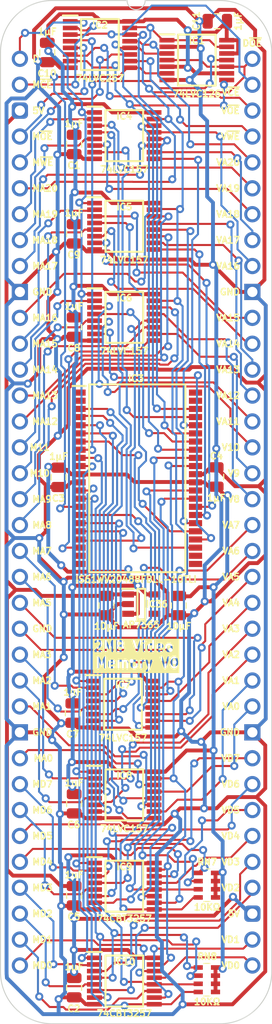
<source format=kicad_pcb>
(kicad_pcb (version 20240108) (generator "pcbnew") (generator_version "8.0")
  (title_block (title "Video Memory 2MB") (date "2025-01-07") (rev "V0"))
  (layers (0 "F.Cu" signal) (31 "B.Cu" signal) (34 "B.Paste" user) (35 "F.Paste" user) (36 "B.SilkS" user "B.Silkscreen") (37 "F.SilkS" user "F.Silkscreen") (38 "B.Mask" user) (39 "F.Mask" user) (44 "Edge.Cuts" user))
  (net 0 "")
  (net 1 "/5V")
  (net 2 "/GND")
  (net 3 "/3.3V")
  (net 4 "/M~{OE}")
  (net 5 "/V~{OE}")
  (net 6 "/S~{OE}")
  (net 7 "/S~{WE}")
  (net 8 "/V~{WE}")
  (net 9 "/M~{WE}")
  (net 10 "/SA20")
  (net 12 "/VA20")
  (net 13 "/MA20")
  (net 16 "/SA0")
  (net 17 "/SA1")
  (net 18 "/SA2")
  (net 19 "/SA3")
  (net 20 "/SA4")
  (net 21 "/SD0")
  (net 22 "/SD1")
  (net 23 "/SD2")
  (net 24 "/SD3")
  (net 25 "/SA5")
  (net 26 "/SA6")
  (net 27 "/SA7")
  (net 28 "/SA8")
  (net 29 "/SA9")
  (net 34 "/SA19")
  (net 35 "/SA10")
  (net 36 "/SA11")
  (net 37 "/SA12")
  (net 38 "/SA13")
  (net 39 "/SA14")
  (net 40 "/SD4")
  (net 41 "/SD5")
  (net 42 "/SD6")
  (net 43 "/SD7")
  (net 44 "/SA15")
  (net 45 "/SA16")
  (net 46 "/SA17")
  (net 47 "/SA18")
  (net 50 "/MA19")
  (net 51 "/VA19")
  (net 52 "/MA18")
  (net 53 "/VA18")
  (net 54 "/VA17")
  (net 55 "/MA17")
  (net 56 "/VA16")
  (net 57 "/MA16")
  (net 58 "/MA15")
  (net 59 "/VA15")
  (net 60 "/MA14")
  (net 61 "/VA14")
  (net 62 "/VA13")
  (net 63 "/MA13")
  (net 64 "/VA12")
  (net 65 "/MA12")
  (net 66 "/MA11")
  (net 67 "/VA11")
  (net 68 "/MA10")
  (net 69 "/VA10")
  (net 70 "/VA9")
  (net 71 "/MA9")
  (net 72 "/VA8")
  (net 73 "/MA8")
  (net 74 "/MA7")
  (net 75 "/VA7")
  (net 76 "/MA6")
  (net 77 "/VA6")
  (net 78 "/VA5")
  (net 79 "/MA5")
  (net 80 "/VA4")
  (net 81 "/MA4")
  (net 82 "/MA3")
  (net 83 "/VA3")
  (net 84 "/MA2")
  (net 85 "/VA2")
  (net 86 "/VA1")
  (net 87 "/MA1")
  (net 88 "/VA0")
  (net 89 "/MA0")
  (net 90 "/MD7")
  (net 91 "/VD7")
  (net 92 "/MD6")
  (net 93 "/VD6")
  (net 94 "/VD5")
  (net 95 "/MD5")
  (net 96 "/VD4")
  (net 97 "/MD4")
  (net 98 "/MD3")
  (net 99 "/VD3")
  (net 100 "/MD2")
  (net 101 "/VD2")
  (net 102 "/VD1")
  (net 103 "/MD1")
  (net 104 "/VD0")
  (net 105 "/MD0")
  (net 106 "/M~{CE}")
  (net 107 "/V~{CE}")
  (net 108 "/D")
  (net 109 "/D~{OE}")
  (net 110 "/S~{CE}")
  (footprint "SamacSys_Parts:C_0805" (layer "F.Cu") (at 15.621 53.594 180)
    (property "Reference" "C42" (hide yes))
    (property "Value" "10μF")
  )
  (footprint "SamacSys_Parts:C_0805" (layer "F.Cu") (at 19.304 41.021)
    (property "Reference" "C4")
    (property "Value" "1μF")
  )
  (footprint "SamacSys_Parts:SOP65P640X110-16N" (layer "F.Cu") (at 10.27 25.352998)
    (property "Reference" "IC6")
    (property "Value" "74LVC157APW,118" (hide yes))
  )
  (footprint "SamacSys_Parts:C_0805" (layer "F.Cu") (at 2.691997 -0.635 180)
    (property "Reference" "C10")
    (property "Value" "1μF")
  )
  (footprint "SamacSys_Parts:C_0805" (layer "F.Cu") (at 5.334 8.382 180)
    (property "Reference" "C1")
    (property "Value" "1μF")
  )
  (footprint "SamacSys_Parts:SOT95P285X130-5N" (layer "F.Cu") (at 11.938 53.467)
    (property "Reference" "IC36")
    (property "Value" "AP7365-33WG-7" (hide yes))
  )
  (footprint "SamacSys_Parts:C_0805" (layer "F.Cu") (at 8.509 53.594 180)
    (property "Reference" "C41" (hide yes))
    (property "Value" "10μF")
  )
  (footprint "SamacSys_Parts:SOP65P640X110-16N" (layer "F.Cu") (at 10.27 72.177)
    (property "Reference" "IC8")
    (property "Value" "74LVC157APW,118" (hide yes))
  )
  (footprint "SamacSys_Parts:C_0805" (layer "F.Cu") (at 5.334 73.025 180)
    (property "Reference" "C6")
    (property "Value" "1μF")
  )
  (footprint "SamacSys_Parts:C_0805" (layer "F.Cu") (at 5.207 64.135 180)
    (property "Reference" "C7")
    (property "Value" "1μF")
  )
  (footprint "SamacSys_Parts:DIP-72_Board_W22.86mm" (layer "F.Cu") (at 0 0)
    (property "Reference" "J7" (hide yes))
    (property "Value" "Conn_02x36_Counter_Clockwise")
    (fp_line (start -1.905 -0.635) (end -1.905 89.535) (stroke (width 0.1)) (layer "Edge.Cuts"))
    (fp_line (start 10.541 -5.715) (end 3.175 -5.715) (stroke (width 0.1)) (layer "Edge.Cuts"))
    (fp_line (start 19.685 -5.715) (end 12.319 -5.715) (stroke (width 0.1)) (layer "Edge.Cuts"))
    (fp_line (start 19.685 94.615) (end 3.175 94.615) (stroke (width 0.1)) (layer "Edge.Cuts"))
    (fp_line (start 24.765 89.535) (end 24.765 -0.635) (stroke (width 0.1)) (layer "Edge.Cuts"))
    (fp_arc (start -1.905 -0.635) (mid -0.417102 -4.227102) (end 3.175 -5.715) (stroke (width 0.1)) (layer "Edge.Cuts"))
    (fp_arc (start 3.175 94.615) (mid -0.417102 93.127102) (end -1.905 89.535) (stroke (width 0.1)) (layer "Edge.Cuts"))
    (fp_arc (start 12.319 -5.715) (mid 11.43 -4.826) (end 10.541 -5.715) (stroke (width 0.1)) (layer "Edge.Cuts"))
    (fp_arc (start 19.685 -5.715) (mid 23.277102 -4.227102) (end 24.765 -0.635) (stroke (width 0.1)) (layer "Edge.Cuts"))
    (fp_arc (start 24.765 89.535) (mid 23.277102 93.127102) (end 19.685 94.615) (stroke (width 0.1)) (layer "Edge.Cuts"))
  )
  (footprint "SamacSys_Parts:CAY16-J4" (layer "F.Cu") (at 18.415 81.026 180)
    (property "Reference" "RN7")
    (property "Value" "CAY16-103J4LF" (hide yes))
  )
  (footprint "SamacSys_Parts:C_0805" (layer "F.Cu") (at 19.431 -3.683 90)
    (property "Reference" "C11")
    (property "Value" "1μF")
  )
  (footprint "SamacSys_Parts:C_0805" (layer "F.Cu") (at 5.334 26.289 180)
    (property "Reference" "C8")
    (property "Value" "1μF")
  )
  (footprint "SamacSys_Parts:SOP65P640X110-16N" (layer "F.Cu") (at 10.27 16.424)
    (property "Reference" "IC5")
    (property "Value" "74LVC157APW,118" (hide yes))
  )
  (footprint "SamacSys_Parts:SOP65P640X110-16N" (layer "F.Cu") (at 10.27 7.534)
    (property "Reference" "IC4")
    (property "Value" "74LVC157APW,118" (hide yes))
  )
  (footprint "SamacSys_Parts:SOP65P640X110-16N" (layer "F.Cu") (at 10.143 63.287)
    (property "Reference" "IC7")
    (property "Value" "74LVC157APW,118" (hide yes))
  )
  (footprint "SamacSys_Parts:C_0805" (layer "F.Cu") (at 5.334 17.145 180)
    (property "Reference" "C9")
    (property "Value" "1μF")
  )
  (footprint "SamacSys_Parts:C_0805" (layer "F.Cu") (at 5.334 91.059 180)
    (property "Reference" "C2")
    (property "Value" "1μF")
  )
  (footprint "SamacSys_Parts:CAY16-J4" (layer "F.Cu") (at 18.415 90.297 180)
    (property "Reference" "RN8")
    (property "Value" "CAY16-103J4LF" (hide yes))
  )
  (footprint "SamacSys_Parts:C_0805" (layer "F.Cu") (at 3.81 41.021 180)
    (property "Reference" "C3")
    (property "Value" "1μF")
  )
  (footprint "SamacSys_Parts:SOP65P640X110-14N" (layer "F.Cu") (at 17.399 0.127)
    (property "Reference" "IC1")
    (property "Value" "74LVC126APW-Q100J" (hide yes))
  )
  (footprint "SamacSys_Parts:SOP65P640X120-16N" (layer "F.Cu") (at 10.27 90.424)
    (property "Reference" "IC10")
    (property "Value" "SN74CBT3257CPWR" (hide yes))
  )
  (footprint "SamacSys_Parts:SOP65P640X120-16N" (layer "F.Cu") (at 10.27 81.126328)
    (property "Reference" "IC9")
    (property "Value" "SN74CBT3257CPWR" (hide yes))
  )
  (footprint "SamacSys_Parts:SOP80P1176X120-44N" (layer "F.Cu") (at 11.544 41.129)
    (property "Reference" "IC3")
    (property "Value" "IS61WV20488FBLL-10TLI")
  )
  (footprint "SamacSys_Parts:SOP65P640X110-16N" (layer "F.Cu") (at 7.874 -1.397)
    (property "Reference" "IC2")
    (property "Value" "74LVC257APW,118" (hide yes))
  )
  (footprint "SamacSys_Parts:C_0805" (layer "F.Cu") (at 5.334 82.042 180)
    (property "Reference" "C5")
    (property "Value" "1μF")
  )
  (footprint "SamacSys_Parts:PinHeader_1x36_P2.54mm_Vertical" (layer "B.Cu") (at 22.86 0 180)
    (property "Reference" "J2" (hide yes))
    (property "Value" "Pin_Header_01x36")
  )
  (footprint "SamacSys_Parts:PinHeader_1x36_P2.54mm_Vertical" (layer "B.Cu") (at 0 0 180)
    (property "Reference" "J1" (hide yes))
    (property "Value" "Pin_Header_01x36")
  )
  (gr_text "MA19" (at 1.143 15.24 0) (layer "F.SilkS") (effects (font (size 0.635 0.635)) (justify left)))
  (gr_text "VA17" (at 21.717 17.78 0) (layer "F.SilkS") (effects (font (size 0.635 0.635)) (justify right)))
  (gr_text "VA15" (at 21.717 25.4 0) (layer "F.SilkS") (effects (font (size 0.635 0.635)) (justify right)))
  (gr_text "V~{CE}" (at 21.717 3.302 0) (layer "F.SilkS") (effects (font (size 0.635 0.635)) (justify right)))
  (gr_text "VA19" (at 21.717 12.7 0) (layer "F.SilkS") (effects (font (size 0.635 0.635)) (justify right)))
  (gr_text "MD1" (at 1.143 86.36 0) (layer "F.SilkS") (effects (font (size 0.635 0.635)) (justify left)))
  (gr_text "MA15" (at 1.143 27.94 0) (layer "F.SilkS") (effects (font (size 0.635 0.635)) (justify left)))
  (gr_text "MD4" (at 1.143 78.74 0) (layer "F.SilkS") (effects (font (size 0.635 0.635)) (justify left)))
  (gr_text "VA16" (at 21.717 20.32 0) (layer "F.SilkS") (effects (font (size 0.635 0.635)) (justify right)))
  (gr_text "VD3" (at 21.717 78.74 0) (layer "F.SilkS") (effects (font (size 0.635 0.635)) (justify right)))
  (gr_text "M~{CE}" (at 1.143 2.54 0) (layer "F.SilkS") (effects (font (size 0.635 0.635)) (justify left)))
  (gr_text "VA6" (at 21.717 48.26 0) (layer "F.SilkS") (effects (font (size 0.635 0.635)) (justify right)))
  (gr_text "VA5" (at 21.717 50.8 0) (layer "F.SilkS") (effects (font (size 0.635 0.635)) (justify right)))
  (gr_text "MA17" (at 1.143 20.32 0) (layer "F.SilkS") (effects (font (size 0.635 0.635)) (justify left)))
  (gr_text "VA2" (at 21.717 58.42 0) (layer "F.SilkS") (effects (font (size 0.635 0.635)) (justify right)))
  (gr_text "MD3" (at 1.143 81.28 0) (layer "F.SilkS") (effects (font (size 0.635 0.635)) (justify left)))
  (gr_text "V10" (at 21.717 38.1 0) (layer "F.SilkS") (effects (font (size 0.635 0.635)) (justify right)))
  (gr_text "VA18" (at 21.717 15.24 0) (layer "F.SilkS") (effects (font (size 0.635 0.635)) (justify right)))
  (gr_text "MD7" (at 1.143 71.12 0) (layer "F.SilkS") (effects (font (size 0.635 0.635)) (justify left)))
  (gr_text "MA12" (at 1.143 35.56 0) (layer "F.SilkS") (effects (font (size 0.635 0.635)) (justify left)))
  (gr_text "GND" (at 1.143 55.88 0) (layer "F.SilkS") (effects (font (size 0.635 0.635)) (justify left)))
  (gr_text "5V" (at 1.143 5.08 0) (layer "F.SilkS") (effects (font (size 0.635 0.635)) (justify left)))
  (gr_text "M~{WE}" (at 1.143 10.16 0) (layer "F.SilkS") (effects (font (size 0.635 0.635)) (justify left)))
  (gr_text "MA3" (at 1.143 58.42 0) (layer "F.SilkS") (effects (font (size 0.635 0.635)) (justify left)))
  (gr_text "VD7" (at 21.717 68.58 0) (layer "F.SilkS") (effects (font (size 0.635 0.635)) (justify right)))
  (gr_text "V8" (at 21.717 43.18 0) (layer "F.SilkS") (effects (font (size 0.635 0.635)) (justify right)))
  (gr_text "VD6" (at 21.717 71.12 0) (layer "F.SilkS") (effects (font (size 0.635 0.635)) (justify right)))
  (gr_text "VD5" (at 21.717 73.66 0) (layer "F.SilkS") (effects (font (size 0.635 0.635)) (justify right)))
  (gr_text "MA1" (at 1.143 63.5 0) (layer "F.SilkS") (effects (font (size 0.635 0.635)) (justify left)))
  (gr_text "MA6" (at 1.143 50.8 0) (layer "F.SilkS") (effects (font (size 0.635 0.635)) (justify left)))
  (gr_text "V~{WE}" (at 21.717 7.62 0) (layer "F.SilkS") (effects (font (size 0.635 0.635)) (justify right)))
  (gr_text "VA20" (at 21.717 10.16 0) (layer "F.SilkS") (effects (font (size 0.635 0.635)) (justify right)))
  (gr_text "MD5" (at 1.143 76.2 0) (layer "F.SilkS") (effects (font (size 0.635 0.635)) (justify left)))
  (gr_text "VA3" (at 21.717 55.88 0) (layer "F.SilkS") (effects (font (size 0.635 0.635)) (justify right)))
  (gr_text "MA0" (at 1.27 68.58 0) (layer "F.SilkS") (effects (font (size 0.635 0.635)) (justify left)))
  (gr_text "VA0" (at 21.717 63.5 0) (layer "F.SilkS") (effects (font (size 0.635 0.635)) (justify right)))
  (gr_text "M11" (at 0.889 38.1 0) (layer "F.SilkS") (effects (font (size 0.635 0.635)) (justify left)))
  (gr_text "5V" (at 21.717 83.82 0) (layer "F.SilkS") (effects (font (size 0.635 0.635)) (justify right)))
  (gr_text "VA14" (at 21.717 27.94 0) (layer "F.SilkS") (effects (font (size 0.635 0.635)) (justify right)))
  (gr_text "D~{OE}" (at 23.876 -1.524 0) (layer "F.SilkS") (effects (font (size 0.635 0.635)) (justify right)))
  (gr_text "MD6" (at 1.143 73.66 0) (layer "F.SilkS") (effects (font (size 0.635 0.635)) (justify left)))
  (gr_text "MA16" (at 1.143 25.4 0) (layer "F.SilkS") (effects (font (size 0.635 0.635)) (justify left)))
  (gr_text "V~{OE}" (at 21.6916 5.08 0) (layer "F.SilkS") (effects (font (size 0.635 0.635)) (justify right)))
  (gr_text "VD4" (at 21.717 76.2 0) (layer "F.SilkS") (effects (font (size 0.635 0.635)) (justify right)))
  (gr_text "MA5" (at 1.143 53.34 0) (layer "F.SilkS") (effects (font (size 0.635 0.635)) (justify left)))
  (gr_text "VD0" (at 21.717 88.9 0) (layer "F.SilkS") (effects (font (size 0.635 0.635)) (justify right)))
  (gr_text "VA4" (at 21.717 53.34 0) (layer "F.SilkS") (effects (font (size 0.635 0.635)) (justify right)))
  (gr_text "GND" (at 21.717 22.86 0) (layer "F.SilkS") (effects (font (size 0.635 0.635)) (justify right)))
  (gr_text "MA18" (at 1.143 17.78 0) (layer "F.SilkS") (effects (font (size 0.635 0.635)) (justify left)))
  (gr_text "VA13" (at 21.717 30.48 0) (layer "F.SilkS") (effects (font (size 0.635 0.635)) (justify right)))
  (gr_text "D" (at 1.1684 0 0) (layer "F.SilkS") (effects (font (size 0.635 0.635)) (justify left)))
  (gr_text "MA14" (at 1.143 30.48 0) (layer "F.SilkS") (effects (font (size 0.635 0.635)) (justify left)))
  (gr_text "GND" (at 1.143 22.86 0) (layer "F.SilkS") (effects (font (size 0.635 0.635)) (justify left)))
  (gr_text "VA11" (at 21.717 35.56 0) (layer "F.SilkS") (effects (font (size 0.635 0.635)) (justify right)))
  (gr_text "MA13" (at 1.143 33.02 0) (layer "F.SilkS") (effects (font (size 0.635 0.635)) (justify left)))
  (gr_text "V9" (at 21.717 40.64 0) (layer "F.SilkS") (effects (font (size 0.635 0.635)) (justify right)))
  (gr_text "MA7" (at 1.143 48.26 0) (layer "F.SilkS") (effects (font (size 0.635 0.635)) (justify left)))
  (gr_text "M~{OE}" (at 1.143 7.62 0) (layer "F.SilkS") (effects (font (size 0.635 0.635)) (justify left)))
  (gr_text "MA20" (at 1.143 12.7 0) (layer "F.SilkS") (effects (font (size 0.635 0.635)) (justify left)))
  (gr_text "M10" (at 0.889 40.64 0) (layer "F.SilkS") (effects (font (size 0.635 0.635)) (justify left)))
  (gr_text "GND" (at 21.717 66.04 0) (layer "F.SilkS") (effects (font (size 0.635 0.635)) (justify right)))
  (gr_text "VA7" (at 21.717 45.72 0) (layer "F.SilkS") (effects (font (size 0.635 0.635)) (justify right)))
  (gr_text "GND" (at 1.143 66.04 0) (layer "F.SilkS") (effects (font (size 0.635 0.635)) (justify left)))
  (gr_text "2MB Video \nMemory V0" (at 11.557 59.817 0) (layer "F.SilkS" knockout) (effects (font (size 1 1) (thickness 0.2) (bold yes)) (justify bottom)))
  (gr_text "VD2" (at 21.717 81.28 0) (layer "F.SilkS") (effects (font (size 0.635 0.635)) (justify right)))
  (gr_text "VD1" (at 21.717 86.36 0) (layer "F.SilkS") (effects (font (size 0.635 0.635)) (justify right)))
  (gr_text "MA8" (at 1.143 45.72 0) (layer "F.SilkS") (effects (font (size 0.635 0.635)) (justify left)))
  (gr_text "MA2" (at 1.143 60.96 0) (layer "F.SilkS") (effects (font (size 0.635 0.635)) (justify left)))
  (gr_text "MA9" (at 1.143 43.18 0) (layer "F.SilkS") (effects (font (size 0.635 0.635)) (justify left)))
  (gr_text "VA1" (at 21.717 60.96 0) (layer "F.SilkS") (effects (font (size 0.635 0.635)) (justify right)))
  (gr_text "MD0" (at 1.143 88.9 0) (layer "F.SilkS") (effects (font (size 0.635 0.635)) (justify left)))
  (gr_text "MD2" (at 1.143 83.82 0) (layer "F.SilkS") (effects (font (size 0.635 0.635)) (justify left)))
  (gr_text "VA12" (at 21.717 33.02 0) (layer "F.SilkS") (effects (font (size 0.635 0.635)) (justify right)))
  (segment (start 11.603 52.497) (end 11.603 54.407) (width 0.38) (layer "F.Cu") (net 1))
  (segment (start 11.382637 88.149) (end 10.609637 87.376) (width 0.38) (layer "F.Cu") (net 1))
  (segment (start 11.557 52.451) (end 11.603 52.497) (width 0.38) (layer "F.Cu") (net 1))
  (segment (start -1.315 6.395) (end 0 5.08) (width 0.38) (layer "F.Cu") (net 1))
  (segment (start -1.315 51.167915) (end -1.315 6.395) (width 0.38) (layer "F.Cu") (net 1))
  (segment (start 3.001 80.09) (end 4.019 81.108) (width 0.38) (layer "F.Cu") (net 1))
  (segment (start 4.019 81.108) (end 5.334 81.108) (width 0.38) (layer "F.Cu") (net 1))
  (segment (start -0.412915 52.07) (end -1.315 51.167915) (width 0.38) (layer "F.Cu") (net 1))
  (segment (start 5.334 81.108) (end 5.334 80.468033) (width 0.38) (layer "F.Cu") (net 1))
  (segment (start 10.563988 84.016328) (end 10.252323 84.327993) (width 0.38) (layer "F.Cu") (net 1))
  (segment (start -0.682 80.09) (end 3.001 80.09) (width 0.38) (layer "F.Cu") (net 1))
  (segment (start 11.593 54.417) (end 10.638 54.417) (width 0.38) (layer "F.Cu") (net 1))
  (segment (start 1.524 52.07) (end -0.412915 52.07) (width 0.38) (layer "F.Cu") (net 1))
  (segment (start 2.114 52.66) (end 1.524 52.07) (width 0.38) (layer "F.Cu") (net 1))
  (segment (start 13.173 78.886328) (end 9.671328 78.886328) (width 0.38) (layer "F.Cu") (net 1))
  (segment (start 8.509 52.66) (end 2.114 52.66) (width 0.38) (layer "F.Cu") (net 1))
  (segment (start 20.955 82.169) (end 19.107672 84.016328) (width 0.38) (layer "F.Cu") (net 1))
  (segment (start -0.412915 52.07) (end -1.27 52.927085) (width 0.38) (layer "F.Cu") (net 1))
  (segment (start 5.334 90.125) (end 5.334 89.538) (width 0.38) (layer "F.Cu") (net 1))
  (segment (start -1.27 52.927085) (end -1.27 79.502) (width 0.38) (layer "F.Cu") (net 1))
  (segment (start 10.252323 84.327993) (end 5.333993 84.327993) (width 0.38) (layer "F.Cu") (net 1))
  (segment (start 19.107672 84.016328) (end 10.563988 84.016328) (width 0.38) (layer "F.Cu") (net 1))
  (segment (start 5.334 80.468033) (end 5.15404 80.288073) (width 0.38) (layer "F.Cu") (net 1))
  (segment (start 13.208 88.149) (end 11.382637 88.149) (width 0.38) (layer "F.Cu") (net 1))
  (segment (start 10.609637 87.376) (end 5.306 87.376) (width 0.38) (layer "F.Cu") (net 1))
  (segment (start 11.603 54.407) (end 11.593 54.417) (width 0.38) (layer "F.Cu") (net 1))
  (segment (start 9.671328 78.886328) (end 8.891041 78.106041) (width 0.38) (layer "F.Cu") (net 1))
  (segment (start 10.704 52.451) (end 11.557 52.451) (width 0.38) (layer "F.Cu") (net 1))
  (segment (start 8.891041 78.106041) (end 4.942623 78.106041) (width 0.38) (layer "F.Cu") (net 1))
  (segment (start 4.942623 78.106041) (end 4.762031 78.286633) (width 0.38) (layer "F.Cu") (net 1))
  (segment (start 10.638 52.517) (end 8.652 52.517) (width 0.38) (layer "F.Cu") (net 1))
  (segment (start -1.27 79.502) (end -0.682 80.09) (width 0.38) (layer "F.Cu") (net 1))
  (via (at 5.15404 80.288073) (size 0.8) (drill 0.4) (layers "F.Cu" "B.Cu") (net 1))
  (via (at 5.306 87.376) (size 0.8) (drill 0.4) (layers "F.Cu" "B.Cu") (net 1))
  (via (at 5.333993 84.327993) (size 0.8) (drill 0.4) (layers "F.Cu" "B.Cu") (net 1))
  (via (at 20.955 82.169) (size 0.8) (drill 0.4) (layers "F.Cu" "B.Cu") (net 1))
  (via (at 4.762031 78.286633) (size 0.8) (drill 0.4) (layers "F.Cu" "B.Cu") (net 1))
  (via (at 5.334 89.538) (size 0.8) (drill 0.4) (layers "F.Cu" "B.Cu") (net 1))
  (segment (start 5.333993 84.327993) (end 5.333993 80.468026) (width 0.38) (layer "B.Cu") (net 1))
  (segment (start 5.333993 80.468026) (end 5.15404 80.288073) (width 0.38) (layer "B.Cu") (net 1))
  (segment (start 5.306 89.51) (end 5.306 87.376) (width 0.38) (layer "B.Cu") (net 1))
  (segment (start 5.333993 87.348007) (end 5.306 87.376) (width 0.38) (layer "B.Cu") (net 1))
  (segment (start 5.333993 84.327993) (end 5.333993 87.348007) (width 0.38) (layer "B.Cu") (net 1))
  (segment (start 5.334 89.538) (end 5.306 89.51) (width 0.38) (layer "B.Cu") (net 1))
  (segment (start 5.15404 80.288073) (end 4.762031 79.896064) (width 0.38) (layer "B.Cu") (net 1))
  (segment (start 4.762031 79.896064) (end 4.762031 78.286633) (width 0.38) (layer "B.Cu") (net 1))
  (segment (start 22.606 83.82) (end 20.955 82.169) (width 0.38) (layer "B.Cu") (net 1))
  (segment (start 19.304 40.055) (end 21.159 41.91) (width 0.38) (layer "F.Cu") (net 2))
  (segment (start 16.764 19.685) (end 17.272 20.193) (width 0.38) (layer "F.Cu") (net 2))
  (segment (start 23.415 31.75) (end 24.175 30.99) (width 0.38) (layer "F.Cu") (net 2))
  (segment (start 20.447 72.39) (end 19.344391 73.492609) (width 0.38) (layer "F.Cu") (net 2))
  (segment (start 2.413 63.5) (end 2.413 60.579) (width 0.38) (layer "F.Cu") (net 2))
  (segment (start 19.304 38.227) (end 19.315512 38.215488) (width 0.38) (layer "F.Cu") (net 2))
  (segment (start 24.175 24.175) (end 22.86 22.86) (width 0.38) (layer "F.Cu") (net 2))
  (segment (start 18.465 -3.683) (end 17.653004 -3.683) (width 0.38) (layer "F.Cu") (net 2))
  (segment (start 23.134206 -2.814206) (end 21.150411 -4.798) (width 0.38) (layer "F.Cu") (net 2))
  (segment (start 1.877 41.12) (end 2.54 41.783) (width 0.38) (layer "F.Cu") (net 2))
  (segment (start 23.366 49.45) (end 22.527085 49.45) (width 0.38) (layer "F.Cu") (net 2))
  (segment (start 2.241213 27.476787) (end 1.905 27.813) (width 0.38) (layer "F.Cu") (net 2))
  (segment (start 15.754025 73.492609) (end 18.110101 73.492609) (width 0.38) (layer "F.Cu") (net 2))
  (segment (start 2.744 41.987) (end 2.54 41.783) (width 0.38) (layer "F.Cu") (net 2))
  (segment (start 6.57 18.889) (end 8.729 18.889) (width 0.38) (layer "F.Cu") (net 2))
  (segment (start 24.13 89.487457) (end 24.13 73.247085) (width 0.38) (layer "F.Cu") (net 2))
  (segment (start 7.345 74.452) (end 9.878036 74.452) (width 0.38) (layer "F.Cu") (net 2))
  (segment (start 3.733 9.348) (end 3.683 9.398) (width 0.38) (layer "F.Cu") (net 2))
  (segment (start 7.345 9.809) (end 6.223 9.809) (width 0.38) (layer "F.Cu") (net 2))
  (segment (start 6.38 74.452) (end 7.332 74.452) (width 0.38) (layer "F.Cu") (net 2))
  (segment (start 13.026406 50.872406) (end 4.705357 50.872406) (width 0.38) (layer "F.Cu") (net 2))
  (segment (start 21.159 41.91) (end 23.495 41.91) (width 0.38) (layer "F.Cu") (net 2))
  (segment (start 3.526384 -4.953) (end 16.382996 -4.953) (width 0.38) (layer "F.Cu") (net 2))
  (segment (start 17.272 20.193) (end 18.988 20.193) (width 0.38) (layer "F.Cu") (net 2))
  (segment (start 5.792 92.025) (end 6.466 92.699) (width 0.38) (layer "F.Cu") (net 2))
  (segment (start 24.13 67.31) (end 24.13 71.532915) (width 0.38) (layer "F.Cu") (net 2))
  (segment (start 15.621 54.56) (end 16.941 54.56) (width 0.38) (layer "F.Cu") (net 2))
  (segment (start 3.727 36.957) (end 1.877 38.807) (width 0.38) (layer "F.Cu") (net 2))
  (segment (start 16.002 92.71) (end 20.907457 92.71) (width 0.38) (layer "F.Cu") (net 2))
  (segment (start 12.08 75.057) (end 12.09 75.067) (width 0.38) (layer "F.Cu") (net 2))
  (segment (start 14.506 54.538) (end 14.506 52.352) (width 0.38) (layer "F.Cu") (net 2))
  (segment (start 23.495 41.91) (end 24.175 42.59) (width 0.38) (layer "F.Cu") (net 2))
  (segment (start 7.302 65.659) (end 10.668 65.659) (width 0.38) (layer "F.Cu") (net 2))
  (segment (start 23.272915 72.39) (end 20.447 72.39) (width 0.38) (layer "F.Cu") (net 2))
  (segment (start 4.7785 35.9055) (end 4.7785 32.254815) (width 0.38) (layer "F.Cu") (net 2))
  (segment (start 22.86 22.86) (end 24.05 21.67) (width 0.38) (layer "F.Cu") (net 2))
  (segment (start 24.175 32.51) (end 23.415 31.75) (width 0.38) (layer "F.Cu") (net 2))
  (segment (start 19.58 -4.798) (end 18.465 -3.683) (width 0.38) (layer "F.Cu") (net 2))
  (segment (start 2.413 60.579) (end 4.318 58.674) (width 0.38) (layer "F.Cu") (net 2))
  (segment (start 18.175424 53.325576) (end 18.175424 53.198576) (width 0.38) (layer "F.Cu") (net 2))
  (segment (start 2.54 46.355) (end 1.905 46.99) (width 0.38) (layer "F.Cu") (net 2))
  (segment (start 22.86 66.04) (end 24.13 67.31) (width 0.38) (layer "F.Cu") (net 2))
  (segment (start 4.064 65.151) (end 5.157 65.151) (width 0.38) (layer "F.Cu") (net 2))
  (segment (start 7.332 83.401328) (end 5.727328 83.401328) (width 0.38) (layer "F.Cu") (net 2))
  (segment (start 3.683 22.86) (end 2.794 23.749) (width 0.38) (layer "F.Cu") (net 2))
  (segment (start 5.8505 9.4365) (end 6.223 9.809) (width 0.38) (layer "F.Cu") (net 2))
  (segment (start 10.668 65.659) (end 11.460097 66.451097) (width 0.38) (layer "F.Cu") (net 2))
  (segment (start 7.302 65.659) (end 7.205 65.562) (width 0.38) (layer "F.Cu") (net 2))
  (segment (start 4.064 83.058) (end 5.284 83.058) (width 0.38) (layer "F.Cu") (net 2))
  (segment (start 5.334 92.025) (end 3.987 92.025) (width 0.38) (layer "F.Cu") (net 2))
  (segment (start 16.637 30.48) (end 16.891 30.226) (width 0.38) (layer "F.Cu") (net 2))
  (segment (start 18.746 40.055) (end 19.304 40.055) (width 0.38) (layer "F.Cu") (net 2))
  (segment (start 13.346 55.742) (end 9.691 55.742) (width 0.38) (layer "F.Cu") (net 2))
  (segment (start 2.691997 0.331) (end 1.855 0.331) (width 0.38) (layer "F.Cu") (net 2))
  (segment (start 13.589 30.48) (end 16.637 30.48) (width 0.38) (layer "F.Cu") (net 2))
  (segment (start 14.506 52.352) (end 13.026406 50.872406) (width 0.38) (layer "F.Cu") (net 2))
  (segment (start 6.466 92.699) (end 7.332 92.699) (width 0.38) (layer "F.Cu") (net 2))
  (segment (start 14.461 -1.173) (end 17.623 -1.173) (width 0.38) (layer "F.Cu") (net 2))
  (segment (start 24.175 42.59) (end 24.175 48.641) (width 0.38) (layer "F.Cu") (net 2))
  (segment (start 21.150411 -4.798) (end 19.58 -4.798) (width 0.38) (layer "F.Cu") (net 2))
  (segment (start 9.691 55.742) (end 8.509 54.56) (width 0.38) (layer "F.Cu") (net 2))
  (segment (start 17.623 -1.173) (end 17.78 -1.016) (width 0.38) (layer "F.Cu") (net 2))
  (segment (start 6.641315 30.392) (end 13.501 30.392) (width 0.38) (layer "F.Cu") (net 2))
  (segment (start 5.919 73.991) (end 6.38 74.452) (width 0.38) (layer "F.Cu") (net 2))
  (segment (start 22.86 22.86) (end 21.655 22.86) (width 0.38) (layer "F.Cu") (net 2))
  (segment (start 5.334 73.991) (end 3.987 73.991) (width 0.38) (layer "F.Cu") (net 2))
  (segment (start 9.878036 74.452) (end 10.483036 75.057) (width 0.38) (layer "F.Cu") (net 2))
  (segment (start 3.987 73.991) (end 3.937 74.041) (width 0.38) (layer "F.Cu") (net 2))
  (segment (start 9.525 19.685) (end 16.764 19.685) (width 0.38) (layer "F.Cu") (net 2))
  (segment (start 22.527085 49.45) (end 18.778509 53.198576) (width 0.38) (layer "F.Cu") (net 2))
  (segment (start 15.222816 74.023818) (end 15.754025 73.492609) (width 0.38) (layer "F.Cu") (net 2))
  (segment (start 24.05 21.67) (end 24.05 -0.715) (width 0.38) (layer "F.Cu") (net 2))
  (segment (start 16.941 54.56) (end 17.145 54.356) (width 0.38) (layer "F.Cu") (net 2))
  (segment (start 3.81 41.987) (end 2.744 41.987) (width 0.38) (layer "F.Cu") (net 2))
  (segment (start 1.778 0.254) (end 1.397006 -0.126994) (width 0.38) (layer "F.Cu") (net 2))
  (segment (start 3.683 27.476787) (end 4.096213 27.476787) (width 0.38) (layer "F.Cu") (net 2))
  (segment (start 12.09 75.067) (end 14.179634 75.067) (width 0.38) (layer "F.Cu") (net 2))
  (segment (start 2.794 26.587787) (end 3.683 27.476787) (width 0.38) (layer "F.Cu") (net 2))
  (segment (start 5.014 41.529) (end 4.556 41.987) (width 0.38) (layer "F.Cu") (net 2))
  (segment (start 3.416997 0.331) (end 3.963997 0.878) (width 0.38) (layer "F.Cu") (net 2))
  (segment (start 24.175 41.23) (end 24.175 32.51) (width 0.38) (layer "F.Cu") (net 2))
  (segment (start 19.304 40.055) (end 19.304 38.227) (width 0.38) (layer "F.Cu") (net 2))
  (segment (start 0 22.479) (end 3.429 19.05) (width 0.38) (layer "F.Cu") (net 2))
  (segment (start 5.706998 27.627998) (end 5.334 27.255) (width 0.38) (layer "F.Cu") (net 2))
  (segment (start 19.344391 73.492609) (end 18.110101 73.492609) (width 0.38) (layer "F.Cu") (net 2))
  (segment (start 24.175 30.99) (end 24.175 24.175) (width 0.38) (layer "F.Cu") (net 2))
  (segment (start 5.668 65.562) (end 7.205 65.562) (width 0.38) (layer "F.Cu") (net 2))
  (segment (start 3.963997 0.878) (end 4.943997 0.878) (width 0.38) (layer "F.Cu") (net 2))
  (segment (start 14.179634 75.067) (end 15.222816 74.023818) (width 0.38) (layer "F.Cu") (net 2))
  (segment (start 3.727 36.957) (end 4.7785 35.9055) (width 0.38) (layer "F.Cu") (net 2))
  (segment (start 14.461 2.077) (end 16.687922 2.077) (width 0.38) (layer "F.Cu") (net 2))
  (segment (start 22.86 66.04) (end 18.75106 66.04) (width 0.38) (layer "F.Cu") (net 2))
  (segment (start 24.13 71.532915) (end 23.272915 72.39) (width 0.38) (layer "F.Cu") (net 2))
  (segment (start 1.397006 -2.823622) (end 3.526384 -4.953) (width 0.38) (layer "F.Cu") (net 2))
  (segment (start 16.891 30.226) (end 20.748543 30.226) (width 0.38) (layer "F.Cu") (net 2))
  (segment (start 10.483036 75.057) (end 12.08 75.057) (width 0.38) (layer "F.Cu") (net 2))
  (segment (start 1.905 27.813) (end 1.905 30.726709) (width 0.38) (layer "F.Cu") (net 2))
  (segment (start 14.528 54.56) (end 13.346 55.742) (width 0.38) (layer "F.Cu") (net 2))
  (segment (start 17.272 40.729) (end 18.072 40.729) (width 0.38) (layer "F.Cu") (net 2))
  (segment (start 14.528 54.56) (end 14.506 54.538) (width 0.38) (layer "F.Cu") (net 2))
  (segment (start 4.297451 51.280312) (end 1.905 48.887861) (width 0.38) (layer "F.Cu") (net 2))
  (segment (start 5.727328 83.401328) (end 5.334 83.008) (width 0.38) (layer "F.Cu") (net 2))
  (segment (start 2.413 66.04) (end 3.175 66.802) (width 0.38) (layer "F.Cu") (net 2))
  (segment (start 5.334 73.991) (end 5.919 73.991) (width 0.38) (layer "F.Cu") (net 2))
  (segment (start 18.75106 66.04) (end 17.82103 66.97003) (width 0.38) (layer "F.Cu") (net 2))
  (segment (start 5.792 18.111) (end 6.57 18.889) (width 0.38) (layer "F.Cu") (net 2))
  (segment (start 21.655 22.86) (end 18.988 20.193) (width 0.38) (layer "F.Cu") (net 2))
  (segment (start 4.556 41.987) (end 3.81 41.987) (width 0.38) (layer "F.Cu") (net 2))
  (segment (start 1.905 30.726709) (end 0.776581 31.855128) (width 0.38) (layer "F.Cu") (net 2))
  (segment (start 5.334 9.348) (end 3.733 9.348) (width 0.38) (layer "F.Cu") (net 2))
  (segment (start 8.729 18.889) (end 9.525 19.685) (width 0.38) (layer "F.Cu") (net 2))
  (segment (start 23.134206 -1.630794) (end 23.134206 -2.814206) (width 0.38) (layer "F.Cu") (net 2))
  (segment (start 15.32887 66.451097) (end 15.863 65.916967) (width 0.38) (layer "F.Cu") (net 2))
  (segment (start 22.272543 31.75) (end 23.415 31.75) (width 0.38) (layer "F.Cu") (net 2))
  (segment (start 1.855 0.331) (end 1.778 0.254) (width 0.38) (layer "F.Cu") (net 2))
  (segment (start 13.501 30.392) (end 13.589 30.48) (width 0.38) (layer "F.Cu") (net 2))
  (segment (start 15.621 54.56) (end 14.528 54.56) (width 0.38) (layer "F.Cu") (net 2))
  (segment (start 2.691997 0.331) (end 3.416997 0.331) (width 0.38) (layer "F.Cu") (net 2))
  (segment (start 0 66.04) (end 2.413 66.04) (width 0.38) (layer "F.Cu") (net 2))
  (segment (start 20.907457 92.71) (end 24.13 89.487457) (width 0.38) (layer "F.Cu") (net 2))
  (segment (start 16.382996 -4.953) (end 17.653 -3.682996) (width 0.38) (layer "F.Cu") (net 2))
  (segment (start 4.7785 32.254815) (end 6.641315 30.392) (width 0.38) (layer "F.Cu") (net 2))
  (segment (start 18.778509 53.198576) (end 18.175424 53.198576) (width 0.38) (layer "F.Cu") (net 2))
  (segment (start 4.705357 50.872406) (end 4.297451 51.280312) (width 0.38) (layer "F.Cu") (net 2))
  (segment (start 24.175 48.641) (end 23.366 49.45) (width 0.38) (layer "F.Cu") (net 2))
  (segment (start 24.13 73.247085) (end 23.352915 72.47) (width 0.38) (layer "F.Cu") (net 2))
  (segment (start 5.207 65.101) (end 5.668 65.562) (width 0.38) (layer "F.Cu") (net 2))
  (segment (start 2.794 23.749) (end 2.794 26.587787) (width 0.38) (layer "F.Cu") (net 2))
  (segment (start 4.064 65.151) (end 2.413 63.5) (width 0.38) (layer "F.Cu") (net 2))
  (segment (start 17.653004 -3.683) (end 17.653 -3.682996) (width 0.38) (layer "F.Cu") (net 2))
  (segment (start 1.397006 -0.126994) (end 1.397006 -2.823622) (width 0.38) (layer "F.Cu") (net 2))
  (segment (start 4.318 54.483) (end 8.432 54.483) (width 0.38) (layer "F.Cu") (net 2))
  (segment (start 10.638 53.467) (end 9.602 53.467) (width 0.38) (layer "F.Cu") (net 2))
  (segment (start 24.05 -0.715) (end 23.134206 -1.630794) (width 0.38) (layer "F.Cu") (net 2))
  (segment (start 18.072 40.729) (end 18.746 40.055) (width 0.38) (layer "F.Cu") (net 2))
  (segment (start 3.683 27.476787) (end 2.241213 27.476787) (width 0.38) (layer "F.Cu") (net 2))
  (segment (start 1.877 38.807) (end 1.877 41.12) (width 0.38) (layer "F.Cu") (net 2))
  (segment (start 20.748543 30.226) (end 22.272543 31.75) (width 0.38) (layer "F.Cu") (net 2))
  (segment (start 5.816 41.529) (end 5.014 41.529) (width 0.38) (layer "F.Cu") (net 2))
  (segment (start 9.602 53.467) (end 8.509 54.56) (width 0.38) (layer "F.Cu") (net 2))
  (segment (start 17.145 54.356) (end 18.175424 53.325576) (width 0.38) (layer "F.Cu") (net 2))
  (segment (start 23.495 41.91) (end 24.175 41.23) (width 0.38) (layer "F.Cu") (net 2))
  (segment (start 3.429 19.05) (end 4.368 18.111) (width 0.38) (layer "F.Cu") (net 2))
  (segment (start 11.460097 66.451097) (end 15.32887 66.451097) (width 0.38) (layer "F.Cu") (net 2))
  (segment (start 1.905 48.887861) (end 1.905 46.99) (width 0.38) (layer "F.Cu") (net 2))
  (segment (start 2.54 41.783) (end 2.54 46.355) (width 0.38) (layer "F.Cu") (net 2))
  (segment (start 3.987 92.025) (end 3.81 92.202) (width 0.38) (layer "F.Cu") (net 2))
  (segment (start 7.332 27.627998) (end 5.706998 27.627998) (width 0.38) (layer "F.Cu") (net 2))
  (segment (start 4.368 18.111) (end 5.334 18.111) (width 0.38) (layer "F.Cu") (net 2))
  (segment (start 5.334 27.255) (end 4.318 27.255) (width 0.38) (layer "F.Cu") (net 2))
  (segment (start 4.096213 27.476787) (end 4.318 27.255) (width 0.38) (layer "F.Cu") (net 2))
  (via (at 3.727 36.957) (size 0.8) (drill 0.4) (layers "F.Cu" "B.Cu") (net 2))
  (via (at 3.81 92.202) (size 0.8) (drill 0.4) (layers "F.Cu" "B.Cu") (net 2))
  (via (at 17.145 54.356) (size 0.8) (drill 0.4) (layers "F.Cu" "B.Cu") (net 2))
  (via (at 4.318 54.483) (size 0.8) (drill 0.4) (layers "F.Cu" "B.Cu") (net 2))
  (via (at 0.776581 31.855128) (size 0.8) (drill 0.4) (layers "F.Cu" "B.Cu") (net 2))
  (via (at 17.653 -3.682996) (size 0.8) (drill 0.4) (layers "F.Cu" "B.Cu") (net 2))
  (via (at 3.683 9.398) (size 0.8) (drill 0.4) (layers "F.Cu" "B.Cu") (net 2))
  (via (at 18.175424 53.198576) (size 0.8) (drill 0.4) (layers "F.Cu" "B.Cu") (net 2))
  (via (at 3.683 27.476787) (size 0.8) (drill 0.4) (layers "F.Cu" "B.Cu") (net 2))
  (via (at 3.937 74.041) (size 0.8) (drill 0.4) (layers "F.Cu" "B.Cu") (net 2))
  (via (at 3.556 18.923) (size 0.8) (drill 0.4) (layers "F.Cu" "B.Cu") (net 2))
  (via (at 16.002 92.71) (size 0.8) (drill 0.4) (layers "F.Cu" "B.Cu") (net 2))
  (via (at 1.778 0.254) (size 0.8) (drill 0.4) (layers "F.Cu" "B.Cu") (net 2))
  (via (at 16.687922 2.077) (size 0.8) (drill 0.4) (layers "F.Cu" "B.Cu") (net 2))
  (via (at 3.175 66.802) (size 0.8) (drill 0.4) (layers "F.Cu" "B.Cu") (net 2))
  (via (at 19.315512 38.215488) (size 0.8) (drill 0.4) (layers "F.Cu" "B.Cu") (net 2))
  (via (at 15.863 65.916967) (size 0.8) (drill 0.4) (layers "F.Cu" "B.Cu") (net 2))
  (via (at 15.222816 74.023818) (size 0.8) (drill 0.4) (layers "F.Cu" "B.Cu") (net 2))
  (via (at 4.297451 51.280312) (size 0.8) (drill 0.4) (layers "F.Cu" "B.Cu") (net 2))
  (via (at 4.064 65.151) (size 0.8) (drill 0.4) (layers "F.Cu" "B.Cu") (net 2))
  (via (at 17.78 -1.016) (size 0.8) (drill 0.4) (layers "F.Cu" "B.Cu") (net 2))
  (via (at 18.988 20.193) (size 0.8) (drill 0.4) (layers "F.Cu" "B.Cu") (net 2))
  (via (at 17.82103 66.97003) (size 0.8) (drill 0.4) (layers "F.Cu" "B.Cu") (net 2))
  (via (at 3.683 22.86) (size 0.8) (drill 0.4) (layers "F.Cu" "B.Cu") (net 2))
  (via (at 4.064 83.058) (size 0.8) (drill 0.4) (layers "F.Cu" "B.Cu") (net 2))
  (via (at 1.905 46.99) (size 0.8) (drill 0.4) (layers "F.Cu" "B.Cu") (net 2))
  (via (at 4.318 58.674) (size 0.8) (drill 0.4) (layers "F.Cu" "B.Cu") (net 2))
  (via (at 18.110101 73.492609) (size 0.8) (drill 0.4) (layers "F.Cu" "B.Cu") (net 2))
  (segment (start 13.462 78.019078) (end 15.766 75.715078) (width 0.38) (layer "B.Cu") (net 2))
  (segment (start 17.78 5.461) (end 17.78 3.169078) (width 0.38) (layer "B.Cu") (net 2))
  (segment (start 3.864 9.217) (end 3.864 4.753) (width 0.38) (layer "B.Cu") (net 2))
  (segment (start 16.002 91.44) (end 13.97 89.408) (width 0.38) (layer "B.Cu") (net 2))
  (segment (start 3.81 92.202) (end 4.445 91.567) (width 0.38) (layer "B.Cu") (net 2))
  (segment (start 0.776581 31.855128) (end 0.751453 31.83) (width 0.38) (layer "B.Cu") (net 2))
  (segment (start -0.127 31.83) (end -0.6105 31.83) (width 0.38) (layer "B.Cu") (net 2))
  (segment (start 18.415 13.523998) (end 18.415 6.096) (width 0.38) (layer "B.Cu") (net 2))
  (segment (start 15.039998 93.672002) (end 16.002 92.71) (width 0.38) (layer "B.Cu") (net 2))
  (segment (start 24.175 24.175) (end 24.175 64.725) (width 0.38) (layer "B.Cu") (net 2))
  (segment (start -0.127 31.83) (end -0.6 31.83) (width 0.38) (layer "B.Cu") (net 2))
  (segment (start -1.311359 89.40709) (end -1.310405 89.494595) (width 0.38) (layer "B.Cu") (net 2))
  (segment (start 16.687922 2.077) (end 17.78 0.984922) (width 0.38) (layer "B.Cu") (net 2))
  (segment (start 3.864 4.753) (end 1.778 2.667) (width 0.38) (layer "B.Cu") (net 2))
  (segment (start -1.307866 89.727479) (end -1.273467 90.120649) (width 0.38) (layer "B.Cu") (net 2))
  (segment (start 3.556 30.353) (end 3.556 27.603787) (width 0.38) (layer "B.Cu") (net 2))
  (segment (start 1.778 2.667) (end 1.778 0.254) (width 0.38) (layer "B.Cu") (net 2))
  (segment (start 18.178874 67.327874) (end 18.178874 73.423836) (width 0.38) (layer "B.Cu") (net 2))
  (segment (start 1.905 46.99) (end -0.553 46.99) (width 0.38) (layer "B.Cu") (net 2))
  (segment (start 3.711 18.768) (end 3.711 9.426) (width 0.38) (layer "B.Cu") (net 2))
  (segment (start -1.273467 90.120649) (end 2.277886 93.672002) (width 0.38) (layer "B.Cu") (net 2))
  (segment (start 3.937 36.747) (end 3.937 30.734) (width 0.38) (layer "B.Cu") (net 2))
  (segment (start 4.064 88.011) (end 4.064 83.058) (width 0.38) (layer "B.Cu") (net 2))
  (segment (start 15.766 75.715078) (end 15.766 74.567002) (width 0.38) (layer "B.Cu") (net 2))
  (segment (start -1.311359 67.351359) (end -1.311359 89.40709) (width 0.38) (layer "B.Cu") (net 2))
  (segment (start 4.445 88.392) (end 4.064 88.011) (width 0.38) (layer "B.Cu") (net 2))
  (segment (start 4.064 78.921982) (end 3.937 78.794982) (width 0.38) (layer "B.Cu") (net 2))
  (segment (start 3.556 18.923) (end 3.711 18.768) (width 0.38) (layer "B.Cu") (net 2))
  (segment (start 18.178874 73.423836) (end 18.110101 73.492609) (width 0.38) (layer "B.Cu") (net 2))
  (segment (start 17.653 -1.143) (end 17.78 -1.016) (width 0.38) (layer "B.Cu") (net 2))
  (segment (start -1.315 47.752) (end -0.553 46.99) (width 0.38) (layer "B.Cu") (net 2))
  (segment (start 3.81 93.672002) (end 15.039998 93.672002) (width 0.38) (layer "B.Cu") (net 2))
  (segment (start 18.415 6.096) (end 17.78 5.461) (width 0.38) (layer "B.Cu") (net 2))
  (segment (start 18.175424 49.642576) (end 19.812 48.006) (width 0.38) (layer "B.Cu") (net 2))
  (segment (start 19.315512 42.810512) (end 19.315512 38.215488) (width 0.38) (layer "B.Cu") (net 2))
  (segment (start 17.653 -3.682996) (end 17.653 -1.143) (width 0.38) (layer "B.Cu") (net 2))
  (segment (start 4.318 58.674) (end 4.318 54.483) (width 0.38) (layer "B.Cu") (net 2))
  (segment (start 0.751453 31.83) (end -0.127 31.83) (width 0.38) (layer "B.Cu") (net 2))
  (segment (start -1.315 64.725) (end 0 66.04) (width 0.38) (layer "B.Cu") (net 2))
  (segment (start 15.863 62.934964) (end 15.863 65.916967) (width 0.38) (layer "B.Cu") (net 2))
  (segment (start 3.711 9.426) (end 3.683 9.398) (width 0.38) (layer "B.Cu") (net 2))
  (segment (start 3.937 74.041) (end 3.937 67.564) (width 0.38) (layer "B.Cu") (net 2))
  (segment (start -0.553 46.99) (end -1.315 46.228) (width 0.38) (layer "B.Cu") (net 2))
  (segment (start 3.175 66.802) (end 3.175 66.04) (width 0.38) (layer "B.Cu") (net 2))
  (segment (start 18.175424 53.198576) (end 18.175424 49.642576) (width 0.38) (layer "B.Cu") (net 2))
  (segment (start 4.445 91.567) (end 4.445 88.392) (width 0.38) (layer "B.Cu") (net 2))
  (segment (start 13.462 86.106) (end 13.462 78.019078) (width 0.38) (layer "B.Cu") (net 2))
  (segment (start 19.812 48.006) (end 19.812 43.307) (width 0.38) (layer "B.Cu") (net 2))
  (segment (start 17.145 54.356) (end 16.637 54.864) (width 0.38) (layer "B.Cu") (net 2))
  (segment (start 3.964688 51.280312) (end 1.905 49.220624) (width 0.38) (layer "B.Cu") (net 2))
  (segment (start 17.78 0.984922) (end 17.78 -1.016) (width 0.38) (layer "B.Cu") (net 2))
  (segment (start 1.778 2.667) (end 0.555 3.89) (width 0.38) (layer "B.Cu") (net 2))
  (segment (start 17.82103 66.97003) (end 18.178874 67.327874) (width 0.38) (layer "B.Cu") (net 2))
  (segment (start 13.97 86.614) (end 13.462 86.106) (width 0.38) (layer "B.Cu") (net 2))
  (segment (start 18.988 14.096998) (end 18.988 20.193) (width 0.38) (layer "B.Cu") (net 2))
  (segment (start 16.637 62.160964) (end 15.863 62.934964) (width 0.38) (layer "B.Cu") (net 2))
  (segment (start 17.78 3.169078) (end 16.687922 2.077) (width 0.38) (layer "B.Cu") (net 2))
  (segment (start 3.175 66.04) (end 4.064 65.151) (width 0.38) (layer "B.Cu") (net 2))
  (segment (start -0.6105 31.83) (end -1.315 32.5345) (width 0.38) (layer "B.Cu") (net 2))
  (segment (start 3.556 27.603787) (end 3.683 27.476787) (width 0.38) (layer "B.Cu") (net 2))
  (segment (start -1.315 21.545) (end 0 22.86) (width 0.38) (layer "B.Cu") (net 2))
  (segment (start 3.937 30.734) (end 3.556 30.353) (width 0.38) (layer "B.Cu") (net 2))
  (segment (start 18.988 14.096998) (end 18.415 13.523998) (width 0.38) (layer "B.Cu") (net 2))
  (segment (start 16.002 92.71) (end 16.002 91.44) (width 0.38) (layer "B.Cu") (net 2))
  (segment (start -1.315 32.5345) (end -1.315 46.228) (width 0.38) (layer "B.Cu") (net 2))
  (segment (start 0 22.86) (end -1.315 24.175) (width 0.38) (layer "B.Cu") (net 2))
  (segment (start 19.315512 20.520512) (end 19.315512 38.215488) (width 0.38) (layer "B.Cu") (net 2))
  (segment (start 4.297451 51.280312) (end 3.964688 51.280312) (width 0.38) (layer "B.Cu") (net 2))
  (segment (start 4.318 54.483) (end 4.318 51.300861) (width 0.38) (layer "B.Cu") (net 2))
  (segment (start 24.175 64.725) (end 22.86 66.04) (width 0.38) (layer "B.Cu") (net 2))
  (segment (start 22.86 22.86) (end 24.175 24.175) (width 0.38) (layer "B.Cu") (net 2))
  (segment (start 1.905 49.220624) (end 1.905 46.99) (width 0.38) (layer "B.Cu") (net 2))
  (segment (start 15.863 65.916967) (end 16.916063 66.97003) (width 0.38) (layer "B.Cu") (net 2))
  (segment (start -1.315 4.356885) (end -1.315 21.545) (width 0.38) (layer "B.Cu") (net 2))
  (segment (start 4.064 83.058) (end 4.064 78.921982) (width 0.38) (layer "B.Cu") (net 2))
  (segment (start 0.555 3.89) (end -0.848115 3.89) (width 0.38) (layer "B.Cu") (net 2))
  (segment (start -1.315 24.175) (end -1.315 31.115) (width 0.38) (layer "B.Cu") (net 2))
  (segment (start 16.637 54.864) (end 16.637 62.160964) (width 0.38) (layer "B.Cu") (net 2))
  (segment (start 4.318 51.300861) (end 4.297451 51.280312) (width 0.38) (layer "B.Cu") (net 2))
  (segment (start 2.277886 93.672002) (end 3.81 93.672002) (width 0.38) (layer "B.Cu") (net 2))
  (segment (start 13.97 89.408) (end 13.97 86.614) (width 0.38) (layer "B.Cu") (net 2))
  (segment (start 18.988 20.193) (end 19.315512 20.520512) (width 0.38) (layer "B.Cu") (net 2))
  (segment (start 3.727 36.957) (end 3.937 36.747) (width 0.38) (layer "B.Cu") (net 2))
  (segment (start 0 66.04) (end -1.311359 67.351359) (width 0.38) (layer "B.Cu") (net 2))
  (segment (start 3.683 9.398) (end 3.864 9.217) (width 0.38) (layer "B.Cu") (net 2))
  (segment (start 16.916063 66.97003) (end 17.82103 66.97003) (width 0.38) (layer "B.Cu") (net 2))
  (segment (start 19.812 43.307) (end 19.315512 42.810512) (width 0.38) (layer "B.Cu") (net 2))
  (segment (start 3.683 19.05) (end 3.556 18.923) (width 0.38) (layer "B.Cu") (net 2))
  (segment (start 3.937 78.794982) (end 3.937 74.041) (width 0.38) (layer "B.Cu") (net 2))
  (segment (start 3.81 92.202) (end 3.81 93.672002) (width 0.38) (layer "B.Cu") (net 2))
  (segment (start -1.310405 89.494595) (end -1.307866 89.727479) (width 0.38) (layer "B.Cu") (net 2))
  (segment (start 15.766 74.567002) (end 15.222816 74.023818) (width 0.38) (layer "B.Cu") (net 2))
  (segment (start 3.937 67.564) (end 3.175 66.802) (width 0.38) (layer "B.Cu") (net 2))
  (segment (start 3.683 22.86) (end 3.683 19.05) (width 0.38) (layer "B.Cu") (net 2))
  (segment (start -0.848115 3.89) (end -1.315 4.356885) (width 0.38) (layer "B.Cu") (net 2))
  (segment (start -1.315 64.725) (end -1.315 47.752) (width 0.38) (layer "B.Cu") (net 2))
  (segment (start -0.6 31.83) (end -1.315 31.115) (width 0.38) (layer "B.Cu") (net 2))
  (segment (start 5.816 40.729) (end 5.042 40.729) (width 0.38) (layer "F.Cu") (net 3))
  (segment (start 19.236 89.097) (end 19.817 89.097) (width 0.38) (layer "F.Cu") (net 3))
  (segment (start 5.334 15.631004) (end 5.359 15.606004) (width 0.38) (layer "F.Cu") (net 3))
  (segment (start 3.683 40.005) (end 2.794008 40.005) (width 0.38) (layer "F.Cu") (net 3))
  (segment (start 19.236 90.697) (end 19.236 89.897) (width 0.38) (layer "F.Cu") (net 3))
  (segment (start 16.51 0.889) (end 16.398 0.777) (width 0.38) (layer "F.Cu") (net 3))
  (segment (start 10.414 50.292) (end 10.668 50.038) (width 0.38) (layer "F.Cu") (net 3))
  (segment (start 7.183226 -4.373) (end 7.500307 -4.055919) (width 0.38) (layer "F.Cu") (net 3))
  (segment (start 5.207 62.406879) (end 5.15133 62.351209) (width 0.38) (layer "F.Cu") (net 3))
  (segment (start 5.4345 13.1165) (end 5.399 13.081) (width 0.38) (layer "F.Cu") (net 3))
  (segment (start 13.208 14.149) (end 9.05224 14.149) (width 0.38) (layer "F.Cu") (net 3))
  (segment (start 20.337 1.427) (end 17.302 1.427) (width 0.38) (layer "F.Cu") (net 3))
  (segment (start 20.337 -1.823) (end 21.4545 -1.823) (width 0.38) (layer "F.Cu") (net 3))
  (segment (start 19.236 91.497) (end 19.236 90.697) (width 0.38) (layer "F.Cu") (net 3))
  (segment (start 11.574212 60.088212) (end 5.023532 60.088212) (width 0.38) (layer "F.Cu") (net 3))
  (segment (start 11.156788 69.765537) (end 9.451882 69.765537) (width 0.38) (layer "F.Cu") (net 3))
  (segment (start 19.236 89.897) (end 19.236 89.097) (width 0.38) (layer "F.Cu") (net 3))
  (segment (start 11.272251 69.881) (end 11.156788 69.765537) (width 0.38) (layer "F.Cu") (net 3))
  (segment (start 8.01974 13.1165) (end 5.4345 13.1165) (width 0.38) (layer "F.Cu") (net 3))
  (segment (start 19.869 79.826) (end 19.939 79.756) (width 0.38) (layer "F.Cu") (net 3))
  (segment (start 16.622 0.777) (end 16.51 0.889) (width 0.38) (layer "F.Cu") (net 3))
  (segment (start 13.208 5.259) (end 9.0745 5.259) (width 0.38) (layer "F.Cu") (net 3))
  (segment (start 13.187 69.881) (end 11.272251 69.881) (width 0.38) (layer "F.Cu") (net 3))
  (segment (start 5.207 63.201) (end 5.207 62.406879) (width 0.38) (layer "F.Cu") (net 3))
  (segment (start 15.466 -3.838) (end 16.509998 -2.794002) (width 0.38) (layer "F.Cu") (net 3))
  (segment (start 13.238 52.517) (end 12.458736 52.517) (width 0.38) (layer "F.Cu") (net 3))
  (segment (start 5.847519 40.760519) (end 10.534519 40.760519) (width 0.38) (layer "F.Cu") (net 3))
  (segment (start 5.461 7.321) (end 5.461 6.635) (width 0.38) (layer "F.Cu") (net 3))
  (segment (start 12.319 -3.838) (end 15.466 -3.838) (width 0.38) (layer "F.Cu") (net 3))
  (segment (start 13.081 61.012) (end 12.498 61.012) (width 0.38) (layer "F.Cu") (net 3))
  (segment (start 8.060771 22.259) (end 5.362 22.259) (width 0.38) (layer "F.Cu") (net 3))
  (segment (start 19.236 80.626) (end 19.236 81.426) (width 0.38) (layer "F.Cu") (net 3))
  (segment (start 19.236 81.426) (end 19.236 82.226) (width 0.38) (layer "F.Cu") (net 3))
  (segment (start 5.39517 4.445) (end 5.14117 4.699) (width 0.38) (layer "F.Cu") (net 3))
  (segment (start 21.4645 -0.558) (end 21.4295 -0.523) (width 0.38) (layer "F.Cu") (net 3))
  (segment (start 2.794 -0.769) (end 2.794 -1.466997) (width 0.38) (layer "F.Cu") (net 3))
  (segment (start 2.794 -3.264503) (end 3.902497 -4.373) (width 0.38) (layer "F.Cu") (net 3))
  (segment (start 3.902497 -4.373) (end 7.183226 -4.373) (width 0.38) (layer "F.Cu") (net 3))
  (segment (start 4.064 49.657) (end 4.699 50.292) (width 0.38) (layer "F.Cu") (net 3))
  (segment (start 16.652 0.777) (end 16.622 0.777) (width 0.38) (layer "F.Cu") (net 3))
  (segment (start 8.638935 68.95259) (end 5.116915 68.95259) (width 0.38) (layer "F.Cu") (net 3))
  (segment (start 17.302 1.427) (end 16.652 0.777) (width 0.38) (layer "F.Cu") (net 3))
  (segment (start 19.236 79.826) (end 19.869 79.826) (width 0.38) (layer "F.Cu") (net 3))
  (segment (start 19.25 -2.568) (end 16.736 -2.568) (width 0.38) (layer "F.Cu") (net 3))
  (segment (start 16.736 -2.568) (end 16.509998 -2.794002) (width 0.38) (layer "F.Cu") (net 3))
  (segment (start 8.003809 -3.637) (end 10.784997 -3.637) (width 0.38) (layer "F.Cu") (net 3))
  (segment (start 20.337 -1.823) (end 20.337 -3.655) (width 0.38) (layer "F.Cu") (net 3))
  (segment (start 5.461 24.851676) (end 5.151324 24.542) (width 0.38) (layer "F.Cu") (net 3))
  (segment (start 5.334 72.091) (end 5.334 71.558958) (width 0.38) (layer "F.Cu") (net 3))
  (segment (start 19.817 89.097) (end 19.939 89.219) (width 0.38) (layer "F.Cu") (net 3))
  (segment (start 18.587 41.955) (end 19.304 41.955) (width 0.38) (layer "F.Cu") (net 3))
  (segment (start 13.195 69.902) (end 14.3 69.902) (width 0.38) (layer "F.Cu") (net 3))
  (segment (start 19.236 79.826) (end 19.236 80.626) (width 0.38) (layer "F.Cu") (net 3))
  (segment (start 15.666002 52.705002) (end 16.763998 52.705002) (width 0.38) (layer "F.Cu") (net 3))
  (segment (start 16.398 0.777) (end 14.461 0.777) (width 0.38) (layer "F.Cu") (net 3))
  (segment (start 5.334 71.558958) (end 5.15404 71.378998) (width 0.38) (layer "F.Cu") (net 3))
  (segment (start 5.461 25.228) (end 5.461 24.851676) (width 0.38) (layer "F.Cu") (net 3))
  (segment (start 5.308929 51.662401) (end 5.15133 51.82) (width 0.38) (layer "F.Cu") (net 3))
  (segment (start 2.794 -0.769) (end 2.794 -3.264503) (width 0.38) (layer "F.Cu") (net 3))
  (segment (start 11.269222 41.495222) (end 17.238222 41.495222) (width 0.38) (layer "F.Cu") (net 3))
  (segment (start 5.362 22.259) (end 5.269 22.352) (width 0.38) (layer "F.Cu") (net 3))
  (segment (start 12.153 -3.672) (end 12.319 -3.838) (width 0.38) (layer "F.Cu") (net 3))
  (segment (start 11.604137 51.662401) (end 5.308929 51.662401) (width 0.38) (layer "F.Cu") (net 3))
  (segment (start 21.4645 -1.813) (end 21.4645 -0.558) (width 0.38) (layer "F.Cu") (net 3))
  (segment (start 8.2605 4.445) (end 5.39517 4.445) (width 0.38) (layer "F.Cu") (net 3))
  (segment (start 7.58489 -4.055919) (end 8.003809 -3.637) (width 0.38) (layer "F.Cu") (net 3))
  (segment (start 19.304 41.955) (end 20.134509 42.785509) (width 0.38) (layer "F.Cu") (net 3))
  (segment (start 17.272 41.529) (end 18.161 41.529) (width 0.38) (layer "F.Cu") (net 3))
  (segment (start 21.4545 -1.823) (end 21.4645 -1.813) (width 0.38) (layer "F.Cu") (net 3))
  (segment (start 4.616 40.303) (end 3.981 40.303) (width 0.38) (layer "F.Cu") (net 3))
  (segment (start 7.500307 -4.055919) (end 7.58489 -4.055919) (width 0.38) (layer "F.Cu") (net 3))
  (segment (start 20.365 -3.683) (end 19.25 -2.568) (width 0.38) (layer "F.Cu") (net 3))
  (segment (start 8.879769 23.077998) (end 8.060771 22.259) (width 0.38) (layer "F.Cu") (net 3))
  (segment (start 12.498 61.012) (end 11.574212 60.088212) (width 0.38) (layer "F.Cu") (net 3))
  (segment (start 16.384 67.818) (end 19.046928 67.818) (width 0.38) (layer "F.Cu") (net 3))
  (segment (start 10.534519 40.760519) (end 11.269222 41.495222) (width 0.38) (layer "F.Cu") (net 3))
  (segment (start 9.0745 5.259) (end 8.2605 4.445) (width 0.38) (layer "F.Cu") (net 3))
  (segment (start 9.05224 14.149) (end 8.01974 13.1165) (width 0.38) (layer "F.Cu") (net 3))
  (segment (start 10.799 -3.672) (end 12.153 -3.672) (width 0.38) (layer "F.Cu") (net 3))
  (segment (start 18.161 41.529) (end 18.587 41.955) (width 0.38) (layer "F.Cu") (net 3))
  (segment (start 5.334 16.211) (end 5.334 15.631004) (width 0.38) (layer "F.Cu") (net 3))
  (segment (start 17.656072 51.812928) (end 19.046928 51.812928) (width 0.38) (layer "F.Cu") (net 3))
  (segment (start 20.134509 42.785509) (end 20.428086 42.785509) (width 0.38) (layer "F.Cu") (net 3))
  (segment (start 2.794008 40.005) (end 2.794004 40.005004) (width 0.38) (layer "F.Cu") (net 3))
  (segment (start 9.451882 69.765537) (end 8.638935 68.95259) (width 0.38) (layer "F.Cu") (net 3))
  (segment (start 4.699 50.292) (end 10.414 50.292) (width 0.38) (layer "F.Cu") (net 3))
  (segment (start 21.4295 -0.523) (end 20.337 -0.523) (width 0.38) (layer "F.Cu") (net 3))
  (segment (start 16.763998 52.705002) (end 17.656072 51.812928) (width 0.38) (layer "F.Cu") (net 3))
  (segment (start 12.458736 52.517) (end 11.604137 51.662401) (width 0.38) (layer "F.Cu") (net 3))
  (segment (start 14.3 69.902) (end 16.384 67.818) (width 0.38) (layer "F.Cu") (net 3))
  (segment (start 13.208 23.077998) (end 8.879769 23.077998) (width 0.38) (layer "F.Cu") (net 3))
  (segment (start 5.042 40.729) (end 4.616 40.303) (width 0.38) (layer "F.Cu") (net 3))
  (via (at 5.359 15.606004) (size 0.8) (drill 0.4) (layers "F.Cu" "B.Cu") (net 3))
  (via (at 11.604137 51.662401) (size 0.8) (drill 0.4) (layers "F.Cu" "B.Cu") (net 3))
  (via (at 5.461 6.635) (size 0.8) (drill 0.4) (layers "F.Cu" "B.Cu") (net 3))
  (via (at 16.51 0.889) (size 0.8) (drill 0.4) (layers "F.Cu" "B.Cu") (net 3))
  (via (at 19.939 89.219) (size 0.8) (drill 0.4) (layers "F.Cu" "B.Cu") (net 3))
  (via (at 5.116915 68.95259) (size 0.8) (drill 0.4) (layers "F.Cu" "B.Cu") (net 3))
  (via (at 5.15133 51.82) (size 0.8) (drill 0.4) (layers "F.Cu" "B.Cu") (net 3))
  (via (at 5.151324 24.542) (size 0.8) (drill 0.4) (layers "F.Cu" "B.Cu") (net 3))
  (via (at 5.399 13.081) (size 0.8) (drill 0.4) (layers "F.Cu" "B.Cu") (net 3))
  (via (at 5.269 22.352) (size 0.8) (drill 0.4) (layers "F.Cu" "B.Cu") (net 3))
  (via (at 20.428086 42.785509) (size 0.8) (drill 0.4) (layers "F.Cu" "B.Cu") (net 3))
  (via (at 19.046928 51.812928) (size 0.8) (drill 0.4) (layers "F.Cu" "B.Cu") (net 3))
  (via (at 19.939 79.756) (size 0.8) (drill 0.4) (layers "F.Cu" "B.Cu") (net 3))
  (via (at 5.15133 62.351209) (size 0.8) (drill 0.4) (layers "F.Cu" "B.Cu") (net 3))
  (via (at 5.14117 4.699) (size 0.8) (drill 0.4) (layers "F.Cu" "B.Cu") (net 3))
  (via (at 10.668 50.038) (size 0.8) (drill 0.4) (layers "F.Cu" "B.Cu") (net 3))
  (via (at 5.023532 60.088212) (size 0.8) (drill 0.4) (layers "F.Cu" "B.Cu") (net 3))
  (via (at 5.15404 71.378998) (size 0.8) (drill 0.4) (layers "F.Cu" "B.Cu") (net 3))
  (via (at 16.509998 -2.794002) (size 0.8) (drill 0.4) (layers "F.Cu" "B.Cu") (net 3))
  (via (at 19.046928 67.818) (size 0.8) (drill 0.4) (layers "F.Cu" "B.Cu") (net 3))
  (via (at 4.064 49.657) (size 0.8) (drill 0.4) (layers "F.Cu" "B.Cu") (net 3))
  (via (at 2.794 -0.769) (size 0.8) (drill 0.4) (layers "F.Cu" "B.Cu") (net 3))
  (via (at 2.794004 40.005004) (size 0.8) (drill 0.4) (layers "F.Cu" "B.Cu") (net 3))
  (segment (start 5.461 15.494) (end 5.359 15.596) (width 0.38) (layer "B.Cu") (net 3))
  (segment (start 4.76404 69.305465) (end 5.116915 68.95259) (width 0.38) (layer "B.Cu") (net 3))
  (segment (start 20.392 42.821595) (end 20.428086 42.785509) (width 0.38) (layer "B.Cu") (net 3))
  (segment (start 5.557942 24.948618) (end 5.557942 29.849287) (width 0.38) (layer "B.Cu") (net 3))
  (segment (start 5.461 15.494) (end 5.052 15.085) (width 0.38) (layer "B.Cu") (net 3))
  (segment (start 4.941324 6.115324) (end 4.941324 4.898846) (width 0.38) (layer "B.Cu") (net 3))
  (segment (start 5.359 15.596) (end 5.359 15.606004) (width 0.38) (layer "B.Cu") (net 3))
  (segment (start 2.793988 48.386988) (end 2.793988 40.00502) (width 0.38) (layer "B.Cu") (net 3))
  (segment (start 19.939 76.708) (end 19.018874 75.787874) (width 0.38) (layer "B.Cu") (net 3))
  (segment (start 5.15404 71.378998) (end 4.76404 70.988998) (width 0.38) (layer "B.Cu") (net 3))
  (segment (start 4.822 61.347899) (end 4.822 62.021879) (width 0.38) (layer "B.Cu") (net 3))
  (segment (start 5.461 13.019) (end 5.461 6.635) (width 0.38) (layer "B.Cu") (net 3))
  (segment (start 5.317 51.65433) (end 5.15133 51.82) (width 0.38) (layer "B.Cu") (net 3))
  (segment (start 5.023532 60.088212) (end 4.822 60.289744) (width 0.38) (layer "B.Cu") (net 3))
  (segment (start 19.939 79.756) (end 19.939 76.708) (width 0.38) (layer "B.Cu") (net 3))
  (segment (start 5.052 13.428) (end 5.399 13.081) (width 0.38) (layer "B.Cu") (net 3))
  (segment (start 19.018874 67.846054) (end 19.046928 67.818) (width 0.38) (layer "B.Cu") (net 3))
  (segment (start 5.207 51.87567) (end 5.15133 51.82) (width 0.38) (layer "B.Cu") (net 3))
  (segment (start 4.941324 4.898846) (end 5.14117 4.699) (width 0.38) (layer "B.Cu") (net 3))
  (segment (start 5.14117 4.090652) (end 5.14117 4.699) (width 0.38) (layer "B.Cu") (net 3))
  (segment (start 5.052 15.085) (end 5.052 13.428) (width 0.38) (layer "B.Cu") (net 3))
  (segment (start 19.046928 51.812928) (end 20.392 50.467856) (width 0.38) (layer "B.Cu") (net 3))
  (segment (start 10.668 50.038) (end 10.668 50.726264) (width 0.38) (layer "B.Cu") (net 3))
  (segment (start 16.51 -2.794) (end 16.509998 -2.794002) (width 0.38) (layer "B.Cu") (net 3))
  (segment (start 4.76133 61.287229) (end 4.822 61.347899) (width 0.38) (layer "B.Cu") (net 3))
  (segment (start 5.192045 62.391924) (end 5.15133 62.351209) (width 0.38) (layer "B.Cu") (net 3))
  (segment (start 5.192045 68.87746) (end 5.192045 62.391924) (width 0.38) (layer "B.Cu") (net 3))
  (segment (start 4.822 60.289744) (end 4.822 60.572101) (width 0.38) (layer "B.Cu") (net 3))
  (segment (start 2.793988 40.00502) (end 2.794004 40.005004) (width 0.38) (layer "B.Cu") (net 3))
  (segment (start 4.822 60.572101) (end 4.76133 60.632771) (width 0.38) (layer "B.Cu") (net 3))
  (segment (start 4.76404 70.988998) (end 4.76404 69.305465) (width 0.38) (layer "B.Cu") (net 3))
  (segment (start 4.822 62.021879) (end 5.15133 62.351209) (width 0.38) (layer "B.Cu") (net 3))
  (segment (start 19.046928 51.812928) (end 19.046928 67.818) (width 0.38) (layer "B.Cu") (net 3))
  (segment (start 5.461 15.494) (end 5.461 22.16) (width 0.38) (layer "B.Cu") (net 3))
  (segment (start 10.668 50.726264) (end 11.604137 51.662401) (width 0.38) (layer "B.Cu") (net 3))
  (segment (start 4.209 0.646) (end 4.209 3.158482) (width 0.38) (layer "B.Cu") (net 3))
  (segment (start 5.151324 24.542) (end 5.557942 24.948618) (width 0.38) (layer "B.Cu") (net 3))
  (segment (start 19.939 79.756) (end 19.939 89.219) (width 0.38) (layer "B.Cu") (net 3))
  (segment (start 5.269 24.424324) (end 5.151324 24.542) (width 0.38) (layer "B.Cu") (net 3))
  (segment (start 2.794 -0.769) (end 4.209 0.646) (width 0.38) (layer "B.Cu") (net 3))
  (segment (start 4.064 49.657) (end 2.793988 48.386988) (width 0.38) (layer "B.Cu") (net 3))
  (segment (start 4.76133 60.632771) (end 4.76133 61.287229) (width 0.38) (layer "B.Cu") (net 3))
  (segment (start 5.023532 60.088212) (end 5.207 59.904744) (width 0.38) (layer "B.Cu") (net 3))
  (segment (start 19.018874 75.787874) (end 19.018874 67.846054) (width 0.38) (layer "B.Cu") (net 3))
  (segment (start 5.557942 29.849287) (end 5.317 30.090229) (width 0.38) (layer "B.Cu") (net 3))
  (segment (start 5.207 59.904744) (end 5.207 51.87567) (width 0.38) (layer "B.Cu") (net 3))
  (segment (start 5.269 22.352) (end 5.269 24.424324) (width 0.38) (layer "B.Cu") (net 3))
  (segment (start 5.399 13.081) (end 5.461 13.019) (width 0.38) (layer "B.Cu") (net 3))
  (segment (start 16.51 0.889) (end 16.51 -2.794) (width 0.38) (layer "B.Cu") (net 3))
  (segment (start 5.116915 68.95259) (end 5.192045 68.87746) (width 0.38) (layer "B.Cu") (net 3))
  (segment (start 5.461 6.635) (end 4.941324 6.115324) (width 0.38) (layer "B.Cu") (net 3))
  (segment (start 5.317 30.090229) (end 5.317 51.65433) (width 0.38) (layer "B.Cu") (net 3))
  (segment (start 20.392 50.467856) (end 20.392 42.821595) (width 0.38) (layer "B.Cu") (net 3))
  (segment (start 5.461 22.16) (end 5.269 22.352) (width 0.38) (layer "B.Cu") (net 3))
  (segment (start 4.209 3.158482) (end 5.14117 4.090652) (width 0.38) (layer "B.Cu") (net 3))
  (segment (start 6.091706 3.429) (end 3.175 3.429) (width 0.2) (layer "F.Cu") (net 4))
  (segment (start 4.943997 -1.072) (end 6.244375 -1.072) (width 0.2) (layer "F.Cu") (net 4))
  (segment (start 6.345706 3.175) (end 6.091706 3.429) (width 0.2) (layer "F.Cu") (net 4))
  (segment (start 3.175 3.429) (end 2.093997 4.510003) (width 0.2) (layer "F.Cu") (net 4))
  (segment (start 6.244375 -1.072) (end 6.245596 -1.070779) (width 0.2) (layer "F.Cu") (net 4))
  (via (at 6.345706 3.175) (size 0.8) (drill 0.4) (layers "F.Cu" "B.Cu") (net 4))
  (via (at 6.245596 -1.070779) (size 0.8) (drill 0.4) (layers "F.Cu" "B.Cu") (net 4))
  (via (at 2.093997 4.510003) (size 0.8) (drill 0.4) (layers "F.Cu" "B.Cu") (net 4))
  (segment (start 0 7.62) (end 2.093997 5.526003) (width 0.2) (layer "B.Cu") (net 4))
  (segment (start 2.093997 5.526003) (end 2.093997 4.510003) (width 0.2) (layer "B.Cu") (net 4))
  (segment (start 6.345706 -0.970669) (end 6.345706 2.806368) (width 0.2) (layer "B.Cu") (net 4))
  (segment (start 6.345706 2.806368) (end 6.345706 3.175) (width 0.2) (layer "B.Cu") (net 4))
  (segment (start 6.245596 -1.070779) (end 6.345706 -0.970669) (width 0.2) (layer "B.Cu") (net 4))
  (segment (start 19.755339 3.822) (end 21.602 3.822) (width 0.2) (layer "F.Cu") (net 5))
  (segment (start 8.832904 3.646757) (end 8.869147 3.683) (width 0.2) (layer "F.Cu") (net 5))
  (segment (start 7.374084 -1.068748) (end 8.282337 -1.068748) (width 0.2) (layer "F.Cu") (net 5))
  (segment (start 21.602 3.822) (end 22.86 5.08) (width 0.2) (layer "F.Cu") (net 5))
  (segment (start 5.058997 -0.307) (end 6.612336 -0.307) (width 0.2) (layer "F.Cu") (net 5))
  (segment (start 8.869147 3.683) (end 19.616339 3.683) (width 0.2) (layer "F.Cu") (net 5))
  (segment (start 19.616339 3.683) (end 19.755339 3.822) (width 0.2) (layer "F.Cu") (net 5))
  (segment (start 6.612336 -0.307) (end 7.374084 -1.068748) (width 0.2) (layer "F.Cu") (net 5))
  (via (at 8.832904 3.646757) (size 0.8) (drill 0.4) (layers "F.Cu" "B.Cu") (net 5))
  (via (at 8.282337 -1.068748) (size 0.8) (drill 0.4) (layers "F.Cu" "B.Cu") (net 5))
  (segment (start 8.636 -0.715085) (end 8.282337 -1.068748) (width 0.2) (layer "B.Cu") (net 5))
  (segment (start 8.636 3.449853) (end 8.636 -0.715085) (width 0.2) (layer "B.Cu") (net 5))
  (segment (start 8.832904 3.646757) (end 8.636 3.449853) (width 0.2) (layer "B.Cu") (net 5))
  (segment (start 20.337 2.077) (end 20.337 2.269) (width 0.2) (layer "F.Cu") (net 6))
  (segment (start 9.179627 0.853373) (end 9.398 0.635) (width 0.2) (layer "F.Cu") (net 6))
  (segment (start 6.566703 0.228) (end 7.192076 0.853373) (width 0.2) (layer "F.Cu") (net 6))
  (segment (start 7.192076 0.853373) (end 9.179627 0.853373) (width 0.2) (layer "F.Cu") (net 6))
  (segment (start 10.922004 4.572) (end 10.795004 4.445) (width 0.2) (layer "F.Cu") (net 6))
  (segment (start 4.943997 0.228) (end 6.566703 0.228) (width 0.2) (layer "F.Cu") (net 6))
  (segment (start 20.337 2.269) (end 20.066 2.54) (width 0.2) (layer "F.Cu") (net 6))
  (segment (start 20.066 4.572) (end 10.922004 4.572) (width 0.2) (layer "F.Cu") (net 6))
  (segment (start 17.272 38.329) (end 13.691 38.329) (width 0.2) (layer "F.Cu") (net 6))
  (segment (start 13.691 38.329) (end 13.589 38.227) (width 0.2) (layer "F.Cu") (net 6))
  (via (at 20.066 2.54) (size 0.8) (drill 0.4) (layers "F.Cu" "B.Cu") (net 6))
  (via (at 20.066 4.572) (size 0.8) (drill 0.4) (layers "F.Cu" "B.Cu") (net 6))
  (via (at 9.398 0.635) (size 0.8) (drill 0.4) (layers "F.Cu" "B.Cu") (net 6))
  (via (at 13.589 38.227) (size 0.8) (drill 0.4) (layers "F.Cu" "B.Cu") (net 6))
  (via (at 10.795004 4.445) (size 0.8) (drill 0.4) (layers "F.Cu" "B.Cu") (net 6))
  (segment (start 13.094 15.284686) (end 13.094 6.743996) (width 0.2) (layer "B.Cu") (net 6))
  (segment (start 20.066 2.54) (end 20.066 4.572) (width 0.2) (layer "B.Cu") (net 6))
  (segment (start 13.589 38.227) (end 13.589 36.474928) (width 0.2) (layer "B.Cu") (net 6))
  (segment (start 12.678806 35.564734) (end 12.678806 15.69988) (width 0.2) (layer "B.Cu") (net 6))
  (segment (start 12.678806 15.69988) (end 13.094 15.284686) (width 0.2) (layer "B.Cu") (net 6))
  (segment (start 9.398 3.047996) (end 10.795004 4.445) (width 0.2) (layer "B.Cu") (net 6))
  (segment (start 13.589 36.474928) (end 12.678806 35.564734) (width 0.2) (layer "B.Cu") (net 6))
  (segment (start 13.094 6.743996) (end 10.795004 4.445) (width 0.2) (layer "B.Cu") (net 6))
  (segment (start 9.398 0.635) (end 9.398 3.047996) (width 0.2) (layer "B.Cu") (net 6))
  (segment (start 5.816 43.929) (end 4.119034 43.929) (width 0.2) (layer "F.Cu") (net 7))
  (segment (start 10.576997 0.878) (end 9.676997 1.778) (width 0.2) (layer "F.Cu") (net 7))
  (segment (start 12.349 1.427) (end 14.461 1.427) (width 0.2) (layer "F.Cu") (net 7))
  (segment (start 9.676997 1.778) (end 3.369 1.778) (width 0.2) (layer "F.Cu") (net 7))
  (segment (start 10.799 0.878) (end 11.8 0.878) (width 0.2) (layer "F.Cu") (net 7))
  (segment (start 11.8 0.878) (end 12.349 1.427) (width 0.2) (layer "F.Cu") (net 7))
  (segment (start 4.119034 43.929) (end 3.960292 44.087742) (width 0.2) (layer "F.Cu") (net 7))
  (via (at 3.369 1.778) (size 0.8) (drill 0.4) (layers "F.Cu" "B.Cu") (net 7))
  (via (at 3.960292 44.087742) (size 0.8) (drill 0.4) (layers "F.Cu" "B.Cu") (net 7))
  (segment (start 4.44117 4.256206) (end 3.369 3.184036) (width 0.2) (layer "B.Cu") (net 7))
  (segment (start 3.369 3.184036) (end 3.369 1.778) (width 0.2) (layer "B.Cu") (net 7))
  (segment (start 4.064 30.081535) (end 4.064 29.083) (width 0.2) (layer "B.Cu") (net 7))
  (segment (start 4.064 29.083) (end 4.44117 28.70583) (width 0.2) (layer "B.Cu") (net 7))
  (segment (start 4.427 30.444535) (end 4.064 30.081535) (width 0.2) (layer "B.Cu") (net 7))
  (segment (start 4.427 43.621034) (end 4.427 30.444535) (width 0.2) (layer "B.Cu") (net 7))
  (segment (start 3.960292 44.087742) (end 4.427 43.621034) (width 0.2) (layer "B.Cu") (net 7))
  (segment (start 4.44117 28.70583) (end 4.44117 4.256206) (width 0.2) (layer "B.Cu") (net 7))
  (segment (start 21.834502 6.594502) (end 16.373502 6.594502) (width 0.2) (layer "F.Cu") (net 8))
  (segment (start 22.86 7.62) (end 21.834502 6.594502) (width 0.2) (layer "F.Cu") (net 8))
  (segment (start 10.799 0.228) (end 12.839 0.228) (width 0.2) (layer "F.Cu") (net 8))
  (segment (start 16.373502 6.594502) (end 15.748 5.969) (width 0.2) (layer "F.Cu") (net 8))
  (via (at 15.748 5.969) (size 0.8) (drill 0.4) (layers "F.Cu" "B.Cu") (net 8))
  (via (at 12.839 0.228) (size 0.8) (drill 0.4) (layers "F.Cu" "B.Cu") (net 8))
  (segment (start 15.748 5.969) (end 15.748 4.953) (width 0.2) (layer "B.Cu") (net 8))
  (segment (start 12.839 2.044) (end 12.839 0.228) (width 0.2) (layer "B.Cu") (net 8))
  (segment (start 15.748 4.953) (end 12.839 2.044) (width 0.2) (layer "B.Cu") (net 8))
  (segment (start 7.183944 3.925) (end 7.862 3.246944) (width 0.2) (layer "F.Cu") (net 9))
  (segment (start 9.013339 -0.422) (end 8.485703 0.105636) (width 0.2) (layer "F.Cu") (net 9))
  (segment (start 10.819997 -0.422) (end 9.013339 -0.422) (width 0.2) (layer "F.Cu") (net 9))
  (segment (start 4.260688 3.925) (end 7.183944 3.925) (width 0.2) (layer "F.Cu") (net 9))
  (segment (start 3.048 5.137688) (end 4.260688 3.925) (width 0.2) (layer "F.Cu") (net 9))
  (segment (start 8.485703 0.105636) (end 7.874 0.105636) (width 0.2) (layer "F.Cu") (net 9))
  (via (at 7.862 3.246944) (size 0.8) (drill 0.4) (layers "F.Cu" "B.Cu") (net 9))
  (via (at 3.048 5.137688) (size 0.8) (drill 0.4) (layers "F.Cu" "B.Cu") (net 9))
  (via (at 7.874 0.105636) (size 0.8) (drill 0.4) (layers "F.Cu" "B.Cu") (net 9))
  (segment (start 7.862 3.246944) (end 7.862 0.117636) (width 0.2) (layer "B.Cu") (net 9))
  (segment (start 7.862 0.117636) (end 7.874 0.105636) (width 0.2) (layer "B.Cu") (net 9))
  (segment (start 0 10.16) (end 1.1 9.06) (width 0.2) (layer "B.Cu") (net 9))
  (segment (start 1.1 7.085686) (end 3.048 5.137688) (width 0.2) (layer "B.Cu") (net 9))
  (segment (start 1.1 9.06) (end 1.1 7.085686) (width 0.2) (layer "B.Cu") (net 9))
  (segment (start 11.731997 -1.072) (end 12.295997 -0.508) (width 0.2) (layer "F.Cu") (net 10))
  (segment (start 10.819997 -1.072) (end 9.719972 -1.072) (width 0.2) (layer "F.Cu") (net 10))
  (segment (start 12.295997 -0.508) (end 14.446 -0.508) (width 0.2) (layer "F.Cu") (net 10))
  (segment (start 9.719972 -1.072) (end 9.398516 -1.393456) (width 0.2) (layer "F.Cu") (net 10))
  (segment (start 17.272 34.329) (end 13.513 34.329) (width 0.2) (layer "F.Cu") (net 10))
  (segment (start 13.513 34.329) (end 13.474 34.29) (width 0.2) (layer "F.Cu") (net 10))
  (segment (start 10.799 -1.072) (end 11.731997 -1.072) (width 0.2) (layer "F.Cu") (net 10))
  (via (at 9.398516 -1.393456) (size 0.8) (drill 0.4) (layers "F.Cu" "B.Cu") (net 10))
  (via (at 13.474 34.29) (size 0.8) (drill 0.4) (layers "F.Cu" "B.Cu") (net 10))
  (segment (start 13.078806 33.894806) (end 13.078806 15.865566) (width 0.2) (layer "B.Cu") (net 10))
  (segment (start 13.493997 6.083334) (end 10.16 2.749337) (width 0.2) (layer "B.Cu") (net 10))
  (segment (start 13.493997 15.450375) (end 13.493997 6.083334) (width 0.2) (layer "B.Cu") (net 10))
  (segment (start 10.16 -0.631972) (end 9.398516 -1.393456) (width 0.2) (layer "B.Cu") (net 10))
  (segment (start 13.474 34.29) (end 13.078806 33.894806) (width 0.2) (layer "B.Cu") (net 10))
  (segment (start 10.16 2.749337) (end 10.16 -0.631972) (width 0.2) (layer "B.Cu") (net 10))
  (segment (start 13.078806 15.865566) (end 13.493997 15.450375) (width 0.2) (layer "B.Cu") (net 10))
  (segment (start 13.123501 -1.383212) (end 12.070785 -1.383212) (width 0.2) (layer "F.Cu") (net 12))
  (segment (start 16.764 8.382) (end 21.082 8.382) (width 0.2) (layer "F.Cu") (net 12))
  (segment (start 21.082 8.382) (end 22.86 10.16) (width 0.2) (layer "F.Cu") (net 12))
  (segment (start 11.731997 -1.722) (end 10.799 -1.722) (width 0.2) (layer "F.Cu") (net 12))
  (segment (start 12.070785 -1.383212) (end 11.731997 -1.722) (width 0.2) (layer "F.Cu") (net 12))
  (via (at 16.764 8.382) (size 0.8) (drill 0.4) (layers "F.Cu" "B.Cu") (net 12))
  (via (at 13.123501 -1.383212) (size 0.8) (drill 0.4) (layers "F.Cu" "B.Cu") (net 12))
  (segment (start 13.589 1.651) (end 16.637 4.699) (width 0.2) (layer "B.Cu") (net 12))
  (segment (start 13.123501 -1.383212) (end 13.589 -0.917713) (width 0.2) (layer "B.Cu") (net 12))
  (segment (start 16.637 8.255) (end 16.764 8.382) (width 0.2) (layer "B.Cu") (net 12))
  (segment (start 13.589 -0.917713) (end 13.589 1.651) (width 0.2) (layer "B.Cu") (net 12))
  (segment (start 16.637 4.699) (end 16.637 8.255) (width 0.2) (layer "B.Cu") (net 12))
  (segment (start 2.76795 12.7) (end 3.410175 12.057775) (width 0.2) (layer "F.Cu") (net 13))
  (segment (start 11.110815 12.068) (end 14.728998 12.068) (width 0.2) (layer "F.Cu") (net 13))
  (segment (start 10.799 -2.372) (end 12.081236 -2.372) (width 0.2) (layer "F.Cu") (net 13))
  (segment (start 14.728998 12.068) (end 14.985998 11.811) (width 0.2) (layer "F.Cu") (net 13))
  (segment (start 12.081236 -2.372) (end 12.106236 -2.347) (width 0.2) (layer "F.Cu") (net 13))
  (segment (start 0 12.7) (end 2.76795 12.7) (width 0.2) (layer "F.Cu") (net 13))
  (segment (start 11.10059 12.057775) (end 11.110815 12.068) (width 0.2) (layer "F.Cu") (net 13))
  (segment (start 3.410175 12.057775) (end 11.10059 12.057775) (width 0.2) (layer "F.Cu") (net 13))
  (via (at 14.985998 11.811) (size 0.8) (drill 0.4) (layers "F.Cu" "B.Cu") (net 13))
  (via (at 12.106236 -2.347) (size 0.8) (drill 0.4) (layers "F.Cu" "B.Cu") (net 13))
  (segment (start 12.106236 -2.347) (end 11.689 -1.929764) (width 0.2) (layer "B.Cu") (net 13))
  (segment (start 13.893997 6.216311) (end 15.24 7.562314) (width 0.2) (layer "B.Cu") (net 13))
  (segment (start 13.893997 5.917648) (end 13.893997 6.216311) (width 0.2) (layer "B.Cu") (net 13))
  (segment (start 11.689 3.712651) (end 13.893997 5.917648) (width 0.2) (layer "B.Cu") (net 13))
  (segment (start 11.689 -1.929764) (end 11.689 3.712651) (width 0.2) (layer "B.Cu") (net 13))
  (segment (start 15.24 7.562314) (end 15.24 11.556998) (width 0.2) (layer "B.Cu") (net 13))
  (segment (start 15.24 11.556998) (end 14.985998 11.811) (width 0.2) (layer "B.Cu") (net 13))
  (segment (start 10.17292 72.740853) (end 10.411773 72.502) (width 0.2) (layer "F.Cu") (net 16))
  (segment (start 10.411773 72.502) (end 13.208 72.502) (width 0.2) (layer "F.Cu") (net 16))
  (segment (start 8.591816 34.329) (end 8.911908 34.649092) (width 0.2) (layer "F.Cu") (net 16))
  (segment (start 5.816 34.329) (end 8.591816 34.329) (width 0.2) (layer "F.Cu") (net 16))
  (via (at 8.911908 34.649092) (size 0.8) (drill 0.4) (layers "F.Cu" "B.Cu") (net 16))
  (via (at 10.17292 72.740853) (size 0.8) (drill 0.4) (layers "F.Cu" "B.Cu") (net 16))
  (segment (start 9.05133 64.660509) (end 9.05133 44.796669) (width 0.2) (layer "B.Cu") (net 16))
  (segment (start 9.05404 64.66322) (end 9.05133 64.660509) (width 0.2) (layer "B.Cu") (net 16))
  (segment (start 10.014 38.188314) (end 10.498 37.704314) (width 0.2) (layer "B.Cu") (net 16))
  (segment (start 10.498 37.704314) (end 10.498 36.235184) (width 0.2) (layer "B.Cu") (net 16))
  (segment (start 9.05133 44.796669) (end 10.014 43.833999) (width 0.2) (layer "B.Cu") (net 16))
  (segment (start 10.498 36.235184) (end 8.911908 34.649092) (width 0.2) (layer "B.Cu") (net 16))
  (segment (start 10.014 43.833999) (end 10.014 38.188314) (width 0.2) (layer "B.Cu") (net 16))
  (segment (start 9.655943 71.377942) (end 9.05404 70.77604) (width 0.2) (layer "B.Cu") (net 16))
  (segment (start 9.05404 70.77604) (end 9.05404 64.66322) (width 0.2) (layer "B.Cu") (net 16))
  (segment (start 9.655943 72.223876) (end 9.655943 71.377942) (width 0.2) (layer "B.Cu") (net 16))
  (segment (start 10.17292 72.740853) (end 9.655943 72.223876) (width 0.2) (layer "B.Cu") (net 16))
  (segment (start 5.932414 35.012586) (end 8.189538 35.012586) (width 0.2) (layer "F.Cu") (net 17))
  (segment (start 8.189538 35.012586) (end 8.876976 35.700024) (width 0.2) (layer "F.Cu") (net 17))
  (segment (start 10.571 74.452) (end 9.779 73.66) (width 0.2) (layer "F.Cu") (net 17))
  (segment (start 13.208 74.452) (end 10.571 74.452) (width 0.2) (layer "F.Cu") (net 17))
  (via (at 9.779 73.66) (size 0.8) (drill 0.4) (layers "F.Cu" "B.Cu") (net 17))
  (via (at 8.876976 35.700024) (size 0.8) (drill 0.4) (layers "F.Cu" "B.Cu") (net 17))
  (segment (start 9.255943 73.136943) (end 9.255943 71.543628) (width 0.2) (layer "B.Cu") (net 17))
  (segment (start 10.098 37.465) (end 10.098 36.921048) (width 0.2) (layer "B.Cu") (net 17))
  (segment (start 8.65404 64.828906) (end 8.65133 64.826191) (width 0.2) (layer "B.Cu") (net 17))
  (segment (start 10.098 36.921048) (end 8.876976 35.700024) (width 0.2) (layer "B.Cu") (net 17))
  (segment (start 8.65133 64.826191) (end 8.65133 44.630983) (width 0.2) (layer "B.Cu") (net 17))
  (segment (start 9.559657 43.722657) (end 9.559657 38.003343) (width 0.2) (layer "B.Cu") (net 17))
  (segment (start 9.559657 38.003343) (end 10.098 37.465) (width 0.2) (layer "B.Cu") (net 17))
  (segment (start 9.255943 71.543628) (end 8.65404 70.941725) (width 0.2) (layer "B.Cu") (net 17))
  (segment (start 8.65404 70.941725) (end 8.65404 64.828906) (width 0.2) (layer "B.Cu") (net 17))
  (segment (start 8.65133 44.630983) (end 9.559657 43.722657) (width 0.2) (layer "B.Cu") (net 17))
  (segment (start 9.779 73.66) (end 9.255943 73.136943) (width 0.2) (layer "B.Cu") (net 17))
  (segment (start 5.816 35.929) (end 7.874 35.929) (width 0.2) (layer "F.Cu") (net 18))
  (segment (start 7.332 73.802) (end 8.498604 73.802) (width 0.2) (layer "F.Cu") (net 18))
  (segment (start 8.498604 73.802) (end 8.653223 73.647381) (width 0.2) (layer "F.Cu") (net 18))
  (via (at 7.874 35.929) (size 0.8) (drill 0.4) (layers "F.Cu" "B.Cu") (net 18))
  (via (at 8.653223 73.647381) (size 0.8) (drill 0.4) (layers "F.Cu" "B.Cu") (net 18))
  (segment (start 7.854039 65.160277) (end 7.854039 72.848197) (width 0.2) (layer "B.Cu") (net 18))
  (segment (start 7.874 35.929) (end 7.874 36.67695) (width 0.2) (layer "B.Cu") (net 18))
  (segment (start 7.874 36.67695) (end 8.454039 37.256989) (width 0.2) (layer "B.Cu") (net 18))
  (segment (start 7.851328 44.299614) (end 7.851328 65.157565) (width 0.2) (layer "B.Cu") (net 18))
  (segment (start 8.454039 37.256989) (end 8.454039 43.696902) (width 0.2) (layer "B.Cu") (net 18))
  (segment (start 7.851328 65.157565) (end 7.854039 65.160277) (width 0.2) (layer "B.Cu") (net 18))
  (segment (start 8.454039 43.696902) (end 7.851328 44.299614) (width 0.2) (layer "B.Cu") (net 18))
  (segment (start 7.854039 72.848197) (end 8.653223 73.647381) (width 0.2) (layer "B.Cu") (net 18))
  (segment (start 7.332 71.852) (end 8.554034 71.852) (width 0.2) (layer "F.Cu") (net 19))
  (segment (start 8.916002 36.729) (end 9.144002 36.957) (width 0.2) (layer "F.Cu") (net 19))
  (segment (start 8.554034 71.852) (end 8.554039 71.852005) (width 0.2) (layer "F.Cu") (net 19))
  (segment (start 5.816 36.729) (end 8.916002 36.729) (width 0.2) (layer "F.Cu") (net 19))
  (via (at 8.554039 71.852005) (size 0.8) (drill 0.4) (layers "F.Cu" "B.Cu") (net 19))
  (via (at 9.144002 36.957) (size 0.8) (drill 0.4) (layers "F.Cu" "B.Cu") (net 19))
  (segment (start 8.25404 71.552006) (end 8.25404 64.994592) (width 0.2) (layer "B.Cu") (net 19))
  (segment (start 8.251328 47.271244) (end 8.251328 44.4653) (width 0.2) (layer "B.Cu") (net 19))
  (segment (start 8.25133 64.660506) (end 8.25133 47.271246) (width 0.2) (layer "B.Cu") (net 19))
  (segment (start 8.25404 64.994592) (end 8.251328 64.99188) (width 0.2) (layer "B.Cu") (net 19))
  (segment (start 8.251328 64.660508) (end 8.25133 64.660506) (width 0.2) (layer "B.Cu") (net 19))
  (segment (start 8.25133 47.271246) (end 8.251328 47.271244) (width 0.2) (layer "B.Cu") (net 19))
  (segment (start 8.251328 64.99188) (end 8.251328 64.660508) (width 0.2) (layer "B.Cu") (net 19))
  (segment (start 8.251328 44.4653) (end 9.144002 43.572626) (width 0.2) (layer "B.Cu") (net 19))
  (segment (start 9.144002 43.572626) (end 9.144002 36.957) (width 0.2) (layer "B.Cu") (net 19))
  (segment (start 8.554039 71.852005) (end 8.25404 71.552006) (width 0.2) (layer "B.Cu") (net 19))
  (segment (start 8.72605 37.529) (end 10.05905 38.862) (width 0.2) (layer "F.Cu") (net 20))
  (segment (start 13.081 63.612) (end 11.912323 63.612) (width 0.2) (layer "F.Cu") (net 20))
  (segment (start 10.05905 38.862) (end 11.653 38.862) (width 0.2) (layer "F.Cu") (net 20))
  (segment (start 5.816 37.529) (end 8.72605 37.529) (width 0.2) (layer "F.Cu") (net 20))
  (segment (start 11.912323 63.612) (end 11.897323 63.627) (width 0.2) (layer "F.Cu") (net 20))
  (via (at 11.653 38.862) (size 0.8) (drill 0.4) (layers "F.Cu" "B.Cu") (net 20))
  (via (at 11.897323 63.627) (size 0.8) (drill 0.4) (layers "F.Cu" "B.Cu") (net 20))
  (segment (start 12.420001 45.497687) (end 13.292 46.369686) (width 0.2) (layer "B.Cu") (net 20))
  (segment (start 12.420001 45.059001) (end 12.420001 45.497687) (width 0.2) (layer "B.Cu") (net 20))
  (segment (start 13.292 55.184256) (end 12.495497 55.980759) (width 0.2) (layer "B.Cu") (net 20))
  (segment (start 11.296 39.219) (end 11.296 43.935) (width 0.2) (layer "B.Cu") (net 20))
  (segment (start 11.296 43.935) (end 12.420001 45.059001) (width 0.2) (layer "B.Cu") (net 20))
  (segment (start 12.495497 55.980759) (end 12.495497 63.028826) (width 0.2) (layer "B.Cu") (net 20))
  (segment (start 11.653 38.862) (end 11.296 39.219) (width 0.2) (layer "B.Cu") (net 20))
  (segment (start 12.495497 63.028826) (end 11.897323 63.627) (width 0.2) (layer "B.Cu") (net 20))
  (segment (start 13.292 46.369686) (end 13.292 55.184256) (width 0.2) (layer "B.Cu") (net 20))
  (segment (start 12.028561 90.507061) (end 10.230484 90.507061) (width 0.2) (layer "F.Cu") (net 21))
  (segment (start 5.816 39.129) (end 7.66728 39.129) (width 0.2) (layer "F.Cu") (net 21))
  (segment (start 17.484 90.749) (end 13.208 90.749) (width 0.2) (layer "F.Cu") (net 21))
  (segment (start 13.208 90.749) (end 12.2705 90.749) (width 0.2) (layer "F.Cu") (net 21))
  (segment (start 7.66728 39.129) (end 7.700438 39.162158) (width 0.2) (layer "F.Cu") (net 21))
  (segment (start 12.2705 90.749) (end 12.028561 90.507061) (width 0.2) (layer "F.Cu") (net 21))
  (via (at 7.700438 39.162158) (size 0.8) (drill 0.4) (layers "F.Cu" "B.Cu") (net 21))
  (via (at 10.230484 90.507061) (size 0.8) (drill 0.4) (layers "F.Cu" "B.Cu") (net 21))
  (segment (start 7.451328 44.133928) (end 8.054039 43.531217) (width 0.2) (layer "B.Cu") (net 21))
  (segment (start 8.054039 43.531217) (end 8.054039 39.515759) (width 0.2) (layer "B.Cu") (net 21))
  (segment (start 7.454039 65.325963) (end 7.451328 65.323252) (width 0.2) (layer "B.Cu") (net 21))
  (segment (start 8.054039 39.515759) (end 7.700438 39.162158) (width 0.2) (layer "B.Cu") (net 21))
  (segment (start 7.451328 65.323252) (end 7.451328 44.133928) (width 0.2) (layer "B.Cu") (net 21))
  (segment (start 9.990678 85.200728) (end 7.454039 82.664089) (width 0.2) (layer "B.Cu") (net 21))
  (segment (start 7.454039 82.664089) (end 7.454039 65.325963) (width 0.2) (layer "B.Cu") (net 21))
  (segment (start 9.990678 90.267255) (end 9.990678 85.200728) (width 0.2) (layer "B.Cu") (net 21))
  (segment (start 10.230484 90.507061) (end 9.990678 90.267255) (width 0.2) (layer "B.Cu") (net 21))
  (segment (start 14.87 92.699) (end 13.208 92.699) (width 0.2) (layer "F.Cu") (net 22))
  (segment (start 13.208 92.699) (end 10.425 92.699) (width 0.2) (layer "F.Cu") (net 22))
  (segment (start 16.072 91.497) (end 14.87 92.699) (width 0.2) (layer "F.Cu") (net 22))
  (segment (start 10.425 92.699) (end 10.287 92.837) (width 0.2) (layer "F.Cu") (net 22))
  (segment (start 17.536 91.497) (end 16.072 91.497) (width 0.2) (layer "F.Cu") (net 22))
  (segment (start 5.816 39.929) (end 7.070228 39.929) (width 0.2) (layer "F.Cu") (net 22))
  (segment (start 7.070228 39.929) (end 7.111747 39.970519) (width 0.2) (layer "F.Cu") (net 22))
  (via (at 7.111747 39.970519) (size 0.8) (drill 0.4) (layers "F.Cu" "B.Cu") (net 22))
  (via (at 10.287 92.837) (size 0.8) (drill 0.4) (layers "F.Cu" "B.Cu") (net 22))
  (segment (start 6.251326 65.820308) (end 6.251326 40.83094) (width 0.2) (layer "B.Cu") (net 22))
  (segment (start 6.254039 83.161144) (end 6.254039 65.823021) (width 0.2) (layer "B.Cu") (net 22))
  (segment (start 6.251326 40.83094) (end 7.111747 39.970519) (width 0.2) (layer "B.Cu") (net 22))
  (segment (start 7.055 91.637) (end 7.055 83.962106) (width 0.2) (layer "B.Cu") (net 22))
  (segment (start 7.055 83.962106) (end 6.254039 83.161144) (width 0.2) (layer "B.Cu") (net 22))
  (segment (start 10.287 92.837) (end 8.255 92.837) (width 0.2) (layer "B.Cu") (net 22))
  (segment (start 6.254039 65.823021) (end 6.251326 65.820308) (width 0.2) (layer "B.Cu") (net 22))
  (segment (start 8.255 92.837) (end 7.055 91.637) (width 0.2) (layer "B.Cu") (net 22))
  (segment (start 8.229957 86.425) (end 14.56905 86.425) (width 0.2) (layer "F.Cu") (net 23))
  (segment (start 17.536 89.897) (end 16.799965 89.897) (width 0.2) (layer "F.Cu") (net 23))
  (segment (start 5.816 42.329) (end 7.041558 42.329) (width 0.2) (layer "F.Cu") (net 23))
  (segment (start 16.799965 89.897) (end 16.764331 89.932634) (width 0.2) (layer "F.Cu") (net 23))
  (segment (start 7.332 92.049) (end 8.588742 92.049) (width 0.2) (layer "F.Cu") (net 23))
  (segment (start 7.889141 86.084184) (end 8.229957 86.425) (width 0.2) (layer "F.Cu") (net 23))
  (segment (start 14.56905 86.425) (end 14.99305 86.849) (width 0.2) (layer "F.Cu") (net 23))
  (segment (start 17.038679 86.849) (end 17.338679 86.549) (width 0.2) (layer "F.Cu") (net 23))
  (segment (start 14.99305 86.849) (end 17.038679 86.849) (width 0.2) (layer "F.Cu") (net 23))
  (segment (start 8.588742 92.049) (end 8.624742 92.013) (width 0.2) (layer "F.Cu") (net 23))
  (segment (start 7.041558 42.329) (end 7.23422 42.136338) (width 0.2) (layer "F.Cu") (net 23))
  (via (at 8.624742 92.013) (size 0.8) (drill 0.4) (layers "F.Cu" "B.Cu") (net 23))
  (via (at 17.338679 86.549) (size 0.8) (drill 0.4) (layers "F.Cu" "B.Cu") (net 23))
  (via (at 16.764331 89.932634) (size 0.8) (drill 0.4) (layers "F.Cu" "B.Cu") (net 23))
  (via (at 7.889141 86.084184) (size 0.8) (drill 0.4) (layers "F.Cu" "B.Cu") (net 23))
  (via (at 7.23422 42.136338) (size 0.8) (drill 0.4) (layers "F.Cu" "B.Cu") (net 23))
  (segment (start 7.889141 86.084184) (end 7.455 85.650043) (width 0.2) (layer "B.Cu") (net 23))
  (segment (start 7.455 83.79642) (end 6.654039 82.995459) (width 0.2) (layer "B.Cu") (net 23))
  (segment (start 6.651326 42.719232) (end 7.23422 42.136338) (width 0.2) (layer "B.Cu") (net 23))
  (segment (start 7.889141 86.084184) (end 7.889141 91.277399) (width 0.2) (layer "B.Cu") (net 23))
  (segment (start 7.889141 91.277399) (end 8.624742 92.013) (width 0.2) (layer "B.Cu") (net 23))
  (segment (start 6.654039 65.657335) (end 6.651326 65.654622) (width 0.2) (layer "B.Cu") (net 23))
  (segment (start 6.651326 65.654622) (end 6.651326 42.719232) (width 0.2) (layer "B.Cu") (net 23))
  (segment (start 7.455 85.650043) (end 7.455 83.79642) (width 0.2) (layer "B.Cu") (net 23))
  (segment (start 16.764331 89.932634) (end 17.338679 89.358286) (width 0.2) (layer "B.Cu") (net 23))
  (segment (start 17.338679 89.358286) (end 17.338679 86.549) (width 0.2) (layer "B.Cu") (net 23))
  (segment (start 6.654039 82.995459) (end 6.654039 65.657335) (width 0.2) (layer "B.Cu") (net 23))
  (segment (start 7.353904 43.129) (end 7.35404 43.129136) (width 0.2) (layer "F.Cu") (net 24))
  (segment (start 16.58 89.097) (end 16.433475 88.950475) (width 0.2) (layer "F.Cu") (net 24))
  (segment (start 9.290678 85.725) (end 9.472008 85.90633) (width 0.2) (layer "F.Cu") (net 24))
  (segment (start 7.332 90.099) (end 9.123729 90.099) (width 0.2) (layer "F.Cu") (net 24))
  (segment (start 5.816 43.129) (end 7.353904 43.129) (width 0.2) (layer "F.Cu") (net 24))
  (segment (start 17.536 89.097) (end 16.58 89.097) (width 0.2) (layer "F.Cu") (net 24))
  (segment (start 15.88633 85.90633) (end 16.129 86.149) (width 0.2) (layer "F.Cu") (net 24))
  (segment (start 9.472008 85.90633) (end 15.88633 85.90633) (width 0.2) (layer "F.Cu") (net 24))
  (via (at 7.35404 43.129136) (size 0.8) (drill 0.4) (layers "F.Cu" "B.Cu") (net 24))
  (via (at 16.433475 88.950475) (size 0.8) (drill 0.4) (layers "F.Cu" "B.Cu") (net 24))
  (via (at 9.290678 85.725) (size 0.8) (drill 0.4) (layers "F.Cu" "B.Cu") (net 24))
  (via (at 16.129 86.149) (size 0.8) (drill 0.4) (layers "F.Cu" "B.Cu") (net 24))
  (via (at 9.123729 90.099) (size 0.8) (drill 0.4) (layers "F.Cu" "B.Cu") (net 24))
  (segment (start 7.855 83.630734) (end 7.054039 82.829774) (width 0.2) (layer "B.Cu") (net 24))
  (segment (start 7.855 84.289322) (end 7.855 83.630734) (width 0.2) (layer "B.Cu") (net 24))
  (segment (start 9.123729 90.099) (end 9.123729 85.891949) (width 0.2) (layer "B.Cu") (net 24))
  (segment (start 7.051326 43.43185) (end 7.35404 43.129136) (width 0.2) (layer "B.Cu") (net 24))
  (segment (start 7.054039 82.829774) (end 7.054039 65.491649) (width 0.2) (layer "B.Cu") (net 24))
  (segment (start 9.290678 85.725) (end 7.855 84.289322) (width 0.2) (layer "B.Cu") (net 24))
  (segment (start 9.123729 85.891949) (end 9.290678 85.725) (width 0.2) (layer "B.Cu") (net 24))
  (segment (start 16.433475 88.950475) (end 16.433475 86.453475) (width 0.2) (layer "B.Cu") (net 24))
  (segment (start 16.433475 86.453475) (end 16.129 86.149) (width 0.2) (layer "B.Cu") (net 24))
  (segment (start 7.051326 65.488936) (end 7.051326 43.43185) (width 0.2) (layer "B.Cu") (net 24))
  (segment (start 7.054039 65.491649) (end 7.051326 65.488936) (width 0.2) (layer "B.Cu") (net 24))
  (segment (start 11.024 44.729) (end 5.816 44.729) (width 0.2) (layer "F.Cu") (net 25))
  (segment (start 11.86127 65.562) (end 11.714755 65.415485) (width 0.2) (layer "F.Cu") (net 25))
  (segment (start 11.634 45.339) (end 11.024 44.729) (width 0.2) (layer "F.Cu") (net 25))
  (segment (start 13.081 65.562) (end 11.86127 65.562) (width 0.2) (layer "F.Cu") (net 25))
  (via (at 11.634 45.339) (size 0.8) (drill 0.4) (layers "F.Cu" "B.Cu") (net 25))
  (via (at 11.714755 65.415485) (size 0.8) (drill 0.4) (layers "F.Cu" "B.Cu") (net 25))
  (segment (start 11.634 45.339) (end 12.892 46.597) (width 0.2) (layer "B.Cu") (net 25))
  (segment (start 11.176 63.303686) (end 11.176 64.87673) (width 0.2) (layer "B.Cu") (net 25))
  (segment (start 12.892 46.597) (end 12.892 54.856685) (width 0.2) (layer "B.Cu") (net 25))
  (segment (start 12.084 55.664685) (end 12.084 62.395685) (width 0.2) (layer "B.Cu") (net 25))
  (segment (start 12.084 62.395685) (end 11.176 63.303686) (width 0.2) (layer "B.Cu") (net 25))
  (segment (start 12.892 54.856685) (end 12.084 55.664685) (width 0.2) (layer "B.Cu") (net 25))
  (segment (start 11.176 64.87673) (end 11.714755 65.415485) (width 0.2) (layer "B.Cu") (net 25))
  (segment (start 9.71671 45.529) (end 9.753448 45.565738) (width 0.2) (layer "F.Cu") (net 26))
  (segment (start 9.639574 64.912) (end 9.75404 64.797534) (width 0.2) (layer "F.Cu") (net 26))
  (segment (start 7.205 64.912) (end 9.639574 64.912) (width 0.2) (layer "F.Cu") (net 26))
  (segment (start 5.816 45.529) (end 9.71671 45.529) (width 0.2) (layer "F.Cu") (net 26))
  (via (at 9.753448 45.565738) (size 0.8) (drill 0.4) (layers "F.Cu" "B.Cu") (net 26))
  (via (at 9.75404 64.797534) (size 0.8) (drill 0.4) (layers "F.Cu" "B.Cu") (net 26))
  (segment (start 9.45133 45.867856) (end 9.45133 64.494824) (width 0.2) (layer "B.Cu") (net 26))
  (segment (start 9.753448 45.565738) (end 9.45133 45.867856) (width 0.2) (layer "B.Cu") (net 26))
  (segment (start 9.45133 64.494824) (end 9.75404 64.797534) (width 0.2) (layer "B.Cu") (net 26))
  (segment (start 9.428 62.962) (end 10.16 62.23) (width 0.2) (layer "F.Cu") (net 27))
  (segment (start 5.816 46.329) (end 9.996092 46.329) (width 0.2) (layer "F.Cu") (net 27))
  (segment (start 9.996092 46.329) (end 10.15133 46.484238) (width 0.2) (layer "F.Cu") (net 27))
  (segment (start 7.205 62.962) (end 9.428 62.962) (width 0.2) (layer "F.Cu") (net 27))
  (via (at 10.15133 46.484238) (size 0.8) (drill 0.4) (layers "F.Cu" "B.Cu") (net 27))
  (via (at 10.16 62.23) (size 0.8) (drill 0.4) (layers "F.Cu" "B.Cu") (net 27))
  (segment (start 9.906 46.729568) (end 10.15133 46.484238) (width 0.2) (layer "B.Cu") (net 27))
  (segment (start 10.16 62.23) (end 9.906 61.976) (width 0.2) (layer "B.Cu") (net 27))
  (segment (start 9.906 61.976) (end 9.906 46.729568) (width 0.2) (layer "B.Cu") (net 27))
  (segment (start 5.931 47.244) (end 11.684 47.244) (width 0.2) (layer "F.Cu") (net 28))
  (segment (start 11.684 47.244) (end 11.938 46.99) (width 0.2) (layer "F.Cu") (net 28))
  (segment (start 13.208 25.677998) (end 12.156389 25.677998) (width 0.2) (layer "F.Cu") (net 28))
  (segment (start 12.156389 25.677998) (end 11.341376 26.493011) (width 0.2) (layer "F.Cu") (net 28))
  (segment (start 11.341376 26.493011) (end 10.95 26.493011) (width 0.2) (layer "F.Cu") (net 28))
  (via (at 10.95 26.493011) (size 0.8) (drill 0.4) (layers "F.Cu" "B.Cu") (net 28))
  (via (at 11.938 46.99) (size 0.8) (drill 0.4) (layers "F.Cu" "B.Cu") (net 28))
  (segment (start 10.896004 38.518996) (end 11.303 38.112) (width 0.2) (layer "B.Cu") (net 28))
  (segment (start 11.303 38.112) (end 11.303 26.846011) (width 0.2) (layer "B.Cu") (net 28))
  (segment (start 11.938 46.99) (end 11.938 46.653661) (width 0.2) (layer "B.Cu") (net 28))
  (segment (start 11.303 26.846011) (end 10.95 26.493011) (width 0.2) (layer "B.Cu") (net 28))
  (segment (start 10.896004 45.611665) (end 10.896004 38.518996) (width 0.2) (layer "B.Cu") (net 28))
  (segment (start 11.938 46.653661) (end 10.896004 45.611665) (width 0.2) (layer "B.Cu") (net 28))
  (segment (start 5.816 47.929) (end 4.268 47.929) (width 0.2) (layer "F.Cu") (net 29))
  (segment (start 5.51703 28.702) (end 4.767942 29.451088) (width 0.2) (layer "F.Cu") (net 29))
  (segment (start 4.268 47.929) (end 4.191 48.006) (width 0.2) (layer "F.Cu") (net 29))
  (segment (start 12.6955 27.627998) (end 11.621498 28.702) (width 0.2) (layer "F.Cu") (net 29))
  (segment (start 11.621498 28.702) (end 5.51703 28.702) (width 0.2) (layer "F.Cu") (net 29))
  (via (at 4.191 48.006) (size 0.8) (drill 0.4) (layers "F.Cu" "B.Cu") (net 29))
  (via (at 4.767942 29.451088) (size 0.8) (drill 0.4) (layers "F.Cu" "B.Cu") (net 29))
  (segment (start 4.827 47.37) (end 4.827 29.510146) (width 0.2) (layer "B.Cu") (net 29))
  (segment (start 4.191 48.006) (end 4.827 47.37) (width 0.2) (layer "B.Cu") (net 29))
  (segment (start 4.827 29.510146) (end 4.767942 29.451088) (width 0.2) (layer "B.Cu") (net 29))
  (segment (start 17.272 47.929) (end 11.253 47.929) (width 0.2) (layer "F.Cu") (net 34))
  (segment (start 7.332 7.209) (end 8.718019 7.209) (width 0.2) (layer "F.Cu") (net 34))
  (segment (start 11.253 47.929) (end 11.176 48.006) (width 0.2) (layer "F.Cu") (net 34))
  (segment (start 8.718019 7.209) (end 8.986 7.476981) (width 0.2) (layer "F.Cu") (net 34))
  (via (at 11.176 48.006) (size 0.8) (drill 0.4) (layers "F.Cu" "B.Cu") (net 34))
  (via (at 8.986 7.476981) (size 0.8) (drill 0.4) (layers "F.Cu" "B.Cu") (net 34))
  (segment (start 11.176 46.457347) (end 11.176 48.006) (width 0.2) (layer "B.Cu") (net 34))
  (segment (start 9.691947 30.447771) (end 10.086075 30.841899) (width 0.2) (layer "B.Cu") (net 34))
  (segment (start 9.804448 34.823448) (end 10.903 35.922) (width 0.2) (layer "B.Cu") (net 34))
  (segment (start 10.496 45.777347) (end 11.176 46.457347) (width 0.2) (layer "B.Cu") (net 34))
  (segment (start 9.285206 10.360844) (end 9.268 10.37805) (width 0.2) (layer "B.Cu") (net 34))
  (segment (start 9.691947 11.381897) (end 9.691947 30.447771) (width 0.2) (layer "B.Cu") (net 34))
  (segment (start 10.086075 30.841899) (end 10.086075 31.55995) (width 0.2) (layer "B.Cu") (net 34))
  (segment (start 10.903 37.901653) (end 10.496 38.308653) (width 0.2) (layer "B.Cu") (net 34))
  (segment (start 9.804448 31.841577) (end 9.804448 34.823448) (width 0.2) (layer "B.Cu") (net 34))
  (segment (start 10.496 38.308653) (end 10.496 45.777347) (width 0.2) (layer "B.Cu") (net 34))
  (segment (start 9.285206 7.776187) (end 9.285206 10.360844) (width 0.2) (layer "B.Cu") (net 34))
  (segment (start 10.903 35.922) (end 10.903 37.901653) (width 0.2) (layer "B.Cu") (net 34))
  (segment (start 9.268 10.37805) (end 9.268 10.95795) (width 0.2) (layer "B.Cu") (net 34))
  (segment (start 9.268 10.95795) (end 9.691947 11.381897) (width 0.2) (layer "B.Cu") (net 34))
  (segment (start 10.086075 31.55995) (end 9.804448 31.841577) (width 0.2) (layer "B.Cu") (net 34))
  (segment (start 8.986 7.476981) (end 9.285206 7.776187) (width 0.2) (layer "B.Cu") (net 34))
  (segment (start 17.505661 31.029) (end 17.264661 31.27) (width 0.2) (layer "F.Cu") (net 35))
  (segment (start 8.707 26.977998) (end 8.847 26.837998) (width 0.2) (layer "F.Cu") (net 35))
  (segment (start 18.657 47.129) (end 18.796 46.99) (width 0.2) (layer "F.Cu") (net 35))
  (segment (start 9.341399 31.27) (end 9.253399 31.182) (width 0.2) (layer "F.Cu") (net 35))
  (segment (start 17.272 47.129) (end 18.657 47.129) (width 0.2) (layer "F.Cu") (net 35))
  (segment (start 7.332 26.977998) (end 8.707 26.977998) (width 0.2) (layer "F.Cu") (net 35))
  (segment (start 17.264661 31.27) (end 9.341399 31.27) (width 0.2) (layer "F.Cu") (net 35))
  (via (at 17.505661 31.029) (size 0.8) (drill 0.4) (layers "F.Cu" "B.Cu") (net 35))
  (via (at 18.796 46.99) (size 0.8) (drill 0.4) (layers "F.Cu" "B.Cu") (net 35))
  (via (at 9.253399 31.182) (size 0.8) (drill 0.4) (layers "F.Cu" "B.Cu") (net 35))
  (via (at 8.847 26.837998) (size 0.8) (drill 0.4) (layers "F.Cu" "B.Cu") (net 35))
  (segment (start 18.796 46.99) (end 17.407 45.601) (width 0.2) (layer "B.Cu") (net 35))
  (segment (start 17.407 45.601) (end 17.407 31.127661) (width 0.2) (layer "B.Cu") (net 35))
  (segment (start 8.847 26.837998) (end 8.847 30.775601) (width 0.2) (layer "B.Cu") (net 35))
  (segment (start 8.847 30.775601) (end 9.253399 31.182) (width 0.2) (layer "B.Cu") (net 35))
  (segment (start 17.407 31.127661) (end 17.505661 31.029) (width 0.2) (layer "B.Cu") (net 35))
  (segment (start 10.684772 25.027998) (end 10.871385 24.841385) (width 0.2) (layer "F.Cu") (net 36))
  (segment (start 7.332 25.027998) (end 10.684772 25.027998) (width 0.2) (layer "F.Cu") (net 36))
  (segment (start 14.766331 46.329) (end 12.072 43.634669) (width 0.2) (layer "F.Cu") (net 36))
  (segment (start 17.272 46.329) (end 14.766331 46.329) (width 0.2) (layer "F.Cu") (net 36))
  (via (at 12.072 43.634669) (size 0.8) (drill 0.4) (layers "F.Cu" "B.Cu") (net 36))
  (via (at 10.871385 24.841385) (size 0.8) (drill 0.4) (layers "F.Cu" "B.Cu") (net 36))
  (segment (start 11.722 37.870339) (end 12.403 38.551339) (width 0.2) (layer "B.Cu") (net 36))
  (segment (start 11.722 25.692) (end 11.722 37.870339) (width 0.2) (layer "B.Cu") (net 36))
  (segment (start 11.696 43.258669) (end 12.072 43.634669) (width 0.2) (layer "B.Cu") (net 36))
  (segment (start 10.871385 24.841385) (end 11.722 25.692) (width 0.2) (layer "B.Cu") (net 36))
  (segment (start 12.403 39.413) (end 11.696 40.12) (width 0.2) (layer "B.Cu") (net 36))
  (segment (start 11.696 40.12) (end 11.696 43.258669) (width 0.2) (layer "B.Cu") (net 36))
  (segment (start 12.403 38.551339) (end 12.403 39.413) (width 0.2) (layer "B.Cu") (net 36))
  (segment (start 13.418 16.759) (end 16.632 16.759) (width 0.2) (layer "F.Cu") (net 37))
  (segment (start 16.301403 45.529) (end 17.272 45.529) (width 0.2) (layer "F.Cu") (net 37))
  (segment (start 16.109856 45.337453) (end 16.301403 45.529) (width 0.2) (layer "F.Cu") (net 37))
  (segment (start 16.632 16.759) (end 16.764 16.891) (width 0.2) (layer "F.Cu") (net 37))
  (via (at 16.109856 45.337453) (size 0.8) (drill 0.4) (layers "F.Cu" "B.Cu") (net 37))
  (via (at 16.764 16.891) (size 0.8) (drill 0.4) (layers "F.Cu" "B.Cu") (net 37))
  (segment (start 16.0345 45.262097) (end 16.0345 36.834561) (width 0.2) (layer "B.Cu") (net 37))
  (segment (start 16.0345 36.834561) (end 15.405661 36.205722) (width 0.2) (layer "B.Cu") (net 37))
  (segment (start 15.405661 36.205722) (end 15.405661 30.71074) (width 0.2) (layer "B.Cu") (net 37))
  (segment (start 16.51 17.145) (end 16.764 16.891) (width 0.2) (layer "B.Cu") (net 37))
  (segment (start 16.109856 45.337453) (end 16.0345 45.262097) (width 0.2) (layer "B.Cu") (net 37))
  (segment (start 16.51 29.606401) (end 16.51 17.145) (width 0.2) (layer "B.Cu") (net 37))
  (segment (start 15.405661 30.71074) (end 16.51 29.606401) (width 0.2) (layer "B.Cu") (net 37))
  (segment (start 18.351756 44.729) (end 18.401247 44.778491) (width 0.2) (layer "F.Cu") (net 38))
  (segment (start 17.272 44.729) (end 18.351756 44.729) (width 0.2) (layer "F.Cu") (net 38))
  (segment (start 13.208 18.699) (end 17.175 18.699) (width 0.2) (layer "F.Cu") (net 38))
  (segment (start 17.175 18.699) (end 17.653 19.177) (width 0.2) (layer "F.Cu") (net 38))
  (via (at 17.653 19.177) (size 0.8) (drill 0.4) (layers "F.Cu" "B.Cu") (net 38))
  (via (at 18.401247 44.778491) (size 0.8) (drill 0.4) (layers "F.Cu" "B.Cu") (net 38))
  (segment (start 18.205661 44.582905) (end 18.205661 30.328347) (width 0.2) (layer "B.Cu") (net 38))
  (segment (start 17.653 29.775686) (end 17.653 19.177) (width 0.2) (layer "B.Cu") (net 38))
  (segment (start 18.205661 30.328347) (end 17.653 29.775686) (width 0.2) (layer "B.Cu") (net 38))
  (segment (start 18.401247 44.778491) (end 18.205661 44.582905) (width 0.2) (layer "B.Cu") (net 38))
  (segment (start 18.353 21.971) (end 16.557 20.175) (width 0.2) (layer "F.Cu") (net 39))
  (segment (start 7.332 18.049) (end 8.509 18.049) (width 0.2) (layer "F.Cu") (net 39))
  (segment (start 8.827059 20.175) (end 8.46067 19.808611) (width 0.2) (layer "F.Cu") (net 39))
  (segment (start 17.272 43.929) (end 18.791661 43.929) (width 0.2) (layer "F.Cu") (net 39))
  (segment (start 16.557 20.175) (end 8.827059 20.175) (width 0.2) (layer "F.Cu") (net 39))
  (segment (start 18.791661 43.929) (end 18.905661 43.815) (width 0.2) (layer "F.Cu") (net 39))
  (via (at 18.353 21.971) (size 0.8) (drill 0.4) (layers "F.Cu" "B.Cu") (net 39))
  (via (at 8.46067 19.808611) (size 0.8) (drill 0.4) (layers "F.Cu" "B.Cu") (net 39))
  (via (at 8.509 18.049) (size 0.8) (drill 0.4) (layers "F.Cu" "B.Cu") (net 39))
  (via (at 18.905661 43.815) (size 0.8) (drill 0.4) (layers "F.Cu" "B.Cu") (net 39))
  (segment (start 18.353 29.91) (end 18.353 21.971) (width 0.2) (layer "B.Cu") (net 39))
  (segment (start 18.615 30.172) (end 18.353 29.91) (width 0.2) (layer "B.Cu") (net 39))
  (segment (start 18.905661 43.815) (end 18.615 43.524339) (width 0.2) (layer "B.Cu") (net 39))
  (segment (start 8.46067 19.808611) (end 8.46067 18.09733) (width 0.2) (layer "B.Cu") (net 39))
  (segment (start 8.46067 18.09733) (end 8.509 18.049) (width 0.2) (layer "B.Cu") (net 39))
  (segment (start 18.615 43.524339) (end 18.615 30.172) (width 0.2) (layer "B.Cu") (net 39))
  (segment (start 13.208 81.451328) (end 10.920355 81.451328) (width 0.2) (layer "F.Cu") (net 40))
  (segment (start 13.208 81.451328) (end 17.510672 81.451328) (width 0.2) (layer "F.Cu") (net 40))
  (segment (start 10.920355 81.451328) (end 10.804208 81.335181) (width 0.2) (layer "F.Cu") (net 40))
  (segment (start 14.225 43.129) (end 17.272 43.129) (width 0.2) (layer "F.Cu") (net 40))
  (segment (start 13.92 43.434) (end 14.225 43.129) (width 0.2) (layer "F.Cu") (net 40))
  (via (at 10.804208 81.335181) (size 0.8) (drill 0.4) (layers "F.Cu" "B.Cu") (net 40))
  (via (at 13.92 43.434) (size 0.8) (drill 0.4) (layers "F.Cu" "B.Cu") (net 40))
  (segment (start 13.697 74.732858) (end 11.306 77.123858) (width 0.2) (layer "B.Cu") (net 40))
  (segment (start 13.92 43.434) (end 13.843 43.511) (width 0.2) (layer "B.Cu") (net 40))
  (segment (start 11.306 77.123858) (end 11.306 80.833389) (width 0.2) (layer "B.Cu") (net 40))
  (segment (start 13.697 56.476314) (end 13.697 74.732858) (width 0.2) (layer "B.Cu") (net 40))
  (segment (start 14.537999 55.635315) (end 13.697 56.476314) (width 0.2) (layer "B.Cu") (net 40))
  (segment (start 13.843 43.511) (end 13.843 45.212) (width 0.2) (layer "B.Cu") (net 40))
  (segment (start 11.306 80.833389) (end 10.804208 81.335181) (width 0.2) (layer "B.Cu") (net 40))
  (segment (start 14.537999 45.906999) (end 14.537999 55.635315) (width 0.2) (layer "B.Cu") (net 40))
  (segment (start 13.843 45.212) (end 14.537999 45.906999) (width 0.2) (layer "B.Cu") (net 40))
  (segment (start 17.088 82.226) (end 15.912672 83.401328) (width 0.2) (layer "F.Cu") (net 41))
  (segment (start 13.208 83.401328) (end 10.264443 83.401328) (width 0.2) (layer "F.Cu") (net 41))
  (segment (start 17.536 82.226) (end 17.088 82.226) (width 0.2) (layer "F.Cu") (net 41))
  (segment (start 15.912672 83.401328) (end 13.208 83.401328) (width 0.2) (layer "F.Cu") (net 41))
  (segment (start 17.272 42.329) (end 12.535 42.329) (width 0.2) (layer "F.Cu") (net 41))
  (segment (start 12.535 42.329) (end 12.446 42.418) (width 0.2) (layer "F.Cu") (net 41))
  (segment (start 10.264443 83.401328) (end 10.178083 83.314968) (width 0.2) (layer "F.Cu") (net 41))
  (via (at 12.446 42.418) (size 0.8) (drill 0.4) (layers "F.Cu" "B.Cu") (net 41))
  (via (at 10.178083 83.314968) (size 0.8) (drill 0.4) (layers "F.Cu" "B.Cu") (net 41))
  (segment (start 12.82 42.792) (end 12.446 42.418) (width 0.2) (layer "B.Cu") (net 41))
  (segment (start 9.906 76.962) (end 12.897 73.971) (width 0.2) (layer "B.Cu") (net 41))
  (segment (start 12.897 73.971) (end 12.897 56.144942) (width 0.2) (layer "B.Cu") (net 41))
  (segment (start 12.897 56.144942) (end 13.692 55.349942) (width 0.2) (layer "B.Cu") (net 41))
  (segment (start 13.692 55.349942) (end 13.692 46.204) (width 0.2) (layer "B.Cu") (net 41))
  (segment (start 13.692 46.204) (end 12.82 45.332) (width 0.2) (layer "B.Cu") (net 41))
  (segment (start 9.906 83.042885) (end 9.906 76.962) (width 0.2) (layer "B.Cu") (net 41))
  (segment (start 12.82 45.332) (end 12.82 42.792) (width 0.2) (layer "B.Cu") (net 41))
  (segment (start 10.178083 83.314968) (end 9.906 83.042885) (width 0.2) (layer "B.Cu") (net 41))
  (segment (start 15.225107 78.730893) (end 14.587711 78.093497) (width 0.2) (layer "F.Cu") (net 42))
  (segment (start 7.332 82.751328) (end 9.196672 82.751328) (width 0.2) (layer "F.Cu") (net 42))
  (segment (start 14.587711 78.093497) (end 12.056 78.093497) (width 0.2) (layer "F.Cu") (net 42))
  (segment (start 17.536 80.626) (end 16.635328 80.626) (width 0.2) (layer "F.Cu") (net 42))
  (segment (start 17.272 39.929) (end 14.673604 39.929) (width 0.2) (layer "F.Cu") (net 42))
  (segment (start 14.673604 39.929) (end 14.617 39.872396) (width 0.2) (layer "F.Cu") (net 42))
  (segment (start 17.007812 78.435159) (end 16.712078 78.730893) (width 0.2) (layer "F.Cu") (net 42))
  (segment (start 9.525 82.423) (end 10.922 82.423) (width 0.2) (layer "F.Cu") (net 42))
  (segment (start 9.196672 82.751328) (end 9.525 82.423) (width 0.2) (layer "F.Cu") (net 42))
  (segment (start 16.712078 78.730893) (end 15.225107 78.730893) (width 0.2) (layer "F.Cu") (net 42))
  (segment (start 16.635328 80.626) (end 16.51 80.751328) (width 0.2) (layer "F.Cu") (net 42))
  (via (at 12.056 78.093497) (size 0.8) (drill 0.4) (layers "F.Cu" "B.Cu") (net 42))
  (via (at 16.51 80.751328) (size 0.8) (drill 0.4) (layers "F.Cu" "B.Cu") (net 42))
  (via (at 17.007812 78.435159) (size 0.8) (drill 0.4) (layers "F.Cu" "B.Cu") (net 42))
  (via (at 14.617 39.872396) (size 0.8) (drill 0.4) (layers "F.Cu" "B.Cu") (net 42))
  (via (at 10.922 82.423) (size 0.8) (drill 0.4) (layers "F.Cu" "B.Cu") (net 42))
  (segment (start 14.967 45.758686) (end 14.84 45.631686) (width 0.2) (layer "B.Cu") (net 42))
  (segment (start 14.84 45.631686) (end 14.84 40.095396) (width 0.2) (layer "B.Cu") (net 42))
  (segment (start 10.922 82.207339) (end 12.056 81.073339) (width 0.2) (layer "B.Cu") (net 42))
  (segment (start 17.007812 78.435159) (end 17.007812 80.253516) (width 0.2) (layer "B.Cu") (net 42))
  (segment (start 12.056 78.093497) (end 12.056 77.098) (width 0.2) (layer "B.Cu") (net 42))
  (segment (start 12.056 77.098) (end 14.097 75.057) (width 0.2) (layer "B.Cu") (net 42))
  (segment (start 17.007812 80.253516) (end 16.51 80.751328) (width 0.2) (layer "B.Cu") (net 42))
  (segment (start 10.922 82.423) (end 10.922 82.207339) (width 0.2) (layer "B.Cu") (net 42))
  (segment (start 14.097 56.642) (end 14.967 55.772) (width 0.2) (layer "B.Cu") (net 42))
  (segment (start 14.097 75.057) (end 14.097 56.642) (width 0.2) (layer "B.Cu") (net 42))
  (segment (start 14.967 55.772) (end 14.967 45.758686) (width 0.2) (layer "B.Cu") (net 42))
  (segment (start 12.056 81.073339) (end 12.056 78.093497) (width 0.2) (layer "B.Cu") (net 42))
  (segment (start 14.84 40.095396) (end 14.617 39.872396) (width 0.2) (layer "B.Cu") (net 42))
  (segment (start 17.272 39.129) (end 13.394 39.129) (width 0.2) (layer "F.Cu") (net 43))
  (segment (start 17.536 79.826) (end 18.035081 79.326919) (width 0.2) (layer "F.Cu") (net 43))
  (segment (start 18.035081 79.326919) (end 18.157489 79.326919) (width 0.2) (layer "F.Cu") (net 43))
  (segment (start 15.976335 76.981) (end 16.573496 77.578161) (width 0.2) (layer "F.Cu") (net 43))
  (segment (start 13.394 39.129) (end 13.153 39.37) (width 0.2) (layer "F.Cu") (net 43))
  (segment (start 7.332 80.801328) (end 10.126958 80.801328) (width 0.2) (layer "F.Cu") (net 43))
  (segment (start 10.956002 76.981) (end 15.976335 76.981) (width 0.2) (layer "F.Cu") (net 43))
  (segment (start 16.573496 77.578161) (end 18.015161 77.578161) (width 0.2) (layer "F.Cu") (net 43))
  (segment (start 10.606002 77.331) (end 10.956002 76.981) (width 0.2) (layer "F.Cu") (net 43))
  (segment (start 10.126958 80.801328) (end 10.606 80.322286) (width 0.2) (layer "F.Cu") (net 43))
  (via (at 10.606002 77.331) (size 0.8) (drill 0.4) (layers "F.Cu" "B.Cu") (net 43))
  (via (at 13.153 39.37) (size 0.8) (drill 0.4) (layers "F.Cu" "B.Cu") (net 43))
  (via (at 10.606 80.322286) (size 0.8) (drill 0.4) (layers "F.Cu" "B.Cu") (net 43))
  (via (at 18.015161 77.578161) (size 0.8) (drill 0.4) (layers "F.Cu" "B.Cu") (net 43))
  (via (at 18.157489 79.326919) (size 0.8) (drill 0.4) (layers "F.Cu" "B.Cu") (net 43))
  (segment (start 13.22 39.437) (end 13.22 45.166314) (width 0.2) (layer "B.Cu") (net 43))
  (segment (start 13.153 39.37) (end 13.22 39.437) (width 0.2) (layer "B.Cu") (net 43))
  (segment (start 13.22 45.166314) (end 14.130541 46.076855) (width 0.2) (layer "B.Cu") (net 43))
  (segment (start 10.606002 77.25817) (end 10.606002 77.331) (width 0.2) (layer "B.Cu") (net 43))
  (segment (start 10.606 80.322286) (end 10.606 77.331002) (width 0.2) (layer "B.Cu") (net 43))
  (segment (start 10.606 77.331002) (end 10.606002 77.331) (width 0.2) (layer "B.Cu") (net 43))
  (segment (start 18.157489 79.326919) (end 18.157489 77.720489) (width 0.2) (layer "B.Cu") (net 43))
  (segment (start 13.297 74.567172) (end 10.606002 77.25817) (width 0.2) (layer "B.Cu") (net 43))
  (segment (start 14.130541 55.477087) (end 13.297 56.310628) (width 0.2) (layer "B.Cu") (net 43))
  (segment (start 14.130541 46.076855) (end 14.130541 55.477087) (width 0.2) (layer "B.Cu") (net 43))
  (segment (start 18.157489 77.720489) (end 18.015161 77.578161) (width 0.2) (layer "B.Cu") (net 43))
  (segment (start 13.297 56.310628) (end 13.297 74.567172) (width 0.2) (layer "B.Cu") (net 43))
  (segment (start 17.272 37.529) (end 15.005339 37.529) (width 0.2) (layer "F.Cu") (net 44))
  (segment (start 7.332 16.099) (end 10.405405 16.099) (width 0.2) (layer "F.Cu") (net 44))
  (segment (start 14.179339 36.703) (end 12.7 36.703) (width 0.2) (layer "F.Cu") (net 44))
  (segment (start 15.005339 37.529) (end 14.179339 36.703) (width 0.2) (layer "F.Cu") (net 44))
  (segment (start 10.405405 16.099) (end 10.814927 16.508522) (width 0.2) (layer "F.Cu") (net 44))
  (via (at 12.7 36.703) (size 0.8) (drill 0.4) (layers "F.Cu" "B.Cu") (net 44))
  (via (at 10.814927 16.508522) (size 0.8) (drill 0.4) (layers "F.Cu" "B.Cu") (net 44))
  (segment (start 12.122 36.125) (end 12.7 36.703) (width 0.2) (layer "B.Cu") (net 44))
  (segment (start 10.769513 21.945513) (end 12.122 23.298) (width 0.2) (layer "B.Cu") (net 44))
  (segment (start 10.769513 16.553936) (end 10.769513 21.945513) (width 0.2) (layer "B.Cu") (net 44))
  (segment (start 12.122 23.298) (end 12.122 36.125) (width 0.2) (layer "B.Cu") (net 44))
  (segment (start 10.814927 16.508522) (end 10.769513 16.553936) (width 0.2) (layer "B.Cu") (net 44))
  (segment (start 15.011998 36.729) (end 14.224 35.941002) (width 0.2) (layer "F.Cu") (net 45))
  (segment (start 17.272 36.729) (end 15.011998 36.729) (width 0.2) (layer "F.Cu") (net 45))
  (segment (start 13.208 7.859) (end 14.336 7.859) (width 0.2) (layer "F.Cu") (net 45))
  (segment (start 14.336 7.859) (end 14.478 8.001) (width 0.2) (layer "F.Cu") (net 45))
  (via (at 14.478 8.001) (size 0.8) (drill 0.4) (layers "F.Cu" "B.Cu") (net 45))
  (via (at 14.224 35.941002) (size 0.8) (drill 0.4) (layers "F.Cu" "B.Cu") (net 45))
  (segment (start 13.478806 16.03125) (end 13.478806 32.909806) (width 0.2) (layer "B.Cu") (net 45))
  (segment (start 13.894 8.585) (end 13.894 15.616056) (width 0.2) (layer "B.Cu") (net 45))
  (segment (start 13.478806 32.909806) (end 14.224 33.655) (width 0.2) (layer "B.Cu") (net 45))
  (segment (start 13.894 15.616056) (end 13.478806 16.03125) (width 0.2) (layer "B.Cu") (net 45))
  (segment (start 14.224 33.655) (end 14.224 35.941002) (width 0.2) (layer "B.Cu") (net 45))
  (segment (start 14.478 8.001) (end 13.894 8.585) (width 0.2) (layer "B.Cu") (net 45))
  (segment (start 16.118889 35.929) (end 16.105661 35.915772) (width 0.2) (layer "F.Cu") (net 46))
  (segment (start 13.208 9.809) (end 17.429 9.809) (width 0.2) (layer "F.Cu") (net 46))
  (segment (start 17.272 35.929) (end 16.118889 35.929) (width 0.2) (layer "F.Cu") (net 46))
  (segment (start 17.429 9.809) (end 17.526 9.906) (width 0.2) (layer "F.Cu") (net 46))
  (via (at 17.526 9.906) (size 0.8) (drill 0.4) (layers "F.Cu" "B.Cu") (net 46))
  (via (at 16.105661 35.915772) (size 0.8) (drill 0.4) (layers "F.Cu" "B.Cu") (net 46))
  (segment (start 16.105661 35.915772) (end 16.105661 30.61871) (width 0.2) (layer "B.Cu") (net 46))
  (segment (start 16.105661 30.61871) (end 16.947661 29.77671) (width 0.2) (layer "B.Cu") (net 46))
  (segment (start 17.514 9.918) (end 17.526 9.906) (width 0.2) (layer "B.Cu") (net 46))
  (segment (start 17.514 17.201661) (end 17.514 9.918) (width 0.2) (layer "B.Cu") (net 46))
  (segment (start 16.947661 29.77671) (end 16.947661 17.768) (width 0.2) (layer "B.Cu") (net 46))
  (segment (start 16.947661 17.768) (end 17.514 17.201661) (width 0.2) (layer "B.Cu") (net 46))
  (segment (start 10.214965 9.159) (end 10.386 8.987965) (width 0.2) (layer "F.Cu") (net 47))
  (segment (start 11.199322 35.129) (end 10.508 34.437678) (width 0.2) (layer "F.Cu") (net 47))
  (segment (start 7.332 9.159) (end 10.214965 9.159) (width 0.2) (layer "F.Cu") (net 47))
  (segment (start 17.272 35.129) (end 11.199322 35.129) (width 0.2) (layer "F.Cu") (net 47))
  (via (at 10.508 34.437678) (size 0.8) (drill 0.4) (layers "F.Cu" "B.Cu") (net 47))
  (via (at 10.386 8.987965) (size 0.8) (drill 0.4) (layers "F.Cu" "B.Cu") (net 47))
  (segment (start 10.095774 30.211081) (end 10.095774 11.672816) (width 0.2) (layer "B.Cu") (net 47))
  (segment (start 10.668 11.10059) (end 10.668 9.269965) (width 0.2) (layer "B.Cu") (net 47))
  (segment (start 10.095774 11.672816) (end 10.668 11.10059) (width 0.2) (layer "B.Cu") (net 47))
  (segment (start 10.668 9.269965) (end 10.386 8.987965) (width 0.2) (layer "B.Cu") (net 47))
  (segment (start 10.508 30.623307) (end 10.095774 30.211081) (width 0.2) (layer "B.Cu") (net 47))
  (segment (start 10.508 34.437678) (end 10.508 30.623307) (width 0.2) (layer "B.Cu") (net 47))
  (segment (start 7.306 5.935) (end 3.240635 5.935) (width 0.2) (layer "F.Cu") (net 50))
  (segment (start 3.240635 5.935) (end 2.986318 6.189317) (width 0.2) (layer "F.Cu") (net 50))
  (via (at 2.986318 6.189317) (size 0.8) (drill 0.4) (layers "F.Cu" "B.Cu") (net 50))
  (segment (start 1.1 14.14) (end 1.1 11.441364) (width 0.2) (layer "B.Cu") (net 50))
  (segment (start 0 15.24) (end 1.1 14.14) (width 0.2) (layer "B.Cu") (net 50))
  (segment (start 1.505006 7.670629) (end 2.986318 6.189317) (width 0.2) (layer "B.Cu") (net 50))
  (segment (start 1.1 11.441364) (end 1.505006 11.036358) (width 0.2) (layer "B.Cu") (net 50))
  (segment (start 1.505006 11.036358) (end 1.505006 7.670629) (width 0.2) (layer "B.Cu") (net 50))
  (segment (start 8.935 6.559) (end 9.017 6.477) (width 0.2) (layer "F.Cu") (net 51))
  (segment (start 22.86 12.7) (end 20.828 10.668) (width 0.2) (layer "F.Cu") (net 51))
  (segment (start 20.828 10.668) (end 9.968 10.668) (width 0.2) (layer "F.Cu") (net 51))
  (segment (start 7.332 6.559) (end 8.935 6.559) (width 0.2) (layer "F.Cu") (net 51))
  (via (at 9.968 10.668) (size 0.8) (drill 0.4) (layers "F.Cu" "B.Cu") (net 51))
  (via (at 9.017 6.477) (size 0.8) (drill 0.4) (layers "F.Cu" "B.Cu") (net 51))
  (segment (start 9.017 6.477) (end 9.686 7.146) (width 0.2) (layer "B.Cu") (net 51))
  (segment (start 9.686 7.146) (end 9.686 10.386) (width 0.2) (layer "B.Cu") (net 51))
  (segment (start 9.686 10.386) (end 9.968 10.668) (width 0.2) (layer "B.Cu") (net 51))
  (segment (start 2.667 8.509) (end 2.413 8.763) (width 0.2) (layer "F.Cu") (net 52))
  (segment (start 5.775817 8.509) (end 2.667 8.509) (width 0.2) (layer "F.Cu") (net 52))
  (segment (start 7.332 7.859) (end 6.425817 7.859) (width 0.2) (layer "F.Cu") (net 52))
  (segment (start 6.425817 7.859) (end 5.775817 8.509) (width 0.2) (layer "F.Cu") (net 52))
  (via (at 2.413 8.763) (size 0.8) (drill 0.4) (layers "F.Cu" "B.Cu") (net 52))
  (segment (start 1.5 16.117628) (end 1.5 11.60705) (width 0.2) (layer "B.Cu") (net 52))
  (segment (start 1.5 11.60705) (end 2.413 10.69405) (width 0.2) (layer "B.Cu") (net 52))
  (segment (start 0 17.617628) (end 1.5 16.117628) (width 0.2) (layer "B.Cu") (net 52))
  (segment (start 2.413 10.69405) (end 2.413 8.763) (width 0.2) (layer "B.Cu") (net 52))
  (segment (start 20.377775 12.757775) (end 8.778244 12.757775) (width 0.2) (layer "F.Cu") (net 53))
  (segment (start 22.86 15.24) (end 20.377775 12.757775) (width 0.2) (layer "F.Cu") (net 53))
  (segment (start 7.332 8.509) (end 8.471517 8.509) (width 0.2) (layer "F.Cu") (net 53))
  (segment (start 8.471517 8.509) (end 8.585206 8.395311) (width 0.2) (layer "F.Cu") (net 53))
  (via (at 8.778244 12.757775) (size 0.8) (drill 0.4) (layers "F.Cu" "B.Cu") (net 53))
  (via (at 8.585206 8.395311) (size 0.8) (drill 0.4) (layers "F.Cu" "B.Cu") (net 53))
  (segment (start 8.585206 12.564737) (end 8.778244 12.757775) (width 0.2) (layer "B.Cu") (net 53))
  (segment (start 8.585206 8.395311) (end 8.585206 12.564737) (width 0.2) (layer "B.Cu") (net 53))
  (segment (start 13.208 9.159) (end 20.798338 9.159) (width 0.2) (layer "F.Cu") (net 54))
  (segment (start 20.798338 9.159) (end 21.381195 9.741857) (width 0.2) (layer "F.Cu") (net 54))
  (via (at 21.381195 9.741857) (size 0.8) (drill 0.4) (layers "F.Cu" "B.Cu") (net 54))
  (segment (start 22.86 16.858322) (end 21.736 15.734322) (width 0.2) (layer "B.Cu") (net 54))
  (segment (start 21.736 15.734322) (end 21.736 10.096662) (width 0.2) (layer "B.Cu") (net 54))
  (segment (start 21.736 10.096662) (end 21.381195 9.741857) (width 0.2) (layer "B.Cu") (net 54))
  (segment (start 22.86 17.78) (end 22.86 16.858322) (width 0.2) (layer "B.Cu") (net 54))
  (segment (start 12.000558 8.509) (end 11.994 8.515558) (width 0.2) (layer "F.Cu") (net 55))
  (segment (start 13.208 8.509) (end 12.000558 8.509) (width 0.2) (layer "F.Cu") (net 55))
  (segment (start 2.729 11.368) (end 11.811 11.368) (width 0.2) (layer "F.Cu") (net 55))
  (segment (start 2.286 11.811) (end 2.729 11.368) (width 0.2) (layer "F.Cu") (net 55))
  (via (at 11.994 8.515558) (size 0.8) (drill 0.4) (layers "F.Cu" "B.Cu") (net 55))
  (via (at 2.286 11.811) (size 0.8) (drill 0.4) (layers "F.Cu" "B.Cu") (net 55))
  (via (at 11.811 11.368) (size 0.8) (drill 0.4) (layers "F.Cu" "B.Cu") (net 55))
  (segment (start 11.994 8.515558) (end 11.811 8.698558) (width 0.2) (layer "B.Cu") (net 55))
  (segment (start 0 20.32) (end 1.44 18.88) (width 0.2) (layer "B.Cu") (net 55))
  (segment (start 1.44 18.88) (end 1.44 16.905686) (width 0.2) (layer "B.Cu") (net 55))
  (segment (start 1.44 16.905686) (end 1.967 16.378686) (width 0.2) (layer "B.Cu") (net 55))
  (segment (start 11.811 8.698558) (end 11.811 11.368) (width 0.2) (layer "B.Cu") (net 55))
  (segment (start 1.967 12.13) (end 2.286 11.811) (width 0.2) (layer "B.Cu") (net 55))
  (segment (start 1.967 16.378686) (end 1.967 12.13) (width 0.2) (layer "B.Cu") (net 55))
  (segment (start 13.208 7.209) (end 19.274 7.209) (width 0.2) (layer "F.Cu") (net 56))
  (segment (start 19.274 7.209) (end 19.685 7.62) (width 0.2) (layer "F.Cu") (net 56))
  (via (at 19.685 7.62) (size 0.8) (drill 0.4) (layers "F.Cu" "B.Cu") (net 56))
  (segment (start 19.812 14.368677) (end 19.812 7.747) (width 0.2) (layer "B.Cu") (net 56))
  (segment (start 22.86 20.134722) (end 21.401404 18.676126) (width 0.2) (layer "B.Cu") (net 56))
  (segment (start 19.812 7.747) (end 19.685 7.62) (width 0.2) (layer "B.Cu") (net 56))
  (segment (start 21.401404 15.958081) (end 19.812 14.368677) (width 0.2) (layer "B.Cu") (net 56))
  (segment (start 21.401404 18.676126) (end 21.401404 15.958081) (width 0.2) (layer "B.Cu") (net 56))
  (segment (start 0 25.4) (end 4.315 21.085) (width 0.2) (layer "F.Cu") (net 57))
  (segment (start 13.208 6.559) (end 12.044214 6.559) (width 0.2) (layer "F.Cu") (net 57))
  (segment (start 10.576305 21.085) (end 11.335305 21.844) (width 0.2) (layer "F.Cu") (net 57))
  (segment (start 12.044214 6.559) (end 11.965876 6.637338) (width 0.2) (layer "F.Cu") (net 57))
  (segment (start 11.335305 21.844) (end 11.938 21.844) (width 0.2) (layer "F.Cu") (net 57))
  (segment (start 4.315 21.085) (end 10.576305 21.085) (width 0.2) (layer "F.Cu") (net 57))
  (via (at 11.965876 6.637338) (size 0.8) (drill 0.4) (layers "F.Cu" "B.Cu") (net 57))
  (via (at 11.938 21.844) (size 0.8) (drill 0.4) (layers "F.Cu" "B.Cu") (net 57))
  (segment (start 12.694 7.365462) (end 11.965876 6.637338) (width 0.2) (layer "B.Cu") (net 57))
  (segment (start 12.278076 15.534924) (end 12.694 15.119) (width 0.2) (layer "B.Cu") (net 57))
  (segment (start 12.694 15.119) (end 12.694 7.365462) (width 0.2) (layer "B.Cu") (net 57))
  (segment (start 12.278076 21.503924) (end 12.278076 15.534924) (width 0.2) (layer "B.Cu") (net 57))
  (segment (start 11.938 21.844) (end 12.278076 21.503924) (width 0.2) (layer "B.Cu") (net 57))
  (segment (start 7.047849 14.898849) (end 4.024151 14.898849) (width 0.2) (layer "F.Cu") (net 58))
  (segment (start 4.024151 14.898849) (end 2.794 16.129) (width 0.2) (layer "F.Cu") (net 58))
  (via (at 2.794 16.129) (size 0.8) (drill 0.4) (layers "F.Cu" "B.Cu") (net 58))
  (segment (start 0 27.850678) (end 1.84 26.010678) (width 0.2) (layer "B.Cu") (net 58))
  (segment (start 1.84 17.083) (end 2.794 16.129) (width 0.2) (layer "B.Cu") (net 58))
  (segment (start 1.84 26.010678) (end 1.84 17.083) (width 0.2) (layer "B.Cu") (net 58))
  (segment (start 16.007527 20.960527) (end 11.469513 20.960527) (width 0.2) (layer "F.Cu") (net 59))
  (segment (start 7.332 15.449) (end 11.2085 15.449) (width 0.2) (layer "F.Cu") (net 59))
  (segment (start 20.447 25.4) (end 16.007527 20.960527) (width 0.2) (layer "F.Cu") (net 59))
  (segment (start 22.86 25.4) (end 20.447 25.4) (width 0.2) (layer "F.Cu") (net 59))
  (segment (start 11.2085 15.449) (end 11.2905 15.367) (width 0.2) (layer "F.Cu") (net 59))
  (via (at 11.469513 20.960527) (size 0.8) (drill 0.4) (layers "F.Cu" "B.Cu") (net 59))
  (via (at 11.2905 15.367) (size 0.8) (drill 0.4) (layers "F.Cu" "B.Cu") (net 59))
  (segment (start 11.514927 20.915113) (end 11.469513 20.960527) (width 0.2) (layer "B.Cu") (net 59))
  (segment (start 11.514927 15.591427) (end 11.514927 20.915113) (width 0.2) (layer "B.Cu") (net 59))
  (segment (start 11.2905 15.367) (end 11.514927 15.591427) (width 0.2) (layer "B.Cu") (net 59))
  (segment (start 6.096 17.018) (end 3.156148 17.018) (width 0.2) (layer "F.Cu") (net 60))
  (segment (start 6.365 16.749) (end 6.096 17.018) (width 0.2) (layer "F.Cu") (net 60))
  (segment (start 7.332 16.749) (end 6.365 16.749) (width 0.2) (layer "F.Cu") (net 60))
  (segment (start 3.156148 17.018) (end 2.775158 17.39899) (width 0.2) (layer "F.Cu") (net 60))
  (via (at 2.775158 17.39899) (size 0.8) (drill 0.4) (layers "F.Cu" "B.Cu") (net 60))
  (segment (start 0 30.48) (end 1.1 29.38) (width 0.2) (layer "B.Cu") (net 60))
  (segment (start 1.1 27.316364) (end 2.775158 25.641206) (width 0.2) (layer "B.Cu") (net 60))
  (segment (start 2.775158 25.641206) (end 2.775158 17.39899) (width 0.2) (layer "B.Cu") (net 60))
  (segment (start 1.1 29.38) (end 1.1 27.316364) (width 0.2) (layer "B.Cu") (net 60))
  (segment (start 22.367371 27.886057) (end 17.034312 22.552998) (width 0.2) (layer "F.Cu") (net 61))
  (segment (start 8.167305 17.399) (end 8.675305 16.891) (width 0.2) (layer "F.Cu") (net 61))
  (segment (start 9.662033 22.552998) (end 8.964593 21.855558) (width 0.2) (layer "F.Cu") (net 61))
  (segment (start 8.675305 16.891) (end 8.991947 16.891) (width 0.2) (layer "F.Cu") (net 61))
  (segment (start 7.332 17.399) (end 8.167305 17.399) (width 0.2) (layer "F.Cu") (net 61))
  (segment (start 17.034312 22.552998) (end 9.662033 22.552998) (width 0.2) (layer "F.Cu") (net 61))
  (via (at 8.964593 21.855558) (size 0.8) (drill 0.4) (layers "F.Cu" "B.Cu") (net 61))
  (via (at 8.991947 16.891) (size 0.8) (drill 0.4) (layers "F.Cu" "B.Cu") (net 61))
  (segment (start 8.964593 21.855558) (end 9.271 21.549151) (width 0.2) (layer "B.Cu") (net 61))
  (segment (start 9.271 17.170053) (end 8.991947 16.891) (width 0.2) (layer "B.Cu") (net 61))
  (segment (start 9.271 21.549151) (end 9.271 17.170053) (width 0.2) (layer "B.Cu") (net 61))
  (segment (start 14.084339 18.049) (end 14.294339 18.259) (width 0.2) (layer "F.Cu") (net 62))
  (segment (start 14.294339 18.259) (end 19.994328 18.259) (width 0.2) (layer "F.Cu") (net 62))
  (segment (start 13.208 18.049) (end 14.084339 18.049) (width 0.2) (layer "F.Cu") (net 62))
  (segment (start 19.994328 18.259) (end 21.51 19.774672) (width 0.2) (layer "F.Cu") (net 62))
  (via (at 21.51 19.774672) (size 0.8) (drill 0.4) (layers "F.Cu" "B.Cu") (net 62))
  (segment (start 21.76 20.024672) (end 21.51 19.774672) (width 0.2) (layer "B.Cu") (net 62))
  (segment (start 21.76 28.395635) (end 21.76 20.024672) (width 0.2) (layer "B.Cu") (net 62))
  (segment (start 22.86 30.48) (end 22.86 29.495635) (width 0.2) (layer "B.Cu") (net 62))
  (segment (start 22.86 29.495635) (end 21.76 28.395635) (width 0.2) (layer "B.Cu") (net 62))
  (segment (start 2.18898 33.02) (end 6.10698 29.102) (width 0.2) (layer "F.Cu") (net 63))
  (segment (start 14.495 17.399) (end 14.605 17.509) (width 0.2) (layer "F.Cu") (net 63))
  (segment (start 6.10698 29.102) (end 13.34205 29.102) (width 0.2) (layer "F.Cu") (net 63))
  (segment (start 0 33.02) (end 2.18898 33.02) (width 0.2) (layer "F.Cu") (net 63))
  (segment (start 13.34205 29.102) (end 14.25005 28.194) (width 0.2) (layer "F.Cu") (net 63))
  (segment (start 13.208 17.399) (end 14.495 17.399) (width 0.2) (layer "F.Cu") (net 63))
  (segment (start 14.25005 28.194) (end 14.578806 28.194) (width 0.2) (layer "F.Cu") (net 63))
  (via (at 14.578806 28.194) (size 0.8) (drill 0.4) (layers "F.Cu" "B.Cu") (net 63))
  (via (at 14.605 17.509) (size 0.8) (drill 0.4) (layers "F.Cu" "B.Cu") (net 63))
  (segment (start 14.501468 28.116662) (end 14.501468 17.612532) (width 0.2) (layer "B.Cu") (net 63))
  (segment (start 14.578806 28.194) (end 14.501468 28.116662) (width 0.2) (layer "B.Cu") (net 63))
  (segment (start 14.501468 17.612532) (end 14.605 17.509) (width 0.2) (layer "B.Cu") (net 63))
  (segment (start 20.641134 16.187761) (end 20.701404 16.248031) (width 0.2) (layer "F.Cu") (net 64))
  (segment (start 13.296761 16.187761) (end 20.641134 16.187761) (width 0.2) (layer "F.Cu") (net 64))
  (via (at 20.701404 16.248031) (size 0.8) (drill 0.4) (layers "F.Cu" "B.Cu") (net 64))
  (segment (start 21.287521 20.721556) (end 20.81 20.244035) (width 0.2) (layer "B.Cu") (net 64))
  (segment (start 21.287521 28.488842) (end 21.287521 20.721556) (width 0.2) (layer "B.Cu") (net 64))
  (segment (start 20.81 20.244035) (end 20.81 16.356627) (width 0.2) (layer "B.Cu") (net 64))
  (segment (start 20.81 16.356627) (end 20.701404 16.248031) (width 0.2) (layer "B.Cu") (net 64))
  (segment (start 21.737 28.938321) (end 21.287521 28.488842) (width 0.2) (layer "B.Cu") (net 64))
  (segment (start 22.86 33.02) (end 21.737 31.897) (width 0.2) (layer "B.Cu") (net 64))
  (segment (start 21.737 31.897) (end 21.737 28.938321) (width 0.2) (layer "B.Cu") (net 64))
  (segment (start 14.593864 15.449) (end 14.608363 15.463499) (width 0.2) (layer "F.Cu") (net 65))
  (segment (start 13.979652 29.502) (end 14.191652 29.29) (width 0.2) (layer "F.Cu") (net 65))
  (segment (start 6.272666 29.502) (end 13.979652 29.502) (width 0.2) (layer "F.Cu") (net 65))
  (segment (start 0.214666 35.56) (end 6.272666 29.502) (width 0.2) (layer "F.Cu") (net 65))
  (segment (start 13.208 15.449) (end 14.593864 15.449) (width 0.2) (layer "F.Cu") (net 65))
  (via (at 14.191652 29.29) (size 0.8) (drill 0.4) (layers "F.Cu" "B.Cu") (net 65))
  (via (at 14.608363 15.463499) (size 0.8) (drill 0.4) (layers "F.Cu" "B.Cu") (net 65))
  (segment (start 14.608363 15.467378) (end 14.608363 15.463499) (width 0.2) (layer "B.Cu") (net 65))
  (segment (start 13.878806 16.196935) (end 14.608363 15.467378) (width 0.2) (layer "B.Cu") (net 65))
  (segment (start 14.191652 29.29) (end 13.878806 28.977154) (width 0.2) (layer "B.Cu") (net 65))
  (segment (start 13.878806 28.977154) (end 13.878806 16.196935) (width 0.2) (layer "B.Cu") (net 65))
  (segment (start 4.191 23.749) (end 3.683 24.257) (width 0.2) (layer "F.Cu") (net 66))
  (segment (start 7.310998 23.749) (end 4.191 23.749) (width 0.2) (layer "F.Cu") (net 66))
  (via (at 3.683 24.257) (size 0.8) (drill 0.4) (layers "F.Cu" "B.Cu") (net 66))
  (segment (start 3.683 25.29905) (end 3.683 24.257) (width 0.2) (layer "B.Cu") (net 66))
  (segment (start 1.50093 36.59907) (end 1.50093 27.48112) (width 0.2) (layer "B.Cu") (net 66))
  (segment (start 0 38.1) (end 1.50093 36.59907) (width 0.2) (layer "B.Cu") (net 66))
  (segment (start 1.50093 27.48112) (end 3.683 25.29905) (width 0.2) (layer "B.Cu") (net 66))
  (segment (start 9.696349 31.729) (end 9.455349 31.97) (width 0.2) (layer "F.Cu") (net 67))
  (segment (start 19.029 31.729) (end 9.696349 31.729) (width 0.2) (layer "F.Cu") (net 67))
  (segment (start 8.642002 24.377998) (end 8.763 24.257) (width 0.2) (layer "F.Cu") (net 67))
  (segment (start 7.332 24.377998) (end 8.642002 24.377998) (width 0.2) (layer "F.Cu") (net 67))
  (segment (start 7.905 31.97) (end 7.812 31.877) (width 0.2) (layer "F.Cu") (net 67))
  (segment (start 9.455349 31.97) (end 7.905 31.97) (width 0.2) (layer "F.Cu") (net 67))
  (segment (start 22.86 35.56) (end 19.029 31.729) (width 0.2) (layer "F.Cu") (net 67))
  (via (at 8.763 24.257) (size 0.8) (drill 0.4) (layers "F.Cu" "B.Cu") (net 67))
  (via (at 7.812 31.877) (size 0.8) (drill 0.4) (layers "F.Cu" "B.Cu") (net 67))
  (segment (start 7.747 25.273) (end 7.747 31.812) (width 0.2) (layer "B.Cu") (net 67))
  (segment (start 7.747 31.812) (end 7.812 31.877) (width 0.2) (layer "B.Cu") (net 67))
  (segment (start 8.763 24.257) (end 7.747 25.273) (width 0.2) (layer "B.Cu") (net 67))
  (segment (start 7.332 25.677998) (end 6.520746 25.677998) (width 0.2) (layer "F.Cu") (net 68))
  (segment (start 5.870821 26.327923) (end 3.722076 26.327923) (width 0.2) (layer "F.Cu") (net 68))
  (segment (start 6.520746 25.677998) (end 5.870821 26.327923) (width 0.2) (layer "F.Cu") (net 68))
  (via (at 3.722076 26.327923) (size 0.8) (drill 0.4) (layers "F.Cu" "B.Cu") (net 68))
  (segment (start 1.105 38.149628) (end 1.905 37.349628) (width 0.2) (layer "B.Cu") (net 68))
  (segment (start 0 40.64) (end 1.105 39.535) (width 0.2) (layer "B.Cu") (net 68))
  (segment (start 1.105 39.535) (end 1.105 38.149628) (width 0.2) (layer "B.Cu") (net 68))
  (segment (start 1.905 37.349628) (end 1.905 28.144999) (width 0.2) (layer "B.Cu") (net 68))
  (segment (start 1.905 28.144999) (end 3.722076 26.327923) (width 0.2) (layer "B.Cu") (net 68))
  (segment (start 20.701 34.29) (end 18.54 32.129) (width 0.2) (layer "F.Cu") (net 69))
  (segment (start 18.54 32.129) (end 9.862035 32.129) (width 0.2) (layer "F.Cu") (net 69))
  (segment (start 9.321035 32.67) (end 8.636 32.67) (width 0.2) (layer "F.Cu") (net 69))
  (segment (start 22.86 38.1) (end 20.701 35.941) (width 0.2) (layer "F.Cu") (net 69))
  (segment (start 9.862035 32.129) (end 9.321035 32.67) (width 0.2) (layer "F.Cu") (net 69))
  (segment (start 20.701 35.941) (end 20.701 34.29) (width 0.2) (layer "F.Cu") (net 69))
  (segment (start 8.71107 25.781) (end 8.763 25.781) (width 0.2) (layer "F.Cu") (net 69))
  (segment (start 7.332 26.327998) (end 8.164072 26.327998) (width 0.2) (layer "F.Cu") (net 69))
  (segment (start 8.164072 26.327998) (end 8.71107 25.781) (width 0.2) (layer "F.Cu") (net 69))
  (via (at 8.636 32.67) (size 0.8) (drill 0.4) (layers "F.Cu" "B.Cu") (net 69))
  (via (at 8.763 25.781) (size 0.8) (drill 0.4) (layers "F.Cu" "B.Cu") (net 69))
  (segment (start 8.636 31.52205) (end 8.636 32.67) (width 0.2) (layer "B.Cu") (net 69))
  (segment (start 8.147 26.397) (end 8.147 31.03305) (width 0.2) (layer "B.Cu") (net 69))
  (segment (start 8.763 25.781) (end 8.147 26.397) (width 0.2) (layer "B.Cu") (net 69))
  (segment (start 8.147 31.03305) (end 8.636 31.52205) (width 0.2) (layer "B.Cu") (net 69))
  (segment (start 15.490312 26.977998) (end 17.722407 29.210093) (width 0.2) (layer "F.Cu") (net 70))
  (segment (start 13.208 26.977998) (end 15.490312 26.977998) (width 0.2) (layer "F.Cu") (net 70))
  (segment (start 17.722407 29.210093) (end 21.018822 29.210093) (width 0.2) (layer "F.Cu") (net 70))
  (segment (start 21.018822 29.210093) (end 21.033411 29.224682) (width 0.2) (layer "F.Cu") (net 70))
  (via (at 21.033411 29.224682) (size 0.8) (drill 0.4) (layers "F.Cu" "B.Cu") (net 70))
  (segment (start 21.337 39.117) (end 21.337 29.528271) (width 0.2) (layer "B.Cu") (net 70))
  (segment (start 21.337 29.528271) (end 21.033411 29.224682) (width 0.2) (layer "B.Cu") (net 70))
  (segment (start 22.86 40.64) (end 21.337 39.117) (width 0.2) (layer "B.Cu") (net 70))
  (segment (start 12.2705 26.327998) (end 10.421711 28.176787) (width 0.2) (layer "F.Cu") (net 71))
  (segment (start 3.257213 28.176787) (end 2.732 28.702) (width 0.2) (layer "F.Cu") (net 71))
  (segment (start 10.421711 28.176787) (end 3.257213 28.176787) (width 0.2) (layer "F.Cu") (net 71))
  (segment (start 13.208 26.327998) (end 12.2705 26.327998) (width 0.2) (layer "F.Cu") (net 71))
  (via (at 2.732 28.702) (size 0.8) (drill 0.4) (layers "F.Cu" "B.Cu") (net 71))
  (segment (start 2.374561 29.059439) (end 2.732 28.702) (width 0.2) (layer "B.Cu") (net 71))
  (segment (start 2.374561 37.714161) (end 2.374561 29.059439) (width 0.2) (layer "B.Cu") (net 71))
  (segment (start 1.505 38.583722) (end 2.374561 37.714161) (width 0.2) (layer "B.Cu") (net 71))
  (segment (start 1.505 41.675) (end 1.505 38.583722) (width 0.2) (layer "B.Cu") (net 71))
  (segment (start 0 43.18) (end 1.505 41.675) (width 0.2) (layer "B.Cu") (net 71))
  (segment (start 20.1575 27.4955) (end 20.475 27.813) (width 0.2) (layer "F.Cu") (net 72))
  (segment (start 13.208 25.027998) (end 14.1455 25.027998) (width 0.2) (layer "F.Cu") (net 72))
  (segment (start 16.613002 27.4955) (end 20.1575 27.4955) (width 0.2) (layer "F.Cu") (net 72))
  (segment (start 14.1455 25.027998) (end 16.613002 27.4955) (width 0.2) (layer "F.Cu") (net 72))
  (via (at 20.475 27.813) (size 0.8) (drill 0.4) (layers "F.Cu" "B.Cu") (net 72))
  (segment (start 22.86 43.18) (end 20.937 41.257) (width 0.2) (layer "B.Cu") (net 72))
  (segment (start 20.937 30.118221) (end 20.333411 29.514632) (width 0.2) (layer "B.Cu") (net 72))
  (segment (start 20.333411 27.954589) (end 20.475 27.813) (width 0.2) (layer "B.Cu") (net 72))
  (segment (start 20.937 41.257) (end 20.937 30.118221) (width 0.2) (layer "B.Cu") (net 72))
  (segment (start 20.333411 29.514632) (end 20.333411 27.954589) (width 0.2) (layer "B.Cu") (net 72))
  (segment (start 13.703964 29.902) (end 13.791965 29.99) (width 0.2) (layer "F.Cu") (net 73))
  (segment (start 6.43835 29.902) (end 13.703964 29.902) (width 0.2) (layer "F.Cu") (net 73))
  (segment (start 3.132 33.20835) (end 6.43835 29.902) (width 0.2) (layer "F.Cu") (net 73))
  (segment (start 13.208 24.377998) (end 14.773251 24.377998) (width 0.2) (layer "F.Cu") (net 73))
  (segment (start 14.773251 24.377998) (end 15.251468 24.856215) (width 0.2) (layer "F.Cu") (net 73))
  (segment (start 14.570765 29.99) (end 15.190766 29.369999) (width 0.2) (layer "F.Cu") (net 73))
  (segment (start 3.132 34.070497) (end 3.132 33.20835) (width 0.2) (layer "F.Cu") (net 73))
  (segment (start 13.791965 29.99) (end 14.570765 29.99) (width 0.2) (layer "F.Cu") (net 73))
  (via (at 15.251468 24.856215) (size 0.8) (drill 0.4) (layers "F.Cu" "B.Cu") (net 73))
  (via (at 3.132 34.070497) (size 0.8) (drill 0.4) (layers "F.Cu" "B.Cu") (net 73))
  (via (at 15.190766 29.369999) (size 0.8) (drill 0.4) (layers "F.Cu" "B.Cu") (net 73))
  (segment (start 0 45.426331) (end 1.905 43.521332) (width 0.2) (layer "B.Cu") (net 73))
  (segment (start 15.507 29.053765) (end 15.507 25.111747) (width 0.2) (layer "B.Cu") (net 73))
  (segment (start 1.905 38.749408) (end 2.794 37.860408) (width 0.2) (layer "B.Cu") (net 73))
  (segment (start 15.190766 29.369999) (end 15.507 29.053765) (width 0.2) (layer "B.Cu") (net 73))
  (segment (start 2.832 34.370497) (end 3.132 34.070497) (width 0.2) (layer "B.Cu") (net 73))
  (segment (start 2.832001 37.553995) (end 2.832 34.370497) (width 0.2) (layer "B.Cu") (net 73))
  (segment (start 2.794 37.591997) (end 2.832001 37.553995) (width 0.2) (layer "B.Cu") (net 73))
  (segment (start 1.905 43.521332) (end 1.905 38.749408) (width 0.2) (layer "B.Cu") (net 73))
  (segment (start 15.507 25.111747) (end 15.251468 24.856215) (width 0.2) (layer "B.Cu") (net 73))
  (segment (start 2.794 37.860408) (end 2.794 37.591997) (width 0.2) (layer "B.Cu") (net 73))
  (segment (start 5.06938 61.468) (end 3.429 61.468) (width 0.2) (layer "F.Cu") (net 74))
  (segment (start 5.57805 61.662) (end 5.57605 61.66) (width 0.2) (layer "F.Cu") (net 74))
  (segment (start 5.57605 61.66) (end 5.26138 61.66) (width 0.2) (layer "F.Cu") (net 74))
  (segment (start 5.26138 61.66) (end 5.06938 61.468) (width 0.2) (layer "F.Cu") (net 74))
  (segment (start 7.205 61.662) (end 5.57805 61.662) (width 0.2) (layer "F.Cu") (net 74))
  (via (at 3.429 61.468) (size 0.8) (drill 0.4) (layers "F.Cu" "B.Cu") (net 74))
  (segment (start 3.429 51.689) (end 3.429 61.468) (width 0.2) (layer "B.Cu") (net 74))
  (segment (start 0 48.26) (end 3.429 51.689) (width 0.2) (layer "B.Cu") (net 74))
  (segment (start 11.117994 59.172204) (end 15.211731 59.172204) (width 0.2) (layer "F.Cu") (net 75))
  (segment (start 18.402424 50.177576) (end 15.69705 50.177576) (width 0.2) (layer "F.Cu") (net 75))
  (segment (start 10.984196 59.038406) (end 11.117994 59.172204) (width 0.2) (layer "F.Cu") (net 75))
  (segment (start 9.792311 61.073689) (end 10.984 61.073689) (width 0.2) (layer "F.Cu") (net 75))
  (segment (start 7.205 62.312) (end 8.554 62.312) (width 0.2) (layer "F.Cu") (net 75))
  (segment (start 8.554 62.312) (end 9.792311 61.073689) (width 0.2) (layer "F.Cu") (net 75))
  (segment (start 15.211731 59.172204) (end 15.212 59.171935) (width 0.2) (layer "F.Cu") (net 75))
  (segment (start 22.86 45.72) (end 18.402424 50.177576) (width 0.2) (layer "F.Cu") (net 75))
  (via (at 10.984 61.073689) (size 0.8) (drill 0.4) (layers "F.Cu" "B.Cu") (net 75))
  (via (at 10.984196 59.038406) (size 0.8) (drill 0.4) (layers "F.Cu" "B.Cu") (net 75))
  (via (at 15.69705 50.177576) (size 0.8) (drill 0.4) (layers "F.Cu" "B.Cu") (net 75))
  (via (at 15.212 59.171935) (size 0.8) (drill 0.4) (layers "F.Cu" "B.Cu") (net 75))
  (segment (start 10.984 59.038602) (end 10.984196 59.038406) (width 0.2) (layer "B.Cu") (net 75))
  (segment (start 10.984 61.073689) (end 10.984 59.038602) (width 0.2) (layer "B.Cu") (net 75))
  (segment (start 15.512 50.362626) (end 15.69705 50.177576) (width 0.2) (layer "B.Cu") (net 75))
  (segment (start 15.212 59.171935) (end 15.512 58.871935) (width 0.2) (layer "B.Cu") (net 75))
  (segment (start 15.512 58.871935) (end 15.512 50.362626) (width 0.2) (layer "B.Cu") (net 75))
  (segment (start 7.205 63.612) (end 6.298817 63.612) (width 0.2) (layer "F.Cu") (net 76))
  (segment (start 6.298817 63.612) (end 5.909817 64.001) (width 0.2) (layer "F.Cu") (net 76))
  (segment (start 4.03123 64.001) (end 3.725131 63.694901) (width 0.2) (layer "F.Cu") (net 76))
  (segment (start 5.909817 64.001) (end 4.03123 64.001) (width 0.2) (layer "F.Cu") (net 76))
  (via (at 3.725131 63.694901) (size 0.8) (drill 0.4) (layers "F.Cu" "B.Cu") (net 76))
  (segment (start 2.729 62.69877) (end 3.725131 63.694901) (width 0.2) (layer "B.Cu") (net 76))
  (segment (start 2.729 53.529) (end 2.729 62.69877) (width 0.2) (layer "B.Cu") (net 76))
  (segment (start 0 50.8) (end 2.729 53.529) (width 0.2) (layer "B.Cu") (net 76))
  (segment (start 8.89 64.262) (end 9.398 63.754) (width 0.2) (layer "F.Cu") (net 77))
  (segment (start 22.86 48.26) (end 20.066 51.054) (width 0.2) (layer "F.Cu") (net 77))
  (segment (start 14.859 51.054) (end 13.716 49.911) (width 0.2) (layer "F.Cu") (net 77))
  (segment (start 7.205 64.262) (end 8.89 64.262) (width 0.2) (layer "F.Cu") (net 77))
  (segment (start 9.398 63.754) (end 10.16 63.754) (width 0.2) (layer "F.Cu") (net 77))
  (segment (start 13.716 49.911) (end 12.192 49.911) (width 0.2) (layer "F.Cu") (net 77))
  (segment (start 20.066 51.054) (end 14.859 51.054) (width 0.2) (layer "F.Cu") (net 77))
  (via (at 12.192 49.911) (size 0.8) (drill 0.4) (layers "F.Cu" "B.Cu") (net 77))
  (via (at 10.16 63.754) (size 0.8) (drill 0.4) (layers "F.Cu" "B.Cu") (net 77))
  (segment (start 12.333561 50.052561) (end 12.192 49.911) (width 0.2) (layer "B.Cu") (net 77))
  (segment (start 10.16 63.754) (end 11.684 62.23) (width 0.2) (layer "B.Cu") (net 77))
  (segment (start 12.333561 54.849439) (end 12.333561 50.052561) (width 0.2) (layer "B.Cu") (net 77))
  (segment (start 11.684 55.499) (end 12.333561 54.849439) (width 0.2) (layer "B.Cu") (net 77))
  (segment (start 11.684 62.23) (end 11.684 55.499) (width 0.2) (layer "B.Cu") (net 77))
  (segment (start 22.86 50.8) (end 18.227 55.433) (width 0.2) (layer "F.Cu") (net 78))
  (segment (start 13.081 64.912) (end 16.703 64.912) (width 0.2) (layer "F.Cu") (net 78))
  (segment (start 18.227 57.079661) (end 17.877 57.429661) (width 0.2) (layer "F.Cu") (net 78))
  (segment (start 18.227 55.433) (end 18.227 57.079661) (width 0.2) (layer "F.Cu") (net 78))
  (segment (start 17.877 57.429661) (end 17.877 57.734885) (width 0.2) (layer "F.Cu") (net 78))
  (via (at 16.703 64.912) (size 0.8) (drill 0.4) (layers "F.Cu" "B.Cu") (net 78))
  (via (at 17.877 57.734885) (size 0.8) (drill 0.4) (layers "F.Cu" "B.Cu") (net 78))
  (segment (start 16.703 64.912) (end 17.739702 63.875298) (width 0.2) (layer "B.Cu") (net 78))
  (segment (start 17.739702 63.875298) (end 17.739702 57.872183) (width 0.2) (layer "B.Cu") (net 78))
  (segment (start 17.739702 57.872183) (end 17.877 57.734885) (width 0.2) (layer "B.Cu") (net 78))
  (segment (start 3.429 56.769) (end 17.477 56.769) (width 0.2) (layer "F.Cu") (net 79))
  (segment (start 16.32215 64.262) (end 16.703 63.88115) (width 0.2) (layer "F.Cu") (net 79))
  (segment (start 13.081 64.262) (end 16.32215 64.262) (width 0.2) (layer "F.Cu") (net 79))
  (segment (start 0 53.34) (end 3.429 56.769) (width 0.2) (layer "F.Cu") (net 79))
  (via (at 17.477 56.769) (size 0.8) (drill 0.4) (layers "F.Cu" "B.Cu") (net 79))
  (via (at 16.703 63.88115) (size 0.8) (drill 0.4) (layers "F.Cu" "B.Cu") (net 79))
  (segment (start 17.127 62.363929) (end 17.127 57.119) (width 0.2) (layer "B.Cu") (net 79))
  (segment (start 16.703 63.88115) (end 16.703 62.787929) (width 0.2) (layer "B.Cu") (net 79))
  (segment (start 17.127 57.119) (end 17.477 56.769) (width 0.2) (layer "B.Cu") (net 79))
  (segment (start 16.703 62.787929) (end 17.127 62.363929) (width 0.2) (layer "B.Cu") (net 79))
  (segment (start 18.627 57.573) (end 22.86 53.34) (width 0.2) (layer "F.Cu") (net 80))
  (segment (start 14.834107 62.962) (end 18.627 59.169107) (width 0.2) (layer "F.Cu") (net 80))
  (segment (start 18.627 59.169107) (end 18.627 57.573) (width 0.2) (layer "F.Cu") (net 80))
  (segment (start 13.081 62.962) (end 14.834107 62.962) (width 0.2) (layer "F.Cu") (net 80))
  (segment (start 0 55.88) (end 2.077475 57.957475) (width 0.2) (layer "F.Cu") (net 81))
  (segment (start 13.081 62.312) (end 14.459316 62.312) (width 0.2) (layer "F.Cu") (net 81))
  (segment (start 2.077475 57.957475) (end 14.812 57.957475) (width 0.2) (layer "F.Cu") (net 81))
  (segment (start 14.459316 62.312) (end 14.79701 61.974306) (width 0.2) (layer "F.Cu") (net 81))
  (via (at 14.79701 61.974306) (size 0.8) (drill 0.4) (layers "F.Cu" "B.Cu") (net 81))
  (via (at 14.812 57.957475) (size 0.8) (drill 0.4) (layers "F.Cu" "B.Cu") (net 81))
  (segment (start 14.79701 61.974306) (end 14.512 61.689296) (width 0.2) (layer "B.Cu") (net 81))
  (segment (start 14.512 61.689296) (end 14.512 58.257475) (width 0.2) (layer "B.Cu") (net 81))
  (segment (start 14.512 58.257475) (end 14.812 57.957475) (width 0.2) (layer "B.Cu") (net 81))
  (segment (start 3.242 70.552) (end 2.8575 70.1675) (width 0.2) (layer "F.Cu") (net 82))
  (segment (start 7.332 70.552) (end 3.242 70.552) (width 0.2) (layer "F.Cu") (net 82))
  (via (at 2.8575 70.1675) (size 0.8) (drill 0.4) (layers "F.Cu" "B.Cu") (net 82))
  (segment (start 2.286 69.596) (end 2.8575 70.1675) (width 0.2) (layer "B.Cu") (net 82))
  (segment (start 0 58.42) (end 2.286 60.706) (width 0.2) (layer "B.Cu") (net 82))
  (segment (start 2.286 60.706) (end 2.286 69.596) (width 0.2) (layer "B.Cu") (net 82))
  (segment (start 8.274055 71.202) (end 8.903614 70.572441) (width 0.2) (layer "F.Cu") (net 83))
  (segment (start 7.332 71.202) (end 8.274055 71.202) (width 0.2) (layer "F.Cu") (net 83))
  (segment (start 11.293651 67.049495) (end 11.104146 67.239) (width 0.2) (layer "F.Cu") (net 83))
  (segment (start 22.86 55.88) (end 18.542 60.198) (width 0.2) (layer "F.Cu") (net 83))
  (segment (start 15.754505 67.049495) (end 11.293651 67.049495) (width 0.2) (layer "F.Cu") (net 83))
  (segment (start 18.542 64.262) (end 15.754505 67.049495) (width 0.2) (layer "F.Cu") (net 83))
  (segment (start 8.903614 70.572441) (end 10.890138 70.572441) (width 0.2) (layer "F.Cu") (net 83))
  (segment (start 18.542 60.198) (end 18.542 64.262) (width 0.2) (layer "F.Cu") (net 83))
  (via (at 10.890138 70.572441) (size 0.8) (drill 0.4) (layers "F.Cu" "B.Cu") (net 83))
  (via (at 11.104146 67.239) (size 0.8) (drill 0.4) (layers "F.Cu" "B.Cu") (net 83))
  (segment (start 10.798876 70.481179) (end 10.798876 67.54427) (width 0.2) (layer "B.Cu") (net 83))
  (segment (start 10.890138 70.572441) (end 10.798876 70.481179) (width 0.2) (layer "B.Cu") (net 83))
  (segment (start 10.798876 67.54427) (end 11.104146 67.239) (width 0.2) (layer "B.Cu") (net 83))
  (segment (start 7.332 72.502) (end 6.425817 72.502) (width 0.2) (layer "F.Cu") (net 84))
  (segment (start 6.425817 72.502) (end 6.036817 72.891) (width 0.2) (layer "F.Cu") (net 84))
  (segment (start 6.036817 72.891) (end 2.914 72.891) (width 0.2) (layer "F.Cu") (net 84))
  (segment (start 2.914 72.891) (end 2.54 72.517) (width 0.2) (layer "F.Cu") (net 84))
  (via (at 2.54 72.517) (size 0.8) (drill 0.4) (layers "F.Cu" "B.Cu") (net 84))
  (segment (start 2.54 72.517) (end 1.886 71.863) (width 0.2) (layer "B.Cu") (net 84))
  (segment (start 1.886 71.863) (end 1.886 62.846) (width 0.2) (layer "B.Cu") (net 84))
  (segment (start 1.886 62.846) (end 0 60.96) (width 0.2) (layer "B.Cu") (net 84))
  (segment (start 18.942 62.338) (end 18.942 64.427686) (width 0.2) (layer "F.Cu") (net 85))
  (segment (start 18.942 64.427686) (end 15.825468 67.544218) (width 0.2) (layer "F.Cu") (net 85))
  (segment (start 8.370971 72.868972) (end 8.987971 72.868972) (width 0.2) (layer "F.Cu") (net 85))
  (segment (start 11.788878 67.544218) (end 11.394096 67.939) (width 0.2) (layer "F.Cu") (net 85))
  (segment (start 8.087943 73.152) (end 8.370971 72.868972) (width 0.2) (layer "F.Cu") (net 85))
  (segment (start 8.987971 72.868972) (end 10.371947 71.484996) (width 0.2) (layer "F.Cu") (net 85))
  (segment (start 15.825468 67.544218) (end 11.788878 67.544218) (width 0.2) (layer "F.Cu") (net 85))
  (segment (start 7.332 73.152) (end 8.087943 73.152) (width 0.2) (layer "F.Cu") (net 85))
  (segment (start 22.86 58.42) (end 18.942 62.338) (width 0.2) (layer "F.Cu") (net 85))
  (segment (start 10.302039 67.939) (end 10.054039 67.691) (width 0.2) (layer "F.Cu") (net 85))
  (segment (start 11.394096 67.939) (end 10.302039 67.939) (width 0.2) (layer "F.Cu") (net 85))
  (via (at 10.054039 67.691) (size 0.8) (drill 0.4) (layers "F.Cu" "B.Cu") (net 85))
  (via (at 10.371947 71.484996) (size 0.8) (drill 0.4) (layers "F.Cu" "B.Cu") (net 85))
  (segment (start 10.054039 71.167088) (end 10.371947 71.484996) (width 0.2) (layer "B.Cu") (net 85))
  (segment (start 10.054039 67.691) (end 10.054039 71.167088) (width 0.2) (layer "B.Cu") (net 85))
  (segment (start 15.494 72.644) (end 17.907 72.644) (width 0.2) (layer "F.Cu") (net 86))
  (segment (start 17.907 72.644) (end 19.939 70.612) (width 0.2) (layer "F.Cu") (net 86))
  (segment (start 13.208 73.802) (end 14.336 73.802) (width 0.2) (layer "F.Cu") (net 86))
  (segment (start 14.336 73.802) (end 15.494 72.644) (width 0.2) (layer "F.Cu") (net 86))
  (via (at 19.939 70.612) (size 0.8) (drill 0.4) (layers "F.Cu" "B.Cu") (net 86))
  (segment (start 19.939 63.881) (end 19.939 70.612) (width 0.2) (layer "B.Cu") (net 86))
  (segment (start 22.86 60.96) (end 19.939 63.881) (width 0.2) (layer "B.Cu") (net 86))
  (segment (start 12.025922 68.391) (end 12.171809 68.245113) (width 0.2) (layer "F.Cu") (net 87))
  (segment (start 8.254994 67.31) (end 9.335994 68.391) (width 0.2) (layer "F.Cu") (net 87))
  (segment (start 11.944044 73.288258) (end 12.080302 73.152) (width 0.2) (layer "F.Cu") (net 87))
  (segment (start 0 63.5) (end 1.016 63.5) (width 0.2) (layer "F.Cu") (net 87))
  (segment (start 9.335994 68.391) (end 12.025922 68.391) (width 0.2) (layer "F.Cu") (net 87))
  (segment (start 4.826 67.31) (end 8.254994 67.31) (width 0.2) (layer "F.Cu") (net 87))
  (segment (start 12.080302 73.152) (end 13.208 73.152) (width 0.2) (layer "F.Cu") (net 87))
  (segment (start 1.016 63.5) (end 4.826 67.31) (width 0.2) (layer "F.Cu") (net 87))
  (via (at 11.944044 73.288258) (size 0.8) (drill 0.4) (layers "F.Cu" "B.Cu") (net 87))
  (via (at 12.171809 68.245113) (size 0.8) (drill 0.4) (layers "F.Cu" "B.Cu") (net 87))
  (segment (start 11.944044 73.288258) (end 12.425221 72.807081) (width 0.2) (layer "B.Cu") (net 87))
  (segment (start 12.425221 68.498525) (end 12.171809 68.245113) (width 0.2) (layer "B.Cu") (net 87))
  (segment (start 12.425221 72.807081) (end 12.425221 68.498525) (width 0.2) (layer "B.Cu") (net 87))
  (segment (start 13.208 71.852) (end 16.413 71.852) (width 0.2) (layer "F.Cu") (net 88))
  (segment (start 16.413 71.852) (end 18.923 69.342) (width 0.2) (layer "F.Cu") (net 88))
  (segment (start 18.923 69.342) (end 21.082 69.342) (width 0.2) (layer "F.Cu") (net 88))
  (via (at 21.082 69.342) (size 0.8) (drill 0.4) (layers "F.Cu" "B.Cu") (net 88))
  (segment (start 21.082 65.278) (end 21.082 69.342) (width 0.2) (layer "B.Cu") (net 88))
  (segment (start 22.86 63.5) (end 21.082 65.278) (width 0.2) (layer "B.Cu") (net 88))
  (segment (start 11.782542 71.202) (end 11.725221 71.144679) (width 0.2) (layer "F.Cu") (net 89))
  (segment (start 0.799999 67.780001) (end 8.159309 67.780001) (width 0.2) (layer "F.Cu") (net 89))
  (segment (start 8.159309 67.780001) (end 9.470308 69.091) (width 0.2) (layer "F.Cu") (net 89))
  (segment (start 9.470308 69.091) (end 11.59948 69.091) (width 0.2) (layer "F.Cu") (net 89))
  (segment (start 13.208 71.202) (end 11.782542 71.202) (width 0.2) (layer "F.Cu") (net 89))
  (segment (start 0 68.58) (end 0.799999 67.780001) (width 0.2) (layer "F.Cu") (net 89))
  (via (at 11.725221 71.144679) (size 0.8) (drill 0.4) (layers "F.Cu" "B.Cu") (net 89))
  (via (at 11.59948 69.091) (size 0.8) (drill 0.4) (layers "F.Cu" "B.Cu") (net 89))
  (segment (start 11.59948 71.018938) (end 11.59948 69.091) (width 0.2) (layer "B.Cu") (net 89))
  (segment (start 11.725221 71.144679) (end 11.59948 71.018938) (width 0.2) (layer "B.Cu") (net 89))
  (segment (start 4.951154 79.284211) (end 3.238289 79.284211) (width 0.2) (layer "F.Cu") (net 90))
  (segment (start 5.26409 79.597147) (end 4.951154 79.284211) (width 0.2) (layer "F.Cu") (net 90))
  (segment (start 7.236181 79.597147) (end 5.26409 79.597147) (width 0.2) (layer "F.Cu") (net 90))
  (via (at 3.238289 79.284211) (size 0.8) (drill 0.4) (layers "F.Cu" "B.Cu") (net 90))
  (segment (start 3.238289 74.358289) (end 3.238289 79.284211) (width 0.2) (layer "B.Cu") (net 90))
  (segment (start 0 71.12) (end 3.238289 74.358289) (width 0.2) (layer "B.Cu") (net 90))
  (segment (start 17.653 68.58) (end 17.145 69.088) (width 0.2) (layer "F.Cu") (net 91))
  (segment (start 8.2695 80.151328) (end 8.706555 79.714273) (width 0.2) (layer "F.Cu") (net 91))
  (segment (start 8.555702 76.72) (end 9.876661 76.72) (width 0.2) (layer "F.Cu") (net 91))
  (segment (start 8.706555 79.714273) (end 8.706555 79.16871) (width 0.2) (layer "F.Cu") (net 91))
  (segment (start 7.332 80.151328) (end 8.2695 80.151328) (width 0.2) (layer "F.Cu") (net 91))
  (segment (start 16.637001 76.581001) (end 16.764002 76.708002) (width 0.2) (layer "F.Cu") (net 91))
  (segment (start 9.876661 76.72) (end 10.01566 76.581001) (width 0.2) (layer "F.Cu") (net 91))
  (segment (start 10.01566 76.581001) (end 16.637001 76.581001) (width 0.2) (layer "F.Cu") (net 91))
  (segment (start 22.86 68.58) (end 17.653 68.58) (width 0.2) (layer "F.Cu") (net 91))
  (via (at 16.764002 76.708002) (size 0.8) (drill 0.4) (layers "F.Cu" "B.Cu") (net 91))
  (via (at 8.555702 76.72) (size 0.8) (drill 0.4) (layers "F.Cu" "B.Cu") (net 91))
  (via (at 17.145 69.088) (size 0.8) (drill 0.4) (layers "F.Cu" "B.Cu") (net 91))
  (via (at 8.706555 79.16871) (size 0.8) (drill 0.4) (layers "F.Cu" "B.Cu") (net 91))
  (segment (start 8.706555 76.870853) (end 8.555702 76.72) (width 0.2) (layer "B.Cu") (net 91))
  (segment (start 16.764002 76.453996) (end 16.764002 76.708002) (width 0.2) (layer "B.Cu") (net 91))
  (segment (start 16.861 76.356998) (end 16.764002 76.453996) (width 0.2) (layer "B.Cu") (net 91))
  (segment (start 16.861 69.372) (end 16.861 76.356998) (width 0.2) (layer "B.Cu") (net 91))
  (segment (start 8.706555 79.16871) (end 8.706555 76.870853) (width 0.2) (layer "B.Cu") (net 91))
  (segment (start 17.145 69.088) (end 16.861 69.372) (width 0.2) (layer "B.Cu") (net 91))
  (segment (start 3.345417 81.915) (end 2.468998 81.038581) (width 0.2) (layer "F.Cu") (net 92))
  (segment (start 6.036744 81.915) (end 3.345417 81.915) (width 0.2) (layer "F.Cu") (net 92))
  (segment (start 6.500416 81.451328) (end 6.036744 81.915) (width 0.2) (layer "F.Cu") (net 92))
  (segment (start 7.332 81.451328) (end 6.500416 81.451328) (width 0.2) (layer "F.Cu") (net 92))
  (via (at 2.468998 81.038581) (size 0.8) (drill 0.4) (layers "F.Cu" "B.Cu") (net 92))
  (segment (start 2.447 76.107) (end 2.447 81.016583) (width 0.2) (layer "B.Cu") (net 92))
  (segment (start 0 73.66) (end 2.447 76.107) (width 0.2) (layer "B.Cu") (net 92))
  (segment (start 2.447 81.016583) (end 2.468998 81.038581) (width 0.2) (layer "B.Cu") (net 92))
  (segment (start 20.828 75.184) (end 20.447 75.565) (width 0.2) (layer "F.Cu") (net 93))
  (segment (start 20.447 75.565) (end 15.964601 75.565) (width 0.2) (layer "F.Cu") (net 93))
  (segment (start 15.964601 75.565) (end 15.382631 76.14697) (width 0.2) (layer "F.Cu") (net 93))
  (segment (start 8.703672 82.101328) (end 9.017 81.788) (width 0.2) (layer "F.Cu") (net 93))
  (segment (start 7.332 82.101328) (end 8.703672 82.101328) (width 0.2) (layer "F.Cu") (net 93))
  (segment (start 9.369345 76.14697) (end 9.109067 75.886692) (width 0.2) (layer "F.Cu") (net 93))
  (segment (start 15.382631 76.14697) (end 9.369345 76.14697) (width 0.2) (layer "F.Cu") (net 93))
  (via (at 20.828 75.184) (size 0.8) (drill 0.4) (layers "F.Cu" "B.Cu") (net 93))
  (via (at 9.109067 75.886692) (size 0.8) (drill 0.4) (layers "F.Cu" "B.Cu") (net 93))
  (via (at 9.017 81.788) (size 0.8) (drill 0.4) (layers "F.Cu" "B.Cu") (net 93))
  (segment (start 20.828 75.184) (end 20.828 73.152) (width 0.2) (layer "B.Cu") (net 93))
  (segment (start 20.828 73.152) (end 22.86 71.12) (width 0.2) (layer "B.Cu") (net 93))
  (segment (start 9.463 76.240625) (end 9.109067 75.886692) (width 0.2) (layer "B.Cu") (net 93))
  (segment (start 9.017 81.788) (end 9.463 81.342) (width 0.2) (layer "B.Cu") (net 93))
  (segment (start 9.463 81.342) (end 9.463 76.240625) (width 0.2) (layer "B.Cu") (net 93))
  (segment (start 20.447 73.66) (end 19.431 74.676) (width 0.2) (layer "F.Cu") (net 94))
  (segment (start 22.86 73.66) (end 20.447 73.66) (width 0.2) (layer "F.Cu") (net 94))
  (segment (start 15.292672 82.751328) (end 15.684499 82.359501) (width 0.2) (layer "F.Cu") (net 94))
  (segment (start 19.431 74.676) (end 17.907 74.676) (width 0.2) (layer "F.Cu") (net 94))
  (segment (start 13.208 82.751328) (end 15.292672 82.751328) (width 0.2) (layer "F.Cu") (net 94))
  (via (at 15.684499 82.359501) (size 0.8) (drill 0.4) (layers "F.Cu" "B.Cu") (net 94))
  (via (at 17.907 74.676) (size 0.8) (drill 0.4) (layers "F.Cu" "B.Cu") (net 94))
  (segment (start 16.256 79.85695) (end 16.256 78.105) (width 0.2) (layer "B.Cu") (net 94))
  (segment (start 16.256 78.105) (end 16.903 77.458) (width 0.2) (layer "B.Cu") (net 94))
  (segment (start 17.907 76.625661) (end 17.907 74.676) (width 0.2) (layer "B.Cu") (net 94))
  (segment (start 15.684499 80.428451) (end 16.256 79.85695) (width 0.2) (layer "B.Cu") (net 94))
  (segment (start 17.074661 77.458) (end 17.907 76.625661) (width 0.2) (layer "B.Cu") (net 94))
  (segment (start 15.684499 82.359501) (end 15.684499 80.428451) (width 0.2) (layer "B.Cu") (net 94))
  (segment (start 16.903 77.458) (end 17.074661 77.458) (width 0.2) (layer "B.Cu") (net 94))
  (segment (start 11.877035 75.557) (end 14.806849 75.557) (width 0.2) (layer "F.Cu") (net 95))
  (segment (start 0 76.2) (end 1.135706 75.064294) (width 0.2) (layer "F.Cu") (net 95))
  (segment (start 11.867035 75.547) (end 11.877035 75.557) (width 0.2) (layer "F.Cu") (net 95))
  (segment (start 12.046491 82.101328) (end 11.948383 82.199436) (width 0.2) (layer "F.Cu") (net 95))
  (segment (start 10.280072 75.547) (end 11.867035 75.547) (width 0.2) (layer "F.Cu") (net 95))
  (segment (start 9.797366 75.064294) (end 10.280072 75.547) (width 0.2) (layer "F.Cu") (net 95))
  (segment (start 13.208 82.101328) (end 12.046491 82.101328) (width 0.2) (layer "F.Cu") (net 95))
  (segment (start 1.135706 75.064294) (end 9.797366 75.064294) (width 0.2) (layer "F.Cu") (net 95))
  (segment (start 14.806849 75.557) (end 14.969558 75.394291) (width 0.2) (layer "F.Cu") (net 95))
  (via (at 11.948383 82.199436) (size 0.8) (drill 0.4) (layers "F.Cu" "B.Cu") (net 95))
  (via (at 14.969558 75.394291) (size 0.8) (drill 0.4) (layers "F.Cu" "B.Cu") (net 95))
  (segment (start 12.845 77.325) (end 14.775709 75.394291) (width 0.2) (layer "B.Cu") (net 95))
  (segment (start 14.775709 75.394291) (end 14.969558 75.394291) (width 0.2) (layer "B.Cu") (net 95))
  (segment (start 11.948383 82.199436) (end 12.845 81.302819) (width 0.2) (layer "B.Cu") (net 95))
  (segment (start 12.845 81.302819) (end 12.845 77.325) (width 0.2) (layer "B.Cu") (net 95))
  (segment (start 13.208 80.801328) (end 15.409779 80.801328) (width 0.2) (layer "F.Cu") (net 96))
  (segment (start 20.731839 78.328161) (end 22.86 76.2) (width 0.2) (layer "F.Cu") (net 96))
  (segment (start 18.10476 78.328161) (end 20.731839 78.328161) (width 0.2) (layer "F.Cu") (net 96))
  (segment (start 15.409779 80.801328) (end 17.075948 79.135159) (width 0.2) (layer "F.Cu") (net 96))
  (segment (start 17.075948 79.135159) (end 17.297762 79.135159) (width 0.2) (layer "F.Cu") (net 96))
  (segment (start 17.297762 79.135159) (end 18.10476 78.328161) (width 0.2) (layer "F.Cu") (net 96))
  (segment (start 10.916663 78.081) (end 11.616663 77.381) (width 0.2) (layer "F.Cu") (net 97))
  (segment (start 13.208 80.151328) (end 14.971672 80.151328) (width 0.2) (layer "F.Cu") (net 97))
  (segment (start 9.684341 77.47) (end 10.295341 78.081) (width 0.2) (layer "F.Cu") (net 97))
  (segment (start 14.971672 80.151328) (end 15.1765 79.9465) (width 0.2) (layer "F.Cu") (net 97))
  (segment (start 10.295341 78.081) (end 10.916663 78.081) (width 0.2) (layer "F.Cu") (net 97))
  (segment (start 14.935875 77.381) (end 15.535768 77.980893) (width 0.2) (layer "F.Cu") (net 97))
  (segment (start 11.616663 77.381) (end 14.935875 77.381) (width 0.2) (layer "F.Cu") (net 97))
  (segment (start 0 78.74) (end 1.27 77.47) (width 0.2) (layer "F.Cu") (net 97))
  (segment (start 1.27 77.47) (end 9.684341 77.47) (width 0.2) (layer "F.Cu") (net 97))
  (via (at 15.1765 79.9465) (size 0.8) (drill 0.4) (layers "F.Cu" "B.Cu") (net 97))
  (via (at 15.535768 77.980893) (size 0.8) (drill 0.4) (layers "F.Cu" "B.Cu") (net 97))
  (segment (start 15.1765 79.9465) (end 15.535768 79.587232) (width 0.2) (layer "B.Cu") (net 97))
  (segment (start 15.535768 79.587232) (end 15.535768 77.980893) (width 0.2) (layer "B.Cu") (net 97))
  (segment (start 5.71305 88.773) (end 3.302 88.773) (width 0.2) (layer "F.Cu") (net 98))
  (segment (start 7.265 88.866) (end 5.80605 88.866) (width 0.2) (layer "F.Cu") (net 98))
  (segment (start 5.80605 88.866) (end 5.71305 88.773) (width 0.2) (layer "F.Cu") (net 98))
  (via (at 3.302 88.773) (size 0.8) (drill 0.4) (layers "F.Cu" "B.Cu") (net 98))
  (segment (start 0 81.28) (end 3.302 84.582) (width 0.2) (layer "B.Cu") (net 98))
  (segment (start 3.302 84.582) (end 3.302 88.773) (width 0.2) (layer "B.Cu") (net 98))
  (segment (start 8.485796 89.449) (end 9.318204 88.616592) (width 0.2) (layer "F.Cu") (net 99))
  (segment (start 7.332 89.449) (end 8.485796 89.449) (width 0.2) (layer "F.Cu") (net 99))
  (segment (start 9.318204 88.616592) (end 10.733 88.616592) (width 0.2) (layer "F.Cu") (net 99))
  (segment (start 19.607622 84.506328) (end 11.639651 84.506328) (width 0.2) (layer "F.Cu") (net 99))
  (segment (start 21.655 82.45895) (end 19.607622 84.506328) (width 0.2) (layer "F.Cu") (net 99))
  (segment (start 11.639651 84.506328) (end 11.18793 84.958049) (width 0.2) (layer "F.Cu") (net 99))
  (segment (start 22.86 78.74) (end 21.655 79.945) (width 0.2) (layer "F.Cu") (net 99))
  (segment (start 21.655 79.945) (end 21.655 82.45895) (width 0.2) (layer "F.Cu") (net 99))
  (via (at 11.18793 84.958049) (size 0.8) (drill 0.4) (layers "F.Cu" "B.Cu") (net 99))
  (via (at 10.733 88.616592) (size 0.8) (drill 0.4) (layers "F.Cu" "B.Cu") (net 99))
  (segment (start 10.953184 85.192795) (end 11.18793 84.958049) (width 0.2) (layer "B.Cu") (net 99))
  (segment (start 10.733 88.616592) (end 10.953184 88.396408) (width 0.2) (layer "B.Cu") (net 99))
  (segment (start 10.953184 88.396408) (end 10.953184 85.192795) (width 0.2) (layer "B.Cu") (net 99))
  (segment (start 6.3945 90.749) (end 6.211502 90.931998) (width 0.2) (layer "F.Cu") (net 100))
  (segment (start 6.211502 90.931998) (end 2.921004 90.931998) (width 0.2) (layer "F.Cu") (net 100))
  (segment (start 7.332 90.749) (end 6.3945 90.749) (width 0.2) (layer "F.Cu") (net 100))
  (segment (start 2.921004 90.931998) (end 2.540006 90.551) (width 0.2) (layer "F.Cu") (net 100))
  (via (at 2.540006 90.551) (size 0.8) (drill 0.4) (layers "F.Cu" "B.Cu") (net 100))
  (segment (start 0 83.82) (end 2.540006 86.360006) (width 0.2) (layer "B.Cu") (net 100))
  (segment (start 2.540006 86.360006) (end 2.540006 90.551) (width 0.2) (layer "B.Cu") (net 100))
  (segment (start 7.418 91.313) (end 10.922 91.313) (width 0.2) (layer "F.Cu") (net 101))
  (segment (start 19.473305 85.20633) (end 12.276421 85.20633) (width 0.2) (layer "F.Cu") (net 101))
  (segment (start 22.86 81.819635) (end 19.473305 85.20633) (width 0.2) (layer "F.Cu") (net 101))
  (via (at 12.276421 85.20633) (size 0.8) (drill 0.4) (layers "F.Cu" "B.Cu") (net 101))
  (via (at 10.922 91.313) (size 0.8) (drill 0.4) (layers "F.Cu" "B.Cu") (net 101))
  (segment (start 11.433 88.92305) (end 10.930484 89.425566) (width 0.2) (layer "B.Cu") (net 101))
  (segment (start 12.276421 85.20633) (end 11.433 86.049751) (width 0.2) (layer "B.Cu") (net 101))
  (segment (start 10.930484 91.304516) (end 10.922 91.313) (width 0.2) (layer "B.Cu") (net 101))
  (segment (start 10.930484 89.425566) (end 10.930484 91.304516) (width 0.2) (layer "B.Cu") (net 101))
  (segment (start 11.433 86.049751) (end 11.433 88.92305) (width 0.2) (layer "B.Cu") (net 101))
  (segment (start 13.208 92.049) (end 14.25 92.049) (width 0.2) (layer "F.Cu") (net 102))
  (segment (start 14.25 92.049) (end 14.605 91.694) (width 0.2) (layer "F.Cu") (net 102))
  (segment (start 21.971 87.249) (end 13.18 87.249) (width 0.2) (layer "F.Cu") (net 102))
  (segment (start 22.86 86.36) (end 21.971 87.249) (width 0.2) (layer "F.Cu") (net 102))
  (via (at 14.605 91.694) (size 0.8) (drill 0.4) (layers "F.Cu" "B.Cu") (net 102))
  (via (at 13.18 87.249) (size 0.8) (drill 0.4) (layers "F.Cu" "B.Cu") (net 102))
  (segment (start 13.208 87.277) (end 13.18 87.249) (width 0.2) (layer "B.Cu") (net 102))
  (segment (start 14.605 91.694) (end 13.208 90.297) (width 0.2) (layer "B.Cu") (net 102))
  (segment (start 13.208 90.297) (end 13.208 87.277) (width 0.2) (layer "B.Cu") (net 102))
  (segment (start 9.74305 92.137) (end 8.65605 93.224) (width 0.2) (layer "F.Cu") (net 103))
  (segment (start 4.523107 93.224) (end 4.271107 92.972) (width 0.2) (layer "F.Cu") (net 103))
  (segment (start 4.271107 92.972) (end 2.929 92.972) (width 0.2) (layer "F.Cu") (net 103))
  (segment (start 13.208 91.399) (end 12.2705 91.399) (width 0.2) (layer "F.Cu") (net 103))
  (segment (start 8.65605 93.224) (end 4.523107 93.224) (width 0.2) (layer "F.Cu") (net 103))
  (segment (start 11.5325 92.137) (end 9.74305 92.137) (width 0.2) (layer "F.Cu") (net 103))
  (segment (start 12.2705 91.399) (end 11.5325 92.137) (width 0.2) (layer "F.Cu") (net 103))
  (segment (start 2.929 92.972) (end 1.905 91.948) (width 0.2) (layer "F.Cu") (net 103))
  (via (at 1.905 91.948) (size 0.8) (drill 0.4) (layers "F.Cu" "B.Cu") (net 103))
  (segment (start 0 86.36) (end 1.778 88.138) (width 0.2) (layer "B.Cu") (net 103))
  (segment (start 1.778 91.821) (end 1.905 91.948) (width 0.2) (layer "B.Cu") (net 103))
  (segment (start 1.778 88.138) (end 1.778 91.821) (width 0.2) (layer "B.Cu") (net 103))
  (segment (start 14.295 90.099) (end 16.293999 88.100001) (width 0.2) (layer "F.Cu") (net 104))
  (segment (start 16.293999 88.100001) (end 22.060001 88.100001) (width 0.2) (layer "F.Cu") (net 104))
  (segment (start 13.208 90.099) (end 14.295 90.099) (width 0.2) (layer "F.Cu") (net 104))
  (segment (start 22.060001 88.100001) (end 22.86 88.9) (width 0.2) (layer "F.Cu") (net 104))
  (segment (start 13.208 89.449) (end 11.897 89.449) (width 0.2) (layer "F.Cu") (net 105))
  (segment (start 0 88.9) (end 2.459893 86.440107) (width 0.2) (layer "F.Cu") (net 105))
  (segment (start 11.821675 86.886) (end 12.180008 87.244333) (width 0.2) (layer "F.Cu") (net 105))
  (segment (start 7.255114 86.440107) (end 7.701007 86.886) (width 0.2) (layer "F.Cu") (net 105))
  (segment (start 7.701007 86.886) (end 11.821675 86.886) (width 0.2) (layer "F.Cu") (net 105))
  (segment (start 2.459893 86.440107) (end 7.255114 86.440107) (width 0.2) (layer "F.Cu") (net 105))
  (segment (start 11.897 89.449) (end 11.7475 89.5985) (width 0.2) (layer "F.Cu") (net 105))
  (via (at 12.180008 87.244333) (size 0.8) (drill 0.4) (layers "F.Cu" "B.Cu") (net 105))
  (via (at 11.7475 89.5985) (size 0.8) (drill 0.4) (layers "F.Cu" "B.Cu") (net 105))
  (segment (start 12.180008 89.165992) (end 12.180008 87.244333) (width 0.2) (layer "B.Cu") (net 105))
  (segment (start 11.7475 89.5985) (end 12.180008 89.165992) (width 0.2) (layer "B.Cu") (net 105))
  (segment (start 6.570882 -2.783) (end 7.003801 -3.215919) (width 0.2) (layer "F.Cu") (net 106))
  (segment (start 5.94956 -2.783) (end 6.570882 -2.783) (width 0.2) (layer "F.Cu") (net 106))
  (segment (start 4.943997 -3.022) (end 5.71056 -3.022) (width 0.2) (layer "F.Cu") (net 106))
  (segment (start 5.44201 2.521) (end 5.44901 2.528) (width 0.2) (layer "F.Cu") (net 106))
  (segment (start 5.71056 -3.022) (end 5.94956 -2.783) (width 0.2) (layer "F.Cu") (net 106))
  (segment (start 0.019 2.521) (end 5.44201 2.521) (width 0.2) (layer "F.Cu") (net 106))
  (segment (start 7.003801 -3.215919) (end 7.23695 -3.215919) (width 0.2) (layer "F.Cu") (net 106))
  (via (at 5.44901 2.528) (size 0.8) (drill 0.4) (layers "F.Cu" "B.Cu") (net 106))
  (via (at 7.23695 -3.215919) (size 0.8) (drill 0.4) (layers "F.Cu" "B.Cu") (net 106))
  (segment (start 7.23695 -3.215919) (end 5.448974 -1.427943) (width 0.2) (layer "B.Cu") (net 106))
  (segment (start 5.448974 -1.427943) (end 5.448974 2.527964) (width 0.2) (layer "B.Cu") (net 106))
  (segment (start 5.448974 2.527964) (end 5.44901 2.528) (width 0.2) (layer "B.Cu") (net 106))
  (segment (start 6.819486 -2.465919) (end 8.943082 -2.465919) (width 0.2) (layer "F.Cu") (net 107))
  (segment (start 6.69507 -2.341503) (end 6.819486 -2.465919) (width 0.2) (layer "F.Cu") (net 107))
  (segment (start 4.974494 -2.341503) (end 6.69507 -2.341503) (width 0.2) (layer "F.Cu") (net 107))
  (segment (start 8.943082 -2.465919) (end 9.012435 -2.396566) (width 0.2) (layer "F.Cu") (net 107))
  (via (at 9.012435 -2.396566) (size 0.8) (drill 0.4) (layers "F.Cu" "B.Cu") (net 107))
  (segment (start 18.28 -5.215) (end 21.59 -1.905) (width 0.2) (layer "B.Cu") (net 107))
  (segment (start 21.59 1.27) (end 22.86 2.54) (width 0.2) (layer "B.Cu") (net 107))
  (segment (start 12.962 -5.215) (end 18.28 -5.215) (width 0.2) (layer "B.Cu") (net 107))
  (segment (start 9.012435 -2.396566) (end 10.143566 -2.396566) (width 0.2) (layer "B.Cu") (net 107))
  (segment (start 21.59 -1.905) (end 21.59 1.27) (width 0.2) (layer "B.Cu") (net 107))
  (segment (start 10.143566 -2.396566) (end 12.962 -5.215) (width 0.2) (layer "B.Cu") (net 107))
  (segment (start 7.332 69.902) (end 5.604046 69.902) (width 0.2) (layer "F.Cu") (net 108))
  (segment (start 7.205 61.012) (end 5.60333 61.012) (width 0.2) (layer "F.Cu") (net 108))
  (segment (start 0 -2.032) (end 0.508 -2.54) (width 0.2) (layer "F.Cu") (net 108))
  (segment (start 6.087998 23.077998) (end 6.059 23.049) (width 0.2) (layer "F.Cu") (net 108))
  (segment (start 0 0) (end 0 -2.032) (width 0.2) (layer "F.Cu") (net 108))
  (segment (start 4.943997 -3.672) (end 6.121221 -3.672) (width 0.2) (layer "F.Cu") (net 108))
  (segment (start 7.332 88.149) (end 6.113 88.149) (width 0.2) (layer "F.Cu") (net 108))
  (segment (start 5.894 14.149) (end 5.842 14.097) (width 0.2) (layer "F.Cu") (net 108))
  (segment (start 5.60333 61.012) (end 5.55133 60.96) (width 0.2) (layer "F.Cu") (net 108))
  (segment (start 5.599859 78.851328) (end 5.55404 78.897147) (width 0.2) (layer "F.Cu") (net 108))
  (segment (start 5.604046 69.902) (end 5.55404 69.851994) (width 0.2) (layer "F.Cu") (net 108))
  (segment (start 7.332 5.259) (end 6.126186 5.259) (width 0.2) (layer "F.Cu") (net 108))
  (segment (start 6.126186 5.259) (end 6.102186 5.235) (width 0.2) (layer "F.Cu") (net 108))
  (segment (start 7.332 23.077998) (end 6.087998 23.077998) (width 0.2) (layer "F.Cu") (net 108))
  (segment (start 7.332 78.851328) (end 5.599859 78.851328) (width 0.2) (layer "F.Cu") (net 108))
  (segment (start 7.332 14.149) (end 5.894 14.149) (width 0.2) (layer "F.Cu") (net 108))
  (segment (start 6.121221 -3.672) (end 6.260221 -3.533) (width 0.2) (layer "F.Cu") (net 108))
  (segment (start 6.113 88.149) (end 6.096 88.166) (width 0.2) (layer "F.Cu") (net 108))
  (via (at 5.55404 69.851994) (size 0.8) (drill 0.4) (layers "F.Cu" "B.Cu") (net 108))
  (via (at 6.096 88.166) (size 0.8) (drill 0.4) (layers "F.Cu" "B.Cu") (net 108))
  (via (at 6.102186 5.235) (size 0.8) (drill 0.4) (layers "F.Cu" "B.Cu") (net 108))
  (via (at 6.260221 -3.533) (size 0.8) (drill 0.4) (layers "F.Cu" "B.Cu") (net 108))
  (via (at 5.55133 60.96) (size 0.8) (drill 0.4) (layers "F.Cu" "B.Cu") (net 108))
  (via (at 5.55404 78.897147) (size 0.8) (drill 0.4) (layers "F.Cu" "B.Cu") (net 108))
  (via (at 6.059 23.049) (size 0.8) (drill 0.4) (layers "F.Cu" "B.Cu") (net 108))
  (via (at 5.842 14.097) (size 0.8) (drill 0.4) (layers "F.Cu" "B.Cu") (net 108))
  (via (at 0.508 -2.54) (size 0.8) (drill 0.4) (layers "F.Cu" "B.Cu") (net 108))
  (segment (start 5.851326 64.660506) (end 5.851328 64.660504) (width 0.2) (layer "B.Cu") (net 108))
  (segment (start 6.096 88.166) (end 6.609 87.653) (width 0.2) (layer "B.Cu") (net 108))
  (segment (start 5.85404 70.151994) (end 5.55404 69.851994) (width 0.2) (layer "B.Cu") (net 108))
  (segment (start 5.85404 83.326831) (end 5.85404 79.197147) (width 0.2) (layer "B.Cu") (net 108))
  (segment (start 6.458 13.481) (end 6.458 5.590814) (width 0.2) (layer "B.Cu") (net 108))
  (segment (start 5.85133 63.66639) (end 5.85133 61.26) (width 0.2) (layer "B.Cu") (net 108))
  (segment (start 6.102186 4.241837) (end 4.699 2.838651) (width 0.2) (layer "B.Cu") (net 108))
  (segment (start 5.842 14.097) (end 6.059 14.314) (width 0.2) (layer "B.Cu") (net 108))
  (segment (start 5.85133 61.26) (end 5.55133 60.96) (width 0.2) (layer "B.Cu") (net 108))
  (segment (start 2.286 -2.54) (end 0.508 -2.54) (width 0.2) (layer "B.Cu") (net 108))
  (segment (start 4.699 2.838651) (end 4.699 -0.127) (width 0.2) (layer "B.Cu") (net 108))
  (segment (start 6.102186 5.235) (end 6.102186 4.241837) (width 0.2) (layer "B.Cu") (net 108))
  (segment (start 6.458 5.590814) (end 6.102186 5.235) (width 0.2) (layer "B.Cu") (net 108))
  (segment (start 6.609 87.653) (end 6.609 84.081792) (width 0.2) (layer "B.Cu") (net 108))
  (segment (start 5.55404 69.851994) (end 5.851326 69.554708) (width 0.2) (layer "B.Cu") (net 108))
  (segment (start 5.55404 78.897147) (end 5.85404 78.597147) (width 0.2) (layer "B.Cu") (net 108))
  (segment (start 5.851324 38.576255) (end 5.851324 48.265356) (width 0.2) (layer "B.Cu") (net 108))
  (segment (start 6.059 23.049) (end 6.059 38.368579) (width 0.2) (layer "B.Cu") (net 108))
  (segment (start 5.842 14.097) (end 6.458 13.481) (width 0.2) (layer "B.Cu") (net 108))
  (segment (start 2.286 -2.54) (end 3.302 -3.556) (width 0.2) (layer "B.Cu") (net 108))
  (segment (start 6.609 84.081792) (end 5.85404 83.326831) (width 0.2) (layer "B.Cu") (net 108))
  (segment (start 3.302 -3.556) (end 6.237221 -3.556) (width 0.2) (layer "B.Cu") (net 108))
  (segment (start 6.059 14.314) (end 6.059 23.049) (width 0.2) (layer "B.Cu") (net 108))
  (segment (start 6.237221 -3.556) (end 6.260221 -3.533) (width 0.2) (layer "B.Cu") (net 108))
  (segment (start 5.85133 48.265362) (end 5.85133 60.66) (width 0.2) (layer "B.Cu") (net 108))
  (segment (start 5.85404 78.597147) (end 5.85404 70.151994) (width 0.2) (layer "B.Cu") (net 108))
  (segment (start 5.85133 60.66) (end 5.55133 60.96) (width 0.2) (layer "B.Cu") (net 108))
  (segment (start 5.85404 79.197147) (end 5.55404 78.897147) (width 0.2) (layer "B.Cu") (net 108))
  (segment (start 5.851328 63.666392) (end 5.85133 63.66639) (width 0.2) (layer "B.Cu") (net 108))
  (segment (start 5.851326 69.554708) (end 5.851326 64.660506) (width 0.2) (layer "B.Cu") (net 108))
  (segment (start 6.059 38.368579) (end 5.851324 38.576255) (width 0.2) (layer "B.Cu") (net 108))
  (segment (start 5.851324 48.265356) (end 5.85133 48.265362) (width 0.2) (layer "B.Cu") (net 108))
  (segment (start 4.699 -0.127) (end 2.286 -2.54) (width 0.2) (layer "B.Cu") (net 108))
  (segment (start 5.851328 64.660504) (end 5.851328 63.666392) (width 0.2) (layer "B.Cu") (net 108))
  (segment (start 12.778 -3.097) (end 12.827 -3.048) (width 0.2) (layer "F.Cu") (net 109))
  (segment (start 13.05 3.283) (end 12.7 2.933) (width 0.2) (layer "F.Cu") (net 109))
  (segment (start 20.337 0.777) (end 18.43 0.777) (width 0.2) (layer "F.Cu") (net 109))
  (segment (start 15.593 61.072578) (end 14.557422 61.072578) (width 0.2) (layer "F.Cu") (net 109))
  (segment (start 17.78 0.127) (end 14.461 0.127) (width 0.2) (layer "F.Cu") (net 109))
  (segment (start 22.083 1.761365) (end 20.561365 3.283) (width 0.2) (layer "F.Cu") (net 109))
  (segment (start 20.561365 3.283) (end 13.05 3.283) (width 0.2) (layer "F.Cu") (net 109))
  (segment (start 22.083 0.777) (end 22.86 0) (width 0.2) (layer "F.Cu") (net 109))
  (segment (start 22.083 0.777) (end 22.083 1.761365) (width 0.2) (layer "F.Cu") (net 109))
  (segment (start 13.262 14.732) (end 15.748 14.732) (width 0.2) (layer "F.Cu") (net 109))
  (segment (start 18.43 0.777) (end 17.78 0.127) (width 0.2) (layer "F.Cu") (net 109))
  (segment (start 13.195 23.727998) (end 15.472998 23.727998) (width 0.2) (layer "F.Cu") (net 109))
  (segment (start 10.894997 -3.097) (end 12.778 -3.097) (width 0.2) (layer "F.Cu") (net 109))
  (segment (start 14.198 88.799) (end 14.859 88.138) (width 0.2) (layer "F.Cu") (net 109))
  (segment (start 14.557422 61.072578) (end 13.968 61.662) (width 0.2) (layer "F.Cu") (net 109))
  (segment (start 13.968 61.662) (end 13.571 61.662) (width 0.2) (layer "F.Cu") (net 109))
  (segment (start 13.208 88.799) (end 14.198 88.799) (width 0.2) (layer "F.Cu") (net 109))
  (segment (start 13.195 70.552) (end 15.113 70.552) (width 0.2) (layer "F.Cu") (net 109))
  (segment (start 14.461 -1.823) (end 18.646331 -1.823) (width 0.2) (layer "F.Cu") (net 109))
  (segment (start 14.052 -1.823) (end 12.827 -3.048) (width 0.2) (layer "F.Cu") (net 109))
  (segment (start 13.208 79.501328) (end 14.207526 79.501328) (width 0.2) (layer "F.Cu") (net 109))
  (segment (start 13.195 5.909) (end 14.605 5.909) (width 0.2) (layer "F.Cu") (net 109))
  (segment (start 18.646331 -1.823) (end 19.296331 -1.173) (width 0.2) (layer "F.Cu") (net 109))
  (segment (start 20.337 0.777) (end 22.083 0.777) (width 0.2) (layer "F.Cu") (net 109))
  (segment (start 19.296331 -1.173) (end 20.337 -1.173) (width 0.2) (layer "F.Cu") (net 109))
  (segment (start 14.207526 79.501328) (end 14.540034 79.16882) (width 0.2) (layer "F.Cu") (net 109))
  (segment (start 15.472998 23.727998) (end 15.494003 23.749003) (width 0.2) (layer "F.Cu") (net 109))
  (via (at 14.605 5.909) (size 0.8) (drill 0.4) (layers "F.Cu" "B.Cu") (net 109))
  (via (at 15.113 70.552) (size 0.8) (drill 0.4) (layers "F.Cu" "B.Cu") (net 109))
  (via (at 12.827 -3.048) (size 0.8) (drill 0.4) (layers "F.Cu" "B.Cu") (net 109))
  (via (at 15.748 14.732) (size 0.8) (drill 0.4) (layers "F.Cu" "B.Cu") (net 109))
  (via (at 15.494003 23.749003) (size 0.8) (drill 0.4) (layers "F.Cu" "B.Cu") (net 109))
  (via (at 14.859 88.138) (size 0.8) (drill 0.4) (layers "F.Cu" "B.Cu") (net 109))
  (via (at 15.593 61.072578) (size 0.8) (drill 0.4) (layers "F.Cu" "B.Cu") (net 109))
  (via (at 12.7 2.933) (size 0.8) (drill 0.4) (layers "F.Cu" "B.Cu") (net 109))
  (via (at 14.540034 79.16882) (size 0.8) (drill 0.4) (layers "F.Cu" "B.Cu") (net 109))
  (segment (start 16.44705 46.67305) (end 15.367 45.593) (width 0.2) (layer "B.Cu") (net 109))
  (segment (start 14.540034 79.16882) (end 14.540034 77.915966) (width 0.2) (layer "B.Cu") (net 109))
  (segment (start 16.256 76.2) (end 16.256 71.695) (width 0.2) (layer "B.Cu") (net 109))
  (segment (start 15.593 61.072578) (end 15.593 62.512) (width 0.2) (layer "B.Cu") (net 109))
  (segment (start 14.605 5.909) (end 14.605 4.838) (width 0.2) (layer "B.Cu") (net 109))
  (segment (start 15.748 14.732) (end 16.002 14.478) (width 0.2) (layer "B.Cu") (net 109))
  (segment (start 15.593 61.072578) (end 16.129 60.536578) (width 0.2) (layer "B.Cu") (net 109))
  (segment (start 14.4765 79.232354) (end 14.540034 79.16882) (width 0.2) (layer "B.Cu") (net 109))
  (segment (start 15.494003 14.985997) (end 15.748 14.732) (width 0.2) (layer "B.Cu") (net 109))
  (segment (start 16.256 71.695) (end 15.113 70.552) (width 0.2) (layer "B.Cu") (net 109))
  (segment (start 12.089 -1.338661) (end 12.089 2.322) (width 0.2) (layer "B.Cu") (net 109))
  (segment (start 15.367 36.957) (end 15.005661 36.595661) (width 0.2) (layer "B.Cu") (net 109))
  (segment (start 16.129 50.856288) (end 16.44705 50.538238) (width 0.2) (layer "B.Cu") (net 109))
  (segment (start 16.44705 50.538238) (end 16.44705 46.67305) (width 0.2) (layer "B.Cu") (net 109))
  (segment (start 15.593 62.512) (end 15.113 62.992) (width 0.2) (layer "B.Cu") (net 109))
  (segment (start 15.367 45.593) (end 15.367 36.957) (width 0.2) (layer "B.Cu") (net 109))
  (segment (start 16.002 14.478) (end 16.002 7.306) (width 0.2) (layer "B.Cu") (net 109))
  (segment (start 14.859 88.138) (end 14.4765 87.7555) (width 0.2) (layer "B.Cu") (net 109))
  (segment (start 16.002 29.548715) (end 16.002 24.257) (width 0.2) (layer "B.Cu") (net 109))
  (segment (start 14.605 4.838) (end 12.7 2.933) (width 0.2) (layer "B.Cu") (net 109))
  (segment (start 15.005661 30.545054) (end 16.002 29.548715) (width 0.2) (layer "B.Cu") (net 109))
  (segment (start 15.494003 23.749003) (end 15.494003 14.985997) (width 0.2) (layer "B.Cu") (net 109))
  (segment (start 14.540034 77.915966) (end 16.256 76.2) (width 0.2) (layer "B.Cu") (net 109))
  (segment (start 12.089 2.322) (end 12.7 2.933) (width 0.2) (layer "B.Cu") (net 109))
  (segment (start 14.4765 87.7555) (end 14.4765 79.232354) (width 0.2) (layer "B.Cu") (net 109))
  (segment (start 15.113 62.992) (end 15.113 70.552) (width 0.2) (layer "B.Cu") (net 109))
  (segment (start 12.827 -2.076661) (end 12.089 -1.338661) (width 0.2) (layer "B.Cu") (net 109))
  (segment (start 16.129 60.536578) (end 16.129 50.856288) (width 0.2) (layer "B.Cu") (net 109))
  (segment (start 15.005661 36.595661) (end 15.005661 30.545054) (width 0.2) (layer "B.Cu") (net 109))
  (segment (start 16.002 24.257) (end 15.494003 23.749003) (width 0.2) (layer "B.Cu") (net 109))
  (segment (start 12.827 -3.048) (end 12.827 -2.076661) (width 0.2) (layer "B.Cu") (net 109))
  (segment (start 16.002 7.306) (end 14.605 5.909) (width 0.2) (layer "B.Cu") (net 109))
  (segment (start 5.034411 -1.812414) (end 6.976895 -1.812414) (width 0.2) (layer "F.Cu") (net 110))
  (segment (start 7.462 2.178) (end 7.112 2.528) (width 0.2) (layer "F.Cu") (net 110))
  (segment (start 12.9995 2.178) (end 7.462 2.178) (width 0.2) (layer "F.Cu") (net 110))
  (segment (start 7.087006 38.329) (end 7.112 38.353994) (width 0.2) (layer "F.Cu") (net 110))
  (segment (start 18.923014 0.127) (end 18.796 -0.000014) (width 0.2) (layer "F.Cu") (net 110))
  (segment (start 20.337 0.127) (end 18.923014 0.127) (width 0.2) (layer "F.Cu") (net 110))
  (segment (start 13.7045 2.883) (end 12.9995 2.178) (width 0.2) (layer "F.Cu") (net 110))
  (segment (start 5.816 38.329) (end 7.087006 38.329) (width 0.2) (layer "F.Cu") (net 110))
  (segment (start 6.976895 -1.812414) (end 7.07339 -1.715919) (width 0.2) (layer "F.Cu") (net 110))
  (segment (start 18.199 2.883) (end 13.7045 2.883) (width 0.2) (layer "F.Cu") (net 110))
  (segment (start 18.669 2.413) (end 18.199 2.883) (width 0.2) (layer "F.Cu") (net 110))
  (via (at 7.07339 -1.715919) (size 0.8) (drill 0.4) (layers "F.Cu" "B.Cu") (net 110))
  (via (at 7.112 38.353994) (size 0.8) (drill 0.4) (layers "F.Cu" "B.Cu") (net 110))
  (via (at 18.669 2.413) (size 0.8) (drill 0.4) (layers "F.Cu" "B.Cu") (net 110))
  (via (at 7.112 2.528) (size 0.8) (drill 0.4) (layers "F.Cu" "B.Cu") (net 110))
  (via (at 18.796 -0.000014) (size 0.8) (drill 0.4) (layers "F.Cu" "B.Cu") (net 110))
  (segment (start 18.796 2.286) (end 18.669 2.413) (width 0.2) (layer "B.Cu") (net 110))
  (segment (start 7.07339 -1.715919) (end 7.112 -1.677309) (width 0.2) (layer "B.Cu") (net 110))
  (segment (start 7.112 38.353994) (end 7.112 2.528) (width 0.2) (layer "B.Cu") (net 110))
  (segment (start 7.112 -1.677309) (end 7.112 2.528) (width 0.2) (layer "B.Cu") (net 110))
  (segment (start 18.796 -0.000014) (end 18.796 2.286) (width 0.2) (layer "B.Cu") (net 110))
)
</source>
